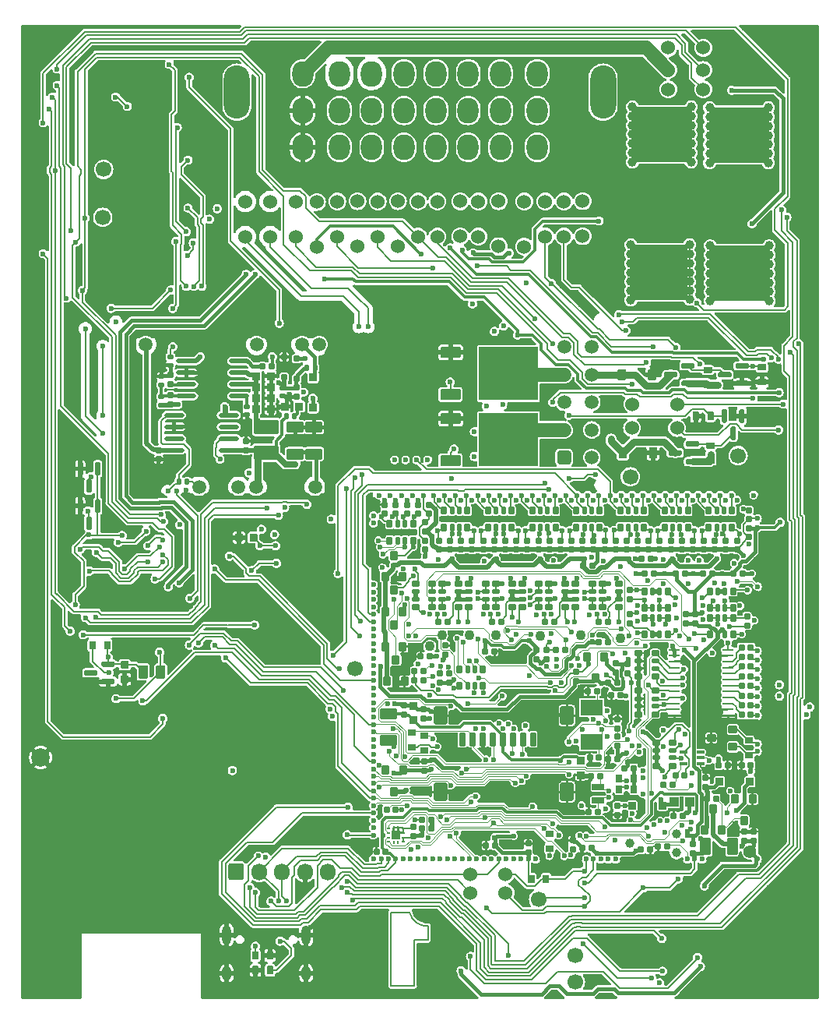
<source format=gbl>
G75*
G70*
%OFA0B0*%
%FSLAX25Y25*%
%IPPOS*%
%LPD*%
%AMOC8*
5,1,8,0,0,1.08239X$1,22.5*
%
%AMM133*
21,1,0.035430,0.030320,-0.000000,-0.000000,270.000000*
21,1,0.028350,0.037400,-0.000000,-0.000000,270.000000*
1,1,0.007090,-0.015160,-0.014170*
1,1,0.007090,-0.015160,0.014170*
1,1,0.007090,0.015160,0.014170*
1,1,0.007090,0.015160,-0.014170*
%
%AMM135*
21,1,0.035830,0.026770,-0.000000,-0.000000,180.000000*
21,1,0.029130,0.033470,-0.000000,-0.000000,180.000000*
1,1,0.006690,-0.014570,0.013390*
1,1,0.006690,0.014570,0.013390*
1,1,0.006690,0.014570,-0.013390*
1,1,0.006690,-0.014570,-0.013390*
%
%AMM137*
21,1,0.070870,0.036220,-0.000000,-0.000000,270.000000*
21,1,0.061810,0.045280,-0.000000,-0.000000,270.000000*
1,1,0.009060,-0.018110,-0.030910*
1,1,0.009060,-0.018110,0.030910*
1,1,0.009060,0.018110,0.030910*
1,1,0.009060,0.018110,-0.030910*
%
%AMM157*
21,1,0.033470,0.026770,-0.000000,-0.000000,90.000000*
21,1,0.026770,0.033470,-0.000000,-0.000000,90.000000*
1,1,0.006690,0.013390,0.013390*
1,1,0.006690,0.013390,-0.013390*
1,1,0.006690,-0.013390,-0.013390*
1,1,0.006690,-0.013390,0.013390*
%
%AMM171*
21,1,0.035830,0.026770,0.000000,-0.000000,270.000000*
21,1,0.029130,0.033470,0.000000,-0.000000,270.000000*
1,1,0.006690,-0.013390,-0.014570*
1,1,0.006690,-0.013390,0.014570*
1,1,0.006690,0.013390,0.014570*
1,1,0.006690,0.013390,-0.014570*
%
%AMM173*
21,1,0.070870,0.036220,0.000000,-0.000000,0.000000*
21,1,0.061810,0.045280,0.000000,-0.000000,0.000000*
1,1,0.009060,0.030910,-0.018110*
1,1,0.009060,-0.030910,-0.018110*
1,1,0.009060,-0.030910,0.018110*
1,1,0.009060,0.030910,0.018110*
%
%AMM176*
21,1,0.023620,0.018900,0.000000,-0.000000,0.000000*
21,1,0.018900,0.023620,0.000000,-0.000000,0.000000*
1,1,0.004720,0.009450,-0.009450*
1,1,0.004720,-0.009450,-0.009450*
1,1,0.004720,-0.009450,0.009450*
1,1,0.004720,0.009450,0.009450*
%
%AMM177*
21,1,0.019680,0.019680,0.000000,-0.000000,270.000000*
21,1,0.015750,0.023620,0.000000,-0.000000,270.000000*
1,1,0.003940,-0.009840,-0.007870*
1,1,0.003940,-0.009840,0.007870*
1,1,0.003940,0.009840,0.007870*
1,1,0.003940,0.009840,-0.007870*
%
%AMM178*
21,1,0.019680,0.019680,0.000000,-0.000000,180.000000*
21,1,0.015750,0.023620,0.000000,-0.000000,180.000000*
1,1,0.003940,-0.007870,0.009840*
1,1,0.003940,0.007870,0.009840*
1,1,0.003940,0.007870,-0.009840*
1,1,0.003940,-0.007870,-0.009840*
%
%AMM192*
21,1,0.106300,0.050390,0.000000,-0.000000,0.000000*
21,1,0.093700,0.062990,0.000000,-0.000000,0.000000*
1,1,0.012600,0.046850,-0.025200*
1,1,0.012600,-0.046850,-0.025200*
1,1,0.012600,-0.046850,0.025200*
1,1,0.012600,0.046850,0.025200*
%
%AMM193*
21,1,0.033470,0.026770,0.000000,-0.000000,180.000000*
21,1,0.026770,0.033470,0.000000,-0.000000,180.000000*
1,1,0.006690,-0.013390,0.013390*
1,1,0.006690,0.013390,0.013390*
1,1,0.006690,0.013390,-0.013390*
1,1,0.006690,-0.013390,-0.013390*
%
%AMM194*
21,1,0.023620,0.018900,0.000000,-0.000000,90.000000*
21,1,0.018900,0.023620,0.000000,-0.000000,90.000000*
1,1,0.004720,0.009450,0.009450*
1,1,0.004720,0.009450,-0.009450*
1,1,0.004720,-0.009450,-0.009450*
1,1,0.004720,-0.009450,0.009450*
%
%AMM195*
21,1,0.122050,0.075590,0.000000,-0.000000,90.000000*
21,1,0.103150,0.094490,0.000000,-0.000000,90.000000*
1,1,0.018900,0.037800,0.051580*
1,1,0.018900,0.037800,-0.051580*
1,1,0.018900,-0.037800,-0.051580*
1,1,0.018900,-0.037800,0.051580*
%
%AMM196*
21,1,0.118110,0.083460,0.000000,-0.000000,270.000000*
21,1,0.097240,0.104330,0.000000,-0.000000,270.000000*
1,1,0.020870,-0.041730,-0.048620*
1,1,0.020870,-0.041730,0.048620*
1,1,0.020870,0.041730,0.048620*
1,1,0.020870,0.041730,-0.048620*
%
%AMM259*
21,1,0.027560,0.018900,-0.000000,-0.000000,0.000000*
21,1,0.022840,0.023620,-0.000000,-0.000000,0.000000*
1,1,0.004720,0.011420,-0.009450*
1,1,0.004720,-0.011420,-0.009450*
1,1,0.004720,-0.011420,0.009450*
1,1,0.004720,0.011420,0.009450*
%
%AMM262*
21,1,0.025590,0.026380,-0.000000,-0.000000,270.000000*
21,1,0.020470,0.031500,-0.000000,-0.000000,270.000000*
1,1,0.005120,-0.013190,-0.010240*
1,1,0.005120,-0.013190,0.010240*
1,1,0.005120,0.013190,0.010240*
1,1,0.005120,0.013190,-0.010240*
%
%AMM263*
21,1,0.017720,0.027950,-0.000000,-0.000000,270.000000*
21,1,0.014170,0.031500,-0.000000,-0.000000,270.000000*
1,1,0.003540,-0.013980,-0.007090*
1,1,0.003540,-0.013980,0.007090*
1,1,0.003540,0.013980,0.007090*
1,1,0.003540,0.013980,-0.007090*
%
%AMM265*
21,1,0.012600,0.028980,-0.000000,-0.000000,270.000000*
21,1,0.010080,0.031500,-0.000000,-0.000000,270.000000*
1,1,0.002520,-0.014490,-0.005040*
1,1,0.002520,-0.014490,0.005040*
1,1,0.002520,0.014490,0.005040*
1,1,0.002520,0.014490,-0.005040*
%
%AMM268*
21,1,0.027560,0.018900,-0.000000,-0.000000,270.000000*
21,1,0.022840,0.023620,-0.000000,-0.000000,270.000000*
1,1,0.004720,-0.009450,-0.011420*
1,1,0.004720,-0.009450,0.011420*
1,1,0.004720,0.009450,0.011420*
1,1,0.004720,0.009450,-0.011420*
%
%AMM285*
21,1,0.035430,0.030320,-0.000000,-0.000000,0.000000*
21,1,0.028350,0.037400,-0.000000,-0.000000,0.000000*
1,1,0.007090,0.014170,-0.015160*
1,1,0.007090,-0.014170,-0.015160*
1,1,0.007090,-0.014170,0.015160*
1,1,0.007090,0.014170,0.015160*
%
%AMM286*
21,1,0.070870,0.036220,-0.000000,-0.000000,180.000000*
21,1,0.061810,0.045280,-0.000000,-0.000000,180.000000*
1,1,0.009060,-0.030910,0.018110*
1,1,0.009060,0.030910,0.018110*
1,1,0.009060,0.030910,-0.018110*
1,1,0.009060,-0.030910,-0.018110*
%
%AMM287*
21,1,0.059060,0.020470,-0.000000,-0.000000,270.000000*
21,1,0.053940,0.025590,-0.000000,-0.000000,270.000000*
1,1,0.005120,-0.010240,-0.026970*
1,1,0.005120,-0.010240,0.026970*
1,1,0.005120,0.010240,0.026970*
1,1,0.005120,0.010240,-0.026970*
%
%AMM288*
21,1,0.078740,0.045670,-0.000000,-0.000000,270.000000*
21,1,0.067320,0.057090,-0.000000,-0.000000,270.000000*
1,1,0.011420,-0.022840,-0.033660*
1,1,0.011420,-0.022840,0.033660*
1,1,0.011420,0.022840,0.033660*
1,1,0.011420,0.022840,-0.033660*
%
%AMM289*
21,1,0.025590,0.026380,-0.000000,-0.000000,180.000000*
21,1,0.020470,0.031500,-0.000000,-0.000000,180.000000*
1,1,0.005120,-0.010240,0.013190*
1,1,0.005120,0.010240,0.013190*
1,1,0.005120,0.010240,-0.013190*
1,1,0.005120,-0.010240,-0.013190*
%
%AMM290*
21,1,0.017720,0.027950,-0.000000,-0.000000,180.000000*
21,1,0.014170,0.031500,-0.000000,-0.000000,180.000000*
1,1,0.003540,-0.007090,0.013980*
1,1,0.003540,0.007090,0.013980*
1,1,0.003540,0.007090,-0.013980*
1,1,0.003540,-0.007090,-0.013980*
%
%AMM291*
21,1,0.027560,0.030710,-0.000000,-0.000000,270.000000*
21,1,0.022050,0.036220,-0.000000,-0.000000,270.000000*
1,1,0.005510,-0.015350,-0.011020*
1,1,0.005510,-0.015350,0.011020*
1,1,0.005510,0.015350,0.011020*
1,1,0.005510,0.015350,-0.011020*
%
%AMM292*
21,1,0.027560,0.049610,-0.000000,-0.000000,90.000000*
21,1,0.022050,0.055120,-0.000000,-0.000000,90.000000*
1,1,0.005510,0.024800,0.011020*
1,1,0.005510,0.024800,-0.011020*
1,1,0.005510,-0.024800,-0.011020*
1,1,0.005510,-0.024800,0.011020*
%
%AMM293*
21,1,0.027560,0.030710,-0.000000,-0.000000,180.000000*
21,1,0.022050,0.036220,-0.000000,-0.000000,180.000000*
1,1,0.005510,-0.011020,0.015350*
1,1,0.005510,0.011020,0.015350*
1,1,0.005510,0.011020,-0.015350*
1,1,0.005510,-0.011020,-0.015350*
%
%ADD10C,0.06000*%
%ADD11O,0.06693X0.07283*%
%ADD110C,0.02756*%
%ADD13O,0.03937X0.08268*%
%ADD14O,0.03937X0.06299*%
%ADD15C,0.06693*%
%ADD16C,0.05906*%
%ADD162C,0.00492*%
%ADD163C,0.03900*%
%ADD164C,0.04331*%
%ADD165C,0.05512*%
%ADD195R,0.03937X0.04331*%
%ADD199R,0.01968X0.01968*%
%ADD200R,0.09449X0.06693*%
%ADD206O,0.04961X0.00984*%
%ADD207R,0.00984X0.01378*%
%ADD208R,0.01378X0.00984*%
%ADD209R,0.01968X0.01176*%
%ADD23C,0.02362*%
%ADD24O,0.12992X0.00787*%
%ADD25O,0.40157X0.00787*%
%ADD26O,0.01181X0.00787*%
%ADD266O,0.40158X0.00787*%
%ADD27O,0.00787X0.66929*%
%ADD28O,0.00787X0.60630*%
%ADD283O,0.08661X0.01968*%
%ADD29O,0.18898X0.00787*%
%ADD295M133*%
%ADD297M135*%
%ADD299M137*%
%ADD30O,0.10236X0.00787*%
%ADD31O,0.03937X0.00787*%
%ADD319M157*%
%ADD32O,0.05906X0.00787*%
%ADD33R,0.24350X0.00984*%
%ADD333M171*%
%ADD335M173*%
%ADD338M176*%
%ADD339M177*%
%ADD34R,0.04390X0.00984*%
%ADD340M178*%
%ADD35R,0.00984X0.56201*%
%ADD354M192*%
%ADD355M193*%
%ADD356M194*%
%ADD357M195*%
%ADD358M196*%
%ADD36R,0.00984X0.59449*%
%ADD37R,0.20374X0.00984*%
%ADD40C,0.07874*%
%ADD441M259*%
%ADD444M262*%
%ADD445M263*%
%ADD447M265*%
%ADD450M268*%
%ADD46R,0.00787X0.09055*%
%ADD467M285*%
%ADD468M286*%
%ADD469M287*%
%ADD47R,0.00787X0.42126*%
%ADD470M288*%
%ADD471M289*%
%ADD472M290*%
%ADD473M291*%
%ADD474M292*%
%ADD475M293*%
%ADD48R,0.00787X0.08268*%
%ADD49R,0.00787X0.23622*%
%ADD50R,0.00787X0.21260*%
%ADD51R,0.05512X0.00787*%
%ADD52R,0.19685X0.00787*%
%ADD53R,0.26772X0.00787*%
%ADD54R,0.17717X0.00787*%
%ADD55R,0.00787X0.06299*%
%ADD56R,0.00787X0.22441*%
%ADD57R,0.00787X0.07874*%
%ADD58O,0.11024X0.22835*%
%ADD59O,0.09055X0.11024*%
%ADD61C,0.03937*%
%ADD62C,0.17717*%
%ADD63C,0.01575*%
%ADD64C,0.00787*%
%ADD65C,0.01181*%
%ADD66C,0.00800*%
%ADD82R,0.25197X0.22835*%
%ADD83C,0.03150*%
%ADD87C,0.01968*%
X0000000Y0000000D02*
%LPD*%
G01*
D64*
X0174646Y0025551D02*
X0174646Y0031457D01*
X0174646Y0025551D02*
X0168740Y0025551D01*
X0168740Y0005866D02*
X0158898Y0005866D01*
X0168740Y0025551D02*
X0168740Y0005866D01*
X0158898Y0005866D02*
X0158898Y0037362D01*
X0158898Y0037362D02*
X0166772Y0037362D01*
X0166772Y0037362D02*
G75*
G03*
X0174646Y0031457I0007565J0001885D01*
G01*
D10*
X0196206Y0326364D03*
X0196206Y0341364D03*
X0188514Y0326449D03*
X0188514Y0341449D03*
X0262008Y0244488D03*
X0281299Y0244488D03*
X0144488Y0341535D03*
X0144488Y0322244D03*
G36*
G01*
X0089173Y0052067D02*
X0089173Y0057382D01*
G75*
G02*
X0090157Y0058366I0000984J0000000D01*
G01*
X0094882Y0058366D01*
G75*
G02*
X0095866Y0057382I0000000J-000984D01*
G01*
X0095866Y0052067D01*
G75*
G02*
X0094882Y0051083I-000984J0000000D01*
G01*
X0090157Y0051083D01*
G75*
G02*
X0089173Y0052067I0000000J0000984D01*
G01*
G37*
D11*
X0102362Y0054724D03*
X0112205Y0054724D03*
X0122047Y0054724D03*
X0131890Y0054724D03*
D13*
X0088504Y0027638D03*
D14*
X0088504Y0011181D03*
D13*
X0122520Y0027638D03*
D14*
X0122520Y0011181D03*
D15*
X0307480Y0232677D03*
D10*
X0096457Y0326358D03*
X0096457Y0341358D03*
X0292539Y0407087D03*
X0277539Y0407087D03*
G36*
G01*
X0234980Y0228937D02*
X0231043Y0228937D01*
G75*
G02*
X0230059Y0229921I0000000J0000984D01*
G01*
X0230059Y0233858D01*
G75*
G02*
X0231043Y0234843I0000984J0000000D01*
G01*
X0234980Y0234843D01*
G75*
G02*
X0235965Y0233858I0000000J-000984D01*
G01*
X0235965Y0229921D01*
G75*
G02*
X0234980Y0228937I-000984J0000000D01*
G01*
G37*
D16*
X0233012Y0243701D03*
X0233012Y0255512D03*
X0233012Y0267323D03*
X0233012Y0279134D03*
X0244823Y0231890D03*
X0244823Y0243701D03*
X0244823Y0255512D03*
X0244823Y0267323D03*
X0244823Y0279134D03*
D10*
X0153150Y0326358D03*
X0153150Y0341358D03*
D23*
X0273927Y0007192D03*
X0270482Y0009259D03*
X0275108Y0012211D03*
X0274813Y0026188D03*
D10*
X0262205Y0254724D03*
X0281496Y0254724D03*
X0178740Y0326358D03*
X0178740Y0341358D03*
D15*
X0237795Y0007480D03*
D16*
X0126280Y0219193D03*
X0101083Y0219193D03*
X0093602Y0219193D03*
X0076673Y0219193D03*
D23*
X0067224Y0217421D03*
X0063287Y0217421D03*
D24*
X0111122Y0282776D03*
D25*
X0077657Y0282776D03*
D26*
X0049705Y0282776D03*
D27*
X0049508Y0249705D03*
D28*
X0130610Y0246555D03*
D16*
X0052067Y0219193D03*
D26*
X0130413Y0216634D03*
D29*
X0113878Y0216634D03*
D30*
X0084941Y0216634D03*
D31*
X0071161Y0216634D03*
D32*
X0058169Y0216634D03*
D16*
X0128051Y0280217D03*
X0120768Y0280217D03*
X0101280Y0280217D03*
X0053839Y0280217D03*
D15*
X0222047Y0042913D03*
X0261319Y0223622D03*
D23*
X0165059Y0231004D03*
X0160335Y0231004D03*
X0169783Y0231004D03*
X0174508Y0231004D03*
D33*
X0164006Y0288681D03*
D34*
X0140187Y0288681D03*
D35*
X0175689Y0261073D03*
D36*
X0138484Y0259449D03*
D37*
X0148179Y0230217D03*
D23*
X0149075Y0287795D03*
X0145138Y0287795D03*
D10*
X0170472Y0326358D03*
X0170472Y0341358D03*
X0118110Y0326358D03*
X0118110Y0341358D03*
X0215929Y0341339D03*
X0215929Y0322047D03*
X0277539Y0389370D03*
X0292539Y0389370D03*
X0161811Y0341535D03*
X0161811Y0322244D03*
D23*
X0266903Y0047766D03*
X0241608Y0054970D03*
X0241608Y0049951D03*
X0241608Y0043455D03*
X0241608Y0039911D03*
D15*
X0143602Y0141437D03*
D10*
X0207894Y0045669D03*
X0192894Y0045669D03*
X0207894Y0053543D03*
X0192894Y0053543D03*
X0224929Y0326358D03*
X0224929Y0341358D03*
X0232929Y0326358D03*
X0232929Y0341358D03*
D23*
X0151476Y0070374D03*
X0151476Y0073524D03*
X0151476Y0076673D03*
X0151476Y0079823D03*
X0151476Y0082972D03*
X0151476Y0086122D03*
X0151476Y0089272D03*
X0151476Y0092421D03*
X0151476Y0095571D03*
X0151476Y0098720D03*
X0151476Y0101870D03*
X0151476Y0105020D03*
X0151476Y0108169D03*
X0151476Y0111319D03*
X0151476Y0114469D03*
X0151476Y0117618D03*
X0151476Y0120768D03*
X0151476Y0123917D03*
X0151476Y0127067D03*
X0151476Y0130217D03*
X0151476Y0133366D03*
X0151476Y0136516D03*
X0151476Y0139665D03*
X0151476Y0142815D03*
X0151476Y0145965D03*
X0151476Y0149114D03*
X0151476Y0152264D03*
X0151476Y0155413D03*
X0151476Y0158563D03*
X0151476Y0161713D03*
X0151476Y0164862D03*
X0151476Y0168012D03*
X0151476Y0171161D03*
X0151476Y0174311D03*
X0151476Y0177461D03*
X0151476Y0203839D03*
X0151476Y0206988D03*
D46*
X0316437Y0212303D03*
D47*
X0316437Y0083169D03*
D48*
X0316437Y0115453D03*
D49*
X0316437Y0162894D03*
D50*
X0316437Y0189272D03*
D51*
X0309350Y0216437D03*
D52*
X0303839Y0059350D03*
D53*
X0270374Y0059350D03*
D54*
X0231594Y0059350D03*
D55*
X0150689Y0065256D03*
D56*
X0150689Y0190650D03*
D57*
X0150689Y0212894D03*
D23*
X0151476Y0060138D03*
X0154626Y0060138D03*
X0157776Y0060138D03*
X0160925Y0060138D03*
X0164075Y0060138D03*
X0167224Y0060138D03*
X0170374Y0060138D03*
X0173524Y0060138D03*
X0176673Y0060138D03*
X0179823Y0060138D03*
X0182972Y0060138D03*
X0186122Y0060138D03*
X0189272Y0060138D03*
X0192421Y0060138D03*
X0195571Y0060138D03*
X0198720Y0060138D03*
X0201870Y0060138D03*
X0205020Y0060138D03*
X0208169Y0060138D03*
X0211319Y0060138D03*
X0214468Y0060138D03*
X0217618Y0060138D03*
X0220768Y0060138D03*
X0242421Y0060138D03*
X0245571Y0060138D03*
X0248720Y0060138D03*
X0251870Y0060138D03*
X0255020Y0060138D03*
X0285728Y0060138D03*
X0288878Y0060138D03*
X0292028Y0060138D03*
X0315650Y0060138D03*
X0153839Y0215650D03*
X0158563Y0215650D03*
X0163287Y0215650D03*
X0168012Y0215650D03*
X0172736Y0215650D03*
X0177067Y0215650D03*
X0181791Y0215650D03*
X0186516Y0215650D03*
X0191240Y0215650D03*
X0195965Y0215650D03*
X0200689Y0215650D03*
X0205413Y0215650D03*
X0210138Y0215650D03*
X0214862Y0215650D03*
X0219587Y0215650D03*
X0224311Y0215650D03*
X0229035Y0215650D03*
X0233760Y0215650D03*
X0238484Y0215650D03*
X0243209Y0215650D03*
X0247933Y0215650D03*
X0252657Y0215650D03*
X0257382Y0215650D03*
X0262106Y0215650D03*
X0266831Y0215650D03*
X0271555Y0215650D03*
X0276280Y0215650D03*
X0281004Y0215650D03*
X0285728Y0215650D03*
X0290453Y0215650D03*
X0295177Y0215650D03*
X0299902Y0215650D03*
X0304626Y0215650D03*
X0314075Y0215650D03*
X0315650Y0205807D03*
X0315650Y0201870D03*
X0315650Y0176673D03*
X0315650Y0149114D03*
X0315650Y0145177D03*
X0315650Y0141240D03*
X0315650Y0137303D03*
X0315650Y0133366D03*
X0315650Y0129429D03*
X0315650Y0125492D03*
X0315650Y0121555D03*
X0315650Y0109350D03*
X0315650Y0106201D03*
D10*
X0292539Y0397638D03*
X0277539Y0397638D03*
X0240929Y0326547D03*
X0240929Y0341547D03*
D58*
X0092913Y0388185D03*
X0249606Y0388185D03*
D59*
X0121063Y0364563D03*
X0136811Y0364563D03*
X0150591Y0364563D03*
X0164370Y0364563D03*
X0178150Y0364563D03*
X0191929Y0364563D03*
X0205709Y0364563D03*
X0221457Y0364563D03*
X0121063Y0380311D03*
X0136811Y0380311D03*
X0150591Y0380311D03*
X0164370Y0380311D03*
X0178150Y0380311D03*
X0191929Y0380311D03*
X0205709Y0380311D03*
X0221457Y0380311D03*
X0121063Y0396059D03*
X0136811Y0396059D03*
X0150591Y0396059D03*
X0164370Y0396059D03*
X0178150Y0396059D03*
X0191929Y0396059D03*
X0205709Y0396059D03*
X0221457Y0396059D03*
D10*
X0107087Y0326358D03*
X0107087Y0341358D03*
X0135827Y0326358D03*
X0135827Y0341358D03*
D15*
X0237795Y0018898D03*
D10*
X0127165Y0341142D03*
X0127165Y0321850D03*
X0204929Y0341535D03*
X0204929Y0322244D03*
G36*
G01*
X0217520Y0050039D02*
X0217520Y0053110D01*
G75*
G02*
X0217795Y0053386I0000276J0000000D01*
G01*
X0220000Y0053386D01*
G75*
G02*
X0220276Y0053110I0000000J-000276D01*
G01*
X0220276Y0050039D01*
G75*
G02*
X0220000Y0049764I-000276J0000000D01*
G01*
X0217795Y0049764D01*
G75*
G02*
X0217520Y0050039I0000000J0000276D01*
G01*
G37*
G36*
G01*
X0223819Y0050039D02*
X0223819Y0053110D01*
G75*
G02*
X0224094Y0053386I0000276J0000000D01*
G01*
X0226299Y0053386D01*
G75*
G02*
X0226575Y0053110I0000000J-000276D01*
G01*
X0226575Y0050039D01*
G75*
G02*
X0226299Y0049764I-000276J0000000D01*
G01*
X0224094Y0049764D01*
G75*
G02*
X0223819Y0050039I0000000J0000276D01*
G01*
G37*
G36*
G01*
X0099409Y0011063D02*
X0099409Y0014134D01*
G75*
G02*
X0099685Y0014409I0000276J0000000D01*
G01*
X0101890Y0014409D01*
G75*
G02*
X0102165Y0014134I0000000J-000276D01*
G01*
X0102165Y0011063D01*
G75*
G02*
X0101890Y0010787I-000276J0000000D01*
G01*
X0099685Y0010787D01*
G75*
G02*
X0099409Y0011063I0000000J0000276D01*
G01*
G37*
G36*
G01*
X0105709Y0011063D02*
X0105709Y0014134D01*
G75*
G02*
X0105984Y0014409I0000276J0000000D01*
G01*
X0108189Y0014409D01*
G75*
G02*
X0108465Y0014134I0000000J-000276D01*
G01*
X0108465Y0011063D01*
G75*
G02*
X0108189Y0010787I-000276J0000000D01*
G01*
X0105984Y0010787D01*
G75*
G02*
X0105709Y0011063I0000000J0000276D01*
G01*
G37*
G36*
G01*
X0050787Y0137697D02*
X0050787Y0142618D01*
G75*
G02*
X0051181Y0143012I0000394J0000000D01*
G01*
X0054331Y0143012D01*
G75*
G02*
X0054724Y0142618I0000000J-000394D01*
G01*
X0054724Y0137697D01*
G75*
G02*
X0054331Y0137303I-000394J0000000D01*
G01*
X0051181Y0137303D01*
G75*
G02*
X0050787Y0137697I0000000J0000394D01*
G01*
G37*
G36*
G01*
X0058268Y0137697D02*
X0058268Y0142618D01*
G75*
G02*
X0058662Y0143012I0000394J0000000D01*
G01*
X0061811Y0143012D01*
G75*
G02*
X0062205Y0142618I0000000J-000394D01*
G01*
X0062205Y0137697D01*
G75*
G02*
X0061811Y0137303I-000394J0000000D01*
G01*
X0058662Y0137303D01*
G75*
G02*
X0058268Y0137697I0000000J0000394D01*
G01*
G37*
D15*
X0035433Y0334646D03*
G36*
G01*
X0256299Y0231850D02*
X0256299Y0235866D01*
G75*
G02*
X0256654Y0236220I0000354J0000000D01*
G01*
X0259488Y0236220D01*
G75*
G02*
X0259843Y0235866I0000000J-000354D01*
G01*
X0259843Y0231850D01*
G75*
G02*
X0259488Y0231496I-000354J0000000D01*
G01*
X0256654Y0231496D01*
G75*
G02*
X0256299Y0231850I0000000J0000354D01*
G01*
G37*
G36*
G01*
X0269291Y0231850D02*
X0269291Y0235866D01*
G75*
G02*
X0269646Y0236220I0000354J0000000D01*
G01*
X0272480Y0236220D01*
G75*
G02*
X0272835Y0235866I0000000J-000354D01*
G01*
X0272835Y0231850D01*
G75*
G02*
X0272480Y0231496I-000354J0000000D01*
G01*
X0269646Y0231496D01*
G75*
G02*
X0269291Y0231850I0000000J0000354D01*
G01*
G37*
G36*
G01*
X0025197Y0214075D02*
X0026378Y0214075D01*
G75*
G02*
X0026969Y0213484I0000000J-000591D01*
G01*
X0026969Y0208858D01*
G75*
G02*
X0026378Y0208268I-000591J0000000D01*
G01*
X0025197Y0208268D01*
G75*
G02*
X0024606Y0208858I0000000J0000591D01*
G01*
X0024606Y0213484D01*
G75*
G02*
X0025197Y0214075I0000591J0000000D01*
G01*
G37*
G36*
G01*
X0032677Y0214075D02*
X0033858Y0214075D01*
G75*
G02*
X0034449Y0213484I0000000J-000591D01*
G01*
X0034449Y0208858D01*
G75*
G02*
X0033858Y0208268I-000591J0000000D01*
G01*
X0032677Y0208268D01*
G75*
G02*
X0032087Y0208858I0000000J0000591D01*
G01*
X0032087Y0213484D01*
G75*
G02*
X0032677Y0214075I0000591J0000000D01*
G01*
G37*
G36*
G01*
X0028937Y0206693D02*
X0030118Y0206693D01*
G75*
G02*
X0030709Y0206102I0000000J-000591D01*
G01*
X0030709Y0201476D01*
G75*
G02*
X0030118Y0200886I-000591J0000000D01*
G01*
X0028937Y0200886D01*
G75*
G02*
X0028346Y0201476I0000000J0000591D01*
G01*
X0028346Y0206102D01*
G75*
G02*
X0028937Y0206693I0000591J0000000D01*
G01*
G37*
G36*
G01*
X0292953Y0270669D02*
X0296024Y0270669D01*
G75*
G02*
X0296299Y0270394I0000000J-000276D01*
G01*
X0296299Y0268189D01*
G75*
G02*
X0296024Y0267913I-000276J0000000D01*
G01*
X0292953Y0267913D01*
G75*
G02*
X0292677Y0268189I0000000J0000276D01*
G01*
X0292677Y0270394D01*
G75*
G02*
X0292953Y0270669I0000276J0000000D01*
G01*
G37*
G36*
G01*
X0292953Y0264370D02*
X0296024Y0264370D01*
G75*
G02*
X0296299Y0264094I0000000J-000276D01*
G01*
X0296299Y0261890D01*
G75*
G02*
X0296024Y0261614I-000276J0000000D01*
G01*
X0292953Y0261614D01*
G75*
G02*
X0292677Y0261890I0000000J0000276D01*
G01*
X0292677Y0264094D01*
G75*
G02*
X0292953Y0264370I0000276J0000000D01*
G01*
G37*
G36*
G01*
X0180020Y0228602D02*
X0180020Y0232382D01*
G75*
G02*
X0180492Y0232854I0000472J0000000D01*
G01*
X0188209Y0232854D01*
G75*
G02*
X0188681Y0232382I0000000J-000472D01*
G01*
X0188681Y0228602D01*
G75*
G02*
X0188209Y0228130I-000472J0000000D01*
G01*
X0180492Y0228130D01*
G75*
G02*
X0180020Y0228602I0000000J0000472D01*
G01*
G37*
D82*
X0209154Y0239469D03*
G36*
G01*
X0180020Y0246555D02*
X0180020Y0250335D01*
G75*
G02*
X0180492Y0250807I0000472J0000000D01*
G01*
X0188209Y0250807D01*
G75*
G02*
X0188681Y0250335I0000000J-000472D01*
G01*
X0188681Y0246555D01*
G75*
G02*
X0188209Y0246083I-000472J0000000D01*
G01*
X0180492Y0246083D01*
G75*
G02*
X0180020Y0246555I0000000J0000472D01*
G01*
G37*
G36*
G01*
X0029724Y0150039D02*
X0029724Y0153110D01*
G75*
G02*
X0030000Y0153386I0000276J0000000D01*
G01*
X0032205Y0153386D01*
G75*
G02*
X0032480Y0153110I0000000J-000276D01*
G01*
X0032480Y0150039D01*
G75*
G02*
X0032205Y0149764I-000276J0000000D01*
G01*
X0030000Y0149764D01*
G75*
G02*
X0029724Y0150039I0000000J0000276D01*
G01*
G37*
G36*
G01*
X0036024Y0150039D02*
X0036024Y0153110D01*
G75*
G02*
X0036299Y0153386I0000276J0000000D01*
G01*
X0038504Y0153386D01*
G75*
G02*
X0038780Y0153110I0000000J-000276D01*
G01*
X0038780Y0150039D01*
G75*
G02*
X0038504Y0149764I-000276J0000000D01*
G01*
X0036299Y0149764D01*
G75*
G02*
X0036024Y0150039I0000000J0000276D01*
G01*
G37*
G36*
G01*
X0290846Y0238189D02*
X0290846Y0237008D01*
G75*
G02*
X0290256Y0236417I-000591J0000000D01*
G01*
X0285630Y0236417D01*
G75*
G02*
X0285039Y0237008I0000000J0000591D01*
G01*
X0285039Y0238189D01*
G75*
G02*
X0285630Y0238780I0000591J0000000D01*
G01*
X0290256Y0238780D01*
G75*
G02*
X0290846Y0238189I0000000J-000591D01*
G01*
G37*
G36*
G01*
X0290846Y0230709D02*
X0290846Y0229528D01*
G75*
G02*
X0290256Y0228937I-000591J0000000D01*
G01*
X0285630Y0228937D01*
G75*
G02*
X0285039Y0229528I0000000J0000591D01*
G01*
X0285039Y0230709D01*
G75*
G02*
X0285630Y0231299I0000591J0000000D01*
G01*
X0290256Y0231299D01*
G75*
G02*
X0290846Y0230709I0000000J-000591D01*
G01*
G37*
G36*
G01*
X0283465Y0234449D02*
X0283465Y0233268D01*
G75*
G02*
X0282874Y0232677I-000591J0000000D01*
G01*
X0278248Y0232677D01*
G75*
G02*
X0277657Y0233268I0000000J0000591D01*
G01*
X0277657Y0234449D01*
G75*
G02*
X0278248Y0235039I0000591J0000000D01*
G01*
X0282874Y0235039D01*
G75*
G02*
X0283465Y0234449I0000000J-000591D01*
G01*
G37*
G36*
G01*
X0288878Y0271654D02*
X0288878Y0270472D01*
G75*
G02*
X0288287Y0269882I-000591J0000000D01*
G01*
X0283661Y0269882D01*
G75*
G02*
X0283071Y0270472I0000000J0000591D01*
G01*
X0283071Y0271654D01*
G75*
G02*
X0283661Y0272244I0000591J0000000D01*
G01*
X0288287Y0272244D01*
G75*
G02*
X0288878Y0271654I0000000J-000591D01*
G01*
G37*
G36*
G01*
X0288878Y0264173D02*
X0288878Y0262992D01*
G75*
G02*
X0288287Y0262402I-000591J0000000D01*
G01*
X0283661Y0262402D01*
G75*
G02*
X0283071Y0262992I0000000J0000591D01*
G01*
X0283071Y0264173D01*
G75*
G02*
X0283661Y0264764I0000591J0000000D01*
G01*
X0288287Y0264764D01*
G75*
G02*
X0288878Y0264173I0000000J-000591D01*
G01*
G37*
G36*
G01*
X0281496Y0267913D02*
X0281496Y0266732D01*
G75*
G02*
X0280906Y0266142I-000591J0000000D01*
G01*
X0276280Y0266142D01*
G75*
G02*
X0275689Y0266732I0000000J0000591D01*
G01*
X0275689Y0267913D01*
G75*
G02*
X0276280Y0268504I0000591J0000000D01*
G01*
X0280906Y0268504D01*
G75*
G02*
X0281496Y0267913I0000000J-000591D01*
G01*
G37*
G36*
G01*
X0025197Y0229970D02*
X0026378Y0229970D01*
G75*
G02*
X0026969Y0229380I0000000J-000591D01*
G01*
X0026969Y0224754D01*
G75*
G02*
X0026378Y0224163I-000591J0000000D01*
G01*
X0025197Y0224163D01*
G75*
G02*
X0024606Y0224754I0000000J0000591D01*
G01*
X0024606Y0229380D01*
G75*
G02*
X0025197Y0229970I0000591J0000000D01*
G01*
G37*
G36*
G01*
X0032677Y0229970D02*
X0033858Y0229970D01*
G75*
G02*
X0034449Y0229380I0000000J-000591D01*
G01*
X0034449Y0224754D01*
G75*
G02*
X0033858Y0224163I-000591J0000000D01*
G01*
X0032677Y0224163D01*
G75*
G02*
X0032087Y0224754I0000000J0000591D01*
G01*
X0032087Y0229380D01*
G75*
G02*
X0032677Y0229970I0000591J0000000D01*
G01*
G37*
G36*
G01*
X0028937Y0222589D02*
X0030118Y0222589D01*
G75*
G02*
X0030709Y0221998I0000000J-000591D01*
G01*
X0030709Y0217372D01*
G75*
G02*
X0030118Y0216781I-000591J0000000D01*
G01*
X0028937Y0216781D01*
G75*
G02*
X0028346Y0217372I0000000J0000591D01*
G01*
X0028346Y0221998D01*
G75*
G02*
X0028937Y0222589I0000591J0000000D01*
G01*
G37*
G36*
G01*
X0046220Y0135374D02*
X0043543Y0135374D01*
G75*
G02*
X0043209Y0135709I0000000J0000335D01*
G01*
X0043209Y0138386D01*
G75*
G02*
X0043543Y0138720I0000335J0000000D01*
G01*
X0046220Y0138720D01*
G75*
G02*
X0046555Y0138386I0000000J-000335D01*
G01*
X0046555Y0135709D01*
G75*
G02*
X0046220Y0135374I-000335J0000000D01*
G01*
G37*
G36*
G01*
X0046220Y0141594D02*
X0043543Y0141594D01*
G75*
G02*
X0043209Y0141929I0000000J0000335D01*
G01*
X0043209Y0144606D01*
G75*
G02*
X0043543Y0144941I0000335J0000000D01*
G01*
X0046220Y0144941D01*
G75*
G02*
X0046555Y0144606I0000000J-000335D01*
G01*
X0046555Y0141929D01*
G75*
G02*
X0046220Y0141594I-000335J0000000D01*
G01*
G37*
D15*
X0035827Y0355118D03*
G36*
G01*
X0300984Y0252510D02*
X0302165Y0252510D01*
G75*
G02*
X0302756Y0251919I0000000J-000591D01*
G01*
X0302756Y0247293D01*
G75*
G02*
X0302165Y0246703I-000591J0000000D01*
G01*
X0300984Y0246703D01*
G75*
G02*
X0300394Y0247293I0000000J0000591D01*
G01*
X0300394Y0251919D01*
G75*
G02*
X0300984Y0252510I0000591J0000000D01*
G01*
G37*
G36*
G01*
X0304724Y0245128D02*
X0305906Y0245128D01*
G75*
G02*
X0306496Y0244537I0000000J-000591D01*
G01*
X0306496Y0239911D01*
G75*
G02*
X0305906Y0239321I-000591J0000000D01*
G01*
X0304724Y0239321D01*
G75*
G02*
X0304134Y0239911I0000000J0000591D01*
G01*
X0304134Y0244537D01*
G75*
G02*
X0304724Y0245128I0000591J0000000D01*
G01*
G37*
G36*
G01*
X0308465Y0252510D02*
X0309646Y0252510D01*
G75*
G02*
X0310236Y0251919I0000000J-000591D01*
G01*
X0310236Y0247293D01*
G75*
G02*
X0309646Y0246703I-000591J0000000D01*
G01*
X0308465Y0246703D01*
G75*
G02*
X0307874Y0247293I0000000J0000591D01*
G01*
X0307874Y0251919D01*
G75*
G02*
X0308465Y0252510I0000591J0000000D01*
G01*
G37*
G36*
G01*
X0040600Y0144094D02*
X0040600Y0142913D01*
G75*
G02*
X0040010Y0142323I-000591J0000000D01*
G01*
X0035384Y0142323D01*
G75*
G02*
X0034793Y0142913I0000000J0000591D01*
G01*
X0034793Y0144094D01*
G75*
G02*
X0035384Y0144685I0000591J0000000D01*
G01*
X0040010Y0144685D01*
G75*
G02*
X0040600Y0144094I0000000J-000591D01*
G01*
G37*
G36*
G01*
X0033219Y0140354D02*
X0033219Y0139173D01*
G75*
G02*
X0032628Y0138583I-000591J0000000D01*
G01*
X0028002Y0138583D01*
G75*
G02*
X0027411Y0139173I0000000J0000591D01*
G01*
X0027411Y0140354D01*
G75*
G02*
X0028002Y0140945I0000591J0000000D01*
G01*
X0032628Y0140945D01*
G75*
G02*
X0033219Y0140354I0000000J-000591D01*
G01*
G37*
G36*
G01*
X0040600Y0136614D02*
X0040600Y0135433D01*
G75*
G02*
X0040010Y0134843I-000591J0000000D01*
G01*
X0035384Y0134843D01*
G75*
G02*
X0034793Y0135433I0000000J0000591D01*
G01*
X0034793Y0136614D01*
G75*
G02*
X0035384Y0137205I0000591J0000000D01*
G01*
X0040010Y0137205D01*
G75*
G02*
X0040600Y0136614I0000000J-000591D01*
G01*
G37*
G36*
G01*
X0316181Y0271850D02*
X0319252Y0271850D01*
G75*
G02*
X0319528Y0271575I0000000J-000276D01*
G01*
X0319528Y0269370D01*
G75*
G02*
X0319252Y0269094I-000276J0000000D01*
G01*
X0316181Y0269094D01*
G75*
G02*
X0315906Y0269370I0000000J0000276D01*
G01*
X0315906Y0271575D01*
G75*
G02*
X0316181Y0271850I0000276J0000000D01*
G01*
G37*
G36*
G01*
X0316181Y0265551D02*
X0319252Y0265551D01*
G75*
G02*
X0319528Y0265276I0000000J-000276D01*
G01*
X0319528Y0263071D01*
G75*
G02*
X0319252Y0262795I-000276J0000000D01*
G01*
X0316181Y0262795D01*
G75*
G02*
X0315906Y0263071I0000000J0000276D01*
G01*
X0315906Y0265276D01*
G75*
G02*
X0316181Y0265551I0000276J0000000D01*
G01*
G37*
G36*
G01*
X0255906Y0265315D02*
X0255906Y0269331D01*
G75*
G02*
X0256260Y0269685I0000354J0000000D01*
G01*
X0259094Y0269685D01*
G75*
G02*
X0259449Y0269331I0000000J-000354D01*
G01*
X0259449Y0265315D01*
G75*
G02*
X0259094Y0264961I-000354J0000000D01*
G01*
X0256260Y0264961D01*
G75*
G02*
X0255906Y0265315I0000000J0000354D01*
G01*
G37*
G36*
G01*
X0268898Y0265315D02*
X0268898Y0269331D01*
G75*
G02*
X0269252Y0269685I0000354J0000000D01*
G01*
X0272087Y0269685D01*
G75*
G02*
X0272441Y0269331I0000000J-000354D01*
G01*
X0272441Y0265315D01*
G75*
G02*
X0272087Y0264961I-000354J0000000D01*
G01*
X0269252Y0264961D01*
G75*
G02*
X0268898Y0265315I0000000J0000354D01*
G01*
G37*
D40*
X0008858Y0103543D03*
G36*
G01*
X0312106Y0271654D02*
X0312106Y0270472D01*
G75*
G02*
X0311516Y0269882I-000591J0000000D01*
G01*
X0306890Y0269882D01*
G75*
G02*
X0306299Y0270472I0000000J0000591D01*
G01*
X0306299Y0271654D01*
G75*
G02*
X0306890Y0272244I0000591J0000000D01*
G01*
X0311516Y0272244D01*
G75*
G02*
X0312106Y0271654I0000000J-000591D01*
G01*
G37*
G36*
G01*
X0304724Y0267913D02*
X0304724Y0266732D01*
G75*
G02*
X0304134Y0266142I-000591J0000000D01*
G01*
X0299508Y0266142D01*
G75*
G02*
X0298917Y0266732I0000000J0000591D01*
G01*
X0298917Y0267913D01*
G75*
G02*
X0299508Y0268504I0000591J0000000D01*
G01*
X0304134Y0268504D01*
G75*
G02*
X0304724Y0267913I0000000J-000591D01*
G01*
G37*
G36*
G01*
X0312106Y0264173D02*
X0312106Y0262992D01*
G75*
G02*
X0311516Y0262402I-000591J0000000D01*
G01*
X0306890Y0262402D01*
G75*
G02*
X0306299Y0262992I0000000J0000591D01*
G01*
X0306299Y0264173D01*
G75*
G02*
X0306890Y0264764I0000591J0000000D01*
G01*
X0311516Y0264764D01*
G75*
G02*
X0312106Y0264173I0000000J-000591D01*
G01*
G37*
G36*
G01*
X0297047Y0251142D02*
X0297047Y0248071D01*
G75*
G02*
X0296772Y0247795I-000276J0000000D01*
G01*
X0294567Y0247795D01*
G75*
G02*
X0294291Y0248071I0000000J0000276D01*
G01*
X0294291Y0251142D01*
G75*
G02*
X0294567Y0251417I0000276J0000000D01*
G01*
X0296772Y0251417D01*
G75*
G02*
X0297047Y0251142I0000000J-000276D01*
G01*
G37*
G36*
G01*
X0290748Y0251142D02*
X0290748Y0248071D01*
G75*
G02*
X0290472Y0247795I-000276J0000000D01*
G01*
X0288268Y0247795D01*
G75*
G02*
X0287992Y0248071I0000000J0000276D01*
G01*
X0287992Y0251142D01*
G75*
G02*
X0288268Y0251417I0000276J0000000D01*
G01*
X0290472Y0251417D01*
G75*
G02*
X0290748Y0251142I0000000J-000276D01*
G01*
G37*
G36*
G01*
X0108465Y0020433D02*
X0108465Y0017362D01*
G75*
G02*
X0108189Y0017087I-000276J0000000D01*
G01*
X0105984Y0017087D01*
G75*
G02*
X0105709Y0017362I0000000J0000276D01*
G01*
X0105709Y0020433D01*
G75*
G02*
X0105984Y0020709I0000276J0000000D01*
G01*
X0108189Y0020709D01*
G75*
G02*
X0108465Y0020433I0000000J-000276D01*
G01*
G37*
G36*
G01*
X0102165Y0020433D02*
X0102165Y0017362D01*
G75*
G02*
X0101890Y0017087I-000276J0000000D01*
G01*
X0099685Y0017087D01*
G75*
G02*
X0099409Y0017362I0000000J0000276D01*
G01*
X0099409Y0020433D01*
G75*
G02*
X0099685Y0020709I0000276J0000000D01*
G01*
X0101890Y0020709D01*
G75*
G02*
X0102165Y0020433I0000000J-000276D01*
G01*
G37*
G36*
G01*
X0092106Y0196299D02*
X0092106Y0198976D01*
G75*
G02*
X0092441Y0199311I0000335J0000000D01*
G01*
X0095118Y0199311D01*
G75*
G02*
X0095453Y0198976I0000000J-000335D01*
G01*
X0095453Y0196299D01*
G75*
G02*
X0095118Y0195965I-000335J0000000D01*
G01*
X0092441Y0195965D01*
G75*
G02*
X0092106Y0196299I0000000J0000335D01*
G01*
G37*
G36*
G01*
X0098327Y0196299D02*
X0098327Y0198976D01*
G75*
G02*
X0098661Y0199311I0000335J0000000D01*
G01*
X0101339Y0199311D01*
G75*
G02*
X0101673Y0198976I0000000J-000335D01*
G01*
X0101673Y0196299D01*
G75*
G02*
X0101339Y0195965I-000335J0000000D01*
G01*
X0098661Y0195965D01*
G75*
G02*
X0098327Y0196299I0000000J0000335D01*
G01*
G37*
G36*
G01*
X0294134Y0238386D02*
X0297205Y0238386D01*
G75*
G02*
X0297480Y0238110I0000000J-000276D01*
G01*
X0297480Y0235906D01*
G75*
G02*
X0297205Y0235630I-000276J0000000D01*
G01*
X0294134Y0235630D01*
G75*
G02*
X0293858Y0235906I0000000J0000276D01*
G01*
X0293858Y0238110D01*
G75*
G02*
X0294134Y0238386I0000276J0000000D01*
G01*
G37*
G36*
G01*
X0294134Y0232087D02*
X0297205Y0232087D01*
G75*
G02*
X0297480Y0231811I0000000J-000276D01*
G01*
X0297480Y0229606D01*
G75*
G02*
X0297205Y0229331I-000276J0000000D01*
G01*
X0294134Y0229331D01*
G75*
G02*
X0293858Y0229606I0000000J0000276D01*
G01*
X0293858Y0231811D01*
G75*
G02*
X0294134Y0232087I0000276J0000000D01*
G01*
G37*
G36*
G01*
X0180020Y0256949D02*
X0180020Y0260728D01*
G75*
G02*
X0180492Y0261201I0000472J0000000D01*
G01*
X0188209Y0261201D01*
G75*
G02*
X0188681Y0260728I0000000J-000472D01*
G01*
X0188681Y0256949D01*
G75*
G02*
X0188209Y0256476I-000472J0000000D01*
G01*
X0180492Y0256476D01*
G75*
G02*
X0180020Y0256949I0000000J0000472D01*
G01*
G37*
D82*
X0209154Y0267815D03*
G36*
G01*
X0180020Y0274902D02*
X0180020Y0278681D01*
G75*
G02*
X0180492Y0279154I0000472J0000000D01*
G01*
X0188209Y0279154D01*
G75*
G02*
X0188681Y0278681I0000000J-000472D01*
G01*
X0188681Y0274902D01*
G75*
G02*
X0188209Y0274429I-000472J0000000D01*
G01*
X0180492Y0274429D01*
G75*
G02*
X0180020Y0274902I0000000J0000472D01*
G01*
G37*
D23*
X0320696Y0047806D03*
X0042929Y0347047D03*
X0146359Y0037383D03*
X0016520Y0108614D03*
X0038583Y0116142D03*
X0081520Y0162614D03*
X0307929Y0290047D03*
D61*
X0311417Y0286614D03*
D23*
X0255929Y0316047D03*
X0136929Y0003047D03*
X0036667Y0203790D03*
X0111519Y0390515D03*
X0080596Y0122045D03*
X0046457Y0158661D03*
X0145669Y0074409D03*
X0006929Y0380047D03*
X0183858Y0281496D03*
X0129134Y0030709D03*
X0016929Y0004047D03*
X0066144Y0127509D03*
X0298929Y0392047D03*
X0335929Y0298047D03*
X0082976Y0050899D03*
X0217929Y0372047D03*
X0023700Y0232305D03*
X0090157Y0172835D03*
D61*
X0320866Y0344488D03*
D23*
X0077165Y0105118D03*
X0318495Y0196850D03*
X0090929Y0122045D03*
X0024929Y0316047D03*
D61*
X0280315Y0344488D03*
D23*
X0319685Y0092520D03*
X0035231Y0232691D03*
X0181467Y0301855D03*
X0035929Y0388687D03*
X0054055Y0124291D03*
X0074837Y0143214D03*
X0188976Y0243307D03*
X0072789Y0168270D03*
X0305673Y0248817D03*
X0138159Y0229056D03*
X0060520Y0167614D03*
X0111417Y0285827D03*
X0113039Y0215220D03*
X0178346Y0272835D03*
X0112954Y0012294D03*
X0249929Y0327047D03*
X0198929Y0389047D03*
X0255929Y0357047D03*
D61*
X0288705Y0288578D03*
D23*
X0184646Y0253150D03*
X0289370Y0245669D03*
X0083173Y0064461D03*
X0096850Y0012205D03*
X0081102Y0101575D03*
X0098819Y0084646D03*
X0052457Y0180833D03*
X0058268Y0118898D03*
X0123929Y0126047D03*
X0339929Y0054047D03*
X0095276Y0286614D03*
X0325929Y0299047D03*
X0023396Y0188068D03*
X0049670Y0201577D03*
D61*
X0312992Y0344488D03*
D23*
X0294166Y0054711D03*
X0124478Y0030892D03*
X0037206Y0181047D03*
X0096929Y0357047D03*
X0232244Y0305363D03*
X0325929Y0004047D03*
X0318495Y0115748D03*
X0277559Y0272047D03*
X0178346Y0244882D03*
X0084055Y0190157D03*
X0016535Y0118898D03*
X0215929Y0332047D03*
X0290157Y0002362D03*
X0276772Y0230709D03*
X0092913Y0157087D03*
X0023355Y0217244D03*
X0048031Y0240157D03*
X0044929Y0373047D03*
X0038581Y0185739D03*
X0191929Y0372047D03*
X0150929Y0372047D03*
X0286614Y0222441D03*
X0276374Y0222962D03*
X0012929Y0395047D03*
X0021929Y0268047D03*
X0092126Y0193701D03*
X0059929Y0305047D03*
X0103539Y0043123D03*
X0281929Y0326047D03*
X0319929Y0386047D03*
X0270152Y0397484D03*
X0143929Y0388047D03*
X0216929Y0402047D03*
X0144882Y0083465D03*
X0051834Y0175790D03*
X0184252Y0272047D03*
X0301181Y0050394D03*
X0155118Y0303150D03*
X0155906Y0037402D03*
X0168110Y0301575D03*
X0123929Y0146047D03*
X0111688Y0356237D03*
X0240102Y0318220D03*
X0177929Y0372047D03*
X0190945Y0276772D03*
X0113872Y0020816D03*
X0048425Y0276772D03*
X0060520Y0113614D03*
X0177929Y0388047D03*
X0128744Y0066946D03*
X0015929Y0045047D03*
X0124929Y0170047D03*
X0087402Y0285827D03*
X0035827Y0158661D03*
X0163929Y0372047D03*
X0050998Y0145567D03*
X0340348Y0383272D03*
X0149213Y0211811D03*
X0340549Y0274869D03*
X0085433Y0101575D03*
X0244094Y0221260D03*
X0240236Y0297354D03*
X0225732Y0249617D03*
X0062929Y0388047D03*
X0225929Y0352047D03*
X0243189Y0009606D03*
X0081334Y0353513D03*
X0111350Y0373059D03*
X0073218Y0341452D03*
X0086929Y0334047D03*
X0097244Y0193467D03*
X0073520Y0127614D03*
X0084254Y0087598D03*
X0091205Y0035740D03*
X0008929Y0314047D03*
X0309055Y0220472D03*
X0309843Y0267323D03*
X0095929Y0371047D03*
X0320472Y0066929D03*
D61*
X0313386Y0280315D03*
D23*
X0103543Y0406693D03*
X0339929Y0327047D03*
X0083173Y0079345D03*
X0096929Y0348047D03*
X0327929Y0286047D03*
X0068504Y0192913D03*
X0105162Y0304023D03*
X0060524Y0158894D03*
X0157929Y0388047D03*
X0055118Y0118110D03*
X0256667Y0396554D03*
X0116535Y0098031D03*
X0252002Y0256301D03*
X0116142Y0067323D03*
X0280929Y0384047D03*
X0255684Y0222246D03*
X0081929Y0003047D03*
X0268929Y0353047D03*
X0318929Y0392047D03*
X0042913Y0120866D03*
X0094564Y0204724D03*
X0116142Y0125197D03*
X0126929Y0373047D03*
X0340156Y0148998D03*
D61*
X0287402Y0344488D03*
D23*
X0074016Y0135039D03*
X0325929Y0321047D03*
X0318495Y0153937D03*
D61*
X0316929Y0348819D03*
D23*
X0014961Y0167323D03*
X0008929Y0153047D03*
X0217929Y0388047D03*
X0046832Y0190915D03*
X0149211Y0189153D03*
X0048819Y0139276D03*
X0318495Y0185433D03*
X0083969Y0130726D03*
X0020079Y0173819D03*
X0177953Y0254331D03*
X0096952Y0106414D03*
X0257704Y0251987D03*
X0038189Y0131890D03*
X0316535Y0220866D03*
X0134549Y0033998D03*
X0257102Y0301220D03*
X0087935Y0400109D03*
X0327165Y0264961D03*
X0061929Y0365047D03*
X0008929Y0239047D03*
D61*
X0278008Y0288578D03*
D23*
X0310157Y0415630D03*
X0146457Y0064567D03*
X0136929Y0372047D03*
X0071260Y0215352D03*
X0118110Y0154331D03*
X0283368Y0056299D03*
X0128929Y0391047D03*
X0083858Y0168898D03*
X0225732Y0230445D03*
X0329929Y0340047D03*
X0045929Y0340047D03*
X0098012Y0125807D03*
X0156929Y0351047D03*
X0340943Y0288779D03*
X0214074Y0046459D03*
X0082323Y0091142D03*
X0079910Y0151617D03*
D61*
X0321260Y0285827D03*
D23*
X0093014Y0183371D03*
D61*
X0288189Y0281496D03*
D23*
X0083661Y0203543D03*
X0022929Y0415047D03*
D61*
X0283858Y0350047D03*
D23*
X0062205Y0131496D03*
X0183929Y0351047D03*
X0227124Y0001970D03*
X0149929Y0351047D03*
X0132717Y0221930D03*
X0046929Y0398047D03*
X0236929Y0357047D03*
X0340156Y0216006D03*
D62*
X0120079Y0192126D03*
D23*
X0089764Y0140551D03*
X0225197Y0056693D03*
X0291929Y0413047D03*
X0131929Y0170047D03*
X0157929Y0402047D03*
X0066142Y0109449D03*
X0304929Y0413047D03*
X0058268Y0215354D03*
X0166929Y0351047D03*
X0251024Y0001732D03*
X0205929Y0372047D03*
X0046510Y0322683D03*
X0123425Y0154724D03*
X0085039Y0215354D03*
X0036417Y0194331D03*
X0046929Y0357047D03*
X0056451Y0332623D03*
X0117549Y0204917D03*
X0039321Y0178691D03*
X0184252Y0242126D03*
X0046054Y0166974D03*
X0098620Y0164567D03*
X0063929Y0381047D03*
X0048185Y0216689D03*
X0052756Y0169291D03*
X0239929Y0390047D03*
X0131496Y0290157D03*
X0015075Y0354724D03*
X0013929Y0386047D03*
X0045929Y0382047D03*
X0040929Y0386047D03*
X0122835Y0211811D03*
X0281890Y0051575D03*
X0084526Y0338309D03*
X0108950Y0198924D03*
X0199902Y0039173D03*
X0037795Y0146457D03*
X0107480Y0042126D03*
X0023622Y0168898D03*
X0043701Y0198526D03*
X0029528Y0198819D03*
X0065355Y0295649D03*
X0066763Y0324265D03*
X0067289Y0373047D03*
X0071260Y0328468D03*
X0130313Y0308268D03*
X0100394Y0160236D03*
X0026969Y0156063D03*
X0212992Y0284252D03*
X0325000Y0259646D03*
X0133268Y0205512D03*
X0325495Y0204123D03*
X0102756Y0194094D03*
X0109371Y0194106D03*
X0291033Y0271886D03*
X0142502Y0042552D03*
X0333468Y0280435D03*
X0137795Y0048031D03*
X0329921Y0276772D03*
X0132734Y0124319D03*
X0328346Y0334646D03*
X0140034Y0045819D03*
X0133815Y0121176D03*
X0114173Y0042126D03*
X0110768Y0042184D03*
X0105216Y0060925D03*
X0336604Y0121741D03*
X0338189Y0125197D03*
X0292994Y0048643D03*
X0188906Y0012395D03*
X0291339Y0014173D03*
D61*
X0287402Y0374016D03*
X0287402Y0377953D03*
X0262205Y0381890D03*
X0287402Y0362205D03*
X0262205Y0362205D03*
X0287402Y0381890D03*
X0262205Y0374016D03*
X0262205Y0377953D03*
X0262205Y0358268D03*
D23*
X0021929Y0329047D03*
D61*
X0287402Y0358268D03*
X0262205Y0370079D03*
X0262205Y0366142D03*
X0287402Y0366142D03*
X0287402Y0370079D03*
X0261516Y0318907D03*
X0261516Y0303159D03*
D23*
X0289764Y0298047D03*
D61*
X0286713Y0307096D03*
X0286908Y0299541D03*
X0286713Y0322844D03*
X0261516Y0299222D03*
X0261516Y0314970D03*
X0286713Y0318907D03*
X0261516Y0311033D03*
X0286713Y0303159D03*
X0261516Y0322844D03*
X0286713Y0311033D03*
D23*
X0009929Y0375047D03*
D61*
X0286713Y0314970D03*
X0261516Y0307096D03*
X0320768Y0322451D03*
D23*
X0015929Y0398047D03*
D61*
X0320768Y0306703D03*
X0295571Y0302766D03*
X0295571Y0314577D03*
X0320768Y0310640D03*
X0295571Y0306703D03*
X0320768Y0318514D03*
X0295571Y0310640D03*
X0320768Y0298829D03*
X0295571Y0322451D03*
X0320768Y0314577D03*
X0295571Y0298829D03*
X0320768Y0302766D03*
X0295571Y0318514D03*
D23*
X0027929Y0334252D03*
X0060422Y0207486D03*
X0262205Y0263386D03*
X0259449Y0286220D03*
X0026748Y0303314D03*
X0280877Y0279004D03*
X0227405Y0306389D03*
X0195767Y0313878D03*
X0176929Y0313047D03*
X0271092Y0279329D03*
X0268264Y0272642D03*
X0061545Y0204546D03*
X0023929Y0324047D03*
D61*
X0295276Y0369695D03*
X0295276Y0381506D03*
X0320472Y0365758D03*
X0295276Y0361821D03*
X0295276Y0377569D03*
X0320472Y0357884D03*
X0320472Y0373632D03*
X0320472Y0361821D03*
D23*
X0019929Y0300047D03*
D61*
X0295276Y0373632D03*
X0295276Y0365758D03*
X0320472Y0369695D03*
X0295276Y0357884D03*
X0320472Y0381506D03*
X0320472Y0377569D03*
D23*
X0009929Y0319047D03*
X0068159Y0178346D03*
X0061099Y0120273D03*
X0100787Y0310236D03*
X0059708Y0193565D03*
X0087978Y0146141D03*
X0044884Y0184252D03*
X0071730Y0318384D03*
X0074213Y0323622D03*
X0304724Y0388976D03*
X0111024Y0289370D03*
X0171929Y0319047D03*
X0072441Y0394488D03*
X0059843Y0148614D03*
X0015929Y0391047D03*
X0041142Y0128740D03*
X0057874Y0180017D03*
X0295669Y0233268D03*
X0298819Y0262992D03*
X0313386Y0331890D03*
X0189331Y0320449D03*
X0247929Y0333047D03*
X0324745Y0273959D03*
X0256491Y0292930D03*
X0257771Y0290055D03*
X0321649Y0274530D03*
X0096850Y0310236D03*
X0012289Y0381047D03*
X0021520Y0157614D03*
X0063520Y0176614D03*
X0064569Y0303548D03*
X0038976Y0295669D03*
X0063929Y0400047D03*
X0071260Y0305114D03*
X0035435Y0279462D03*
X0041058Y0289888D03*
X0035435Y0249879D03*
X0035433Y0242126D03*
X0027953Y0287008D03*
X0184125Y0321553D03*
X0318463Y0273859D03*
X0193763Y0297590D03*
X0136220Y0182283D03*
X0109843Y0186614D03*
X0099213Y0183465D03*
X0220469Y0291336D03*
X0228052Y0280415D03*
X0052598Y0127795D03*
X0083465Y0151575D03*
X0061022Y0190240D03*
X0029724Y0183268D03*
X0326125Y0337748D03*
X0140002Y0050569D03*
X0076520Y0152614D03*
X0138583Y0132283D03*
X0072520Y0151614D03*
X0089663Y0189663D03*
X0136614Y0141634D03*
X0105906Y0210236D03*
X0032520Y0163614D03*
X0110630Y0207087D03*
X0027953Y0163386D03*
X0113283Y0210499D03*
X0071929Y0338581D03*
X0074409Y0305047D03*
X0077854Y0305114D03*
X0071929Y0359047D03*
X0029134Y0209055D03*
X0030315Y0223622D03*
X0139657Y0218561D03*
X0134154Y0147343D03*
X0203152Y0285825D03*
X0184646Y0222835D03*
X0253148Y0239762D03*
X0241142Y0023819D03*
X0090945Y0098031D03*
X0325199Y0129862D03*
X0326772Y0254724D03*
X0072835Y0171654D03*
X0325199Y0134684D03*
X0324803Y0243701D03*
X0098572Y0047962D03*
X0100861Y0045801D03*
X0209447Y0319305D03*
X0216907Y0306642D03*
X0068305Y0203146D03*
X0193956Y0319402D03*
X0207089Y0288189D03*
X0083342Y0184178D03*
X0206693Y0254431D03*
X0103390Y0201146D03*
X0101969Y0061417D03*
X0081102Y0333860D03*
X0290157Y0018012D03*
X0209055Y0018898D03*
X0192913Y0018504D03*
X0140157Y0070472D03*
X0140551Y0082283D03*
X0199700Y0253843D03*
X0194589Y0242913D03*
X0194562Y0232286D03*
X0100787Y0022835D03*
X0111308Y0024923D03*
X0185827Y0235433D03*
X0143416Y0223345D03*
X0145571Y0155413D03*
X0184252Y0264173D03*
X0145866Y0162008D03*
X0146379Y0224610D03*
X0228093Y0255512D03*
X0313780Y0271063D03*
X0224803Y0220866D03*
X0313780Y0257087D03*
X0226549Y0218247D03*
X0235039Y0250000D03*
X0038189Y0139764D03*
X0032675Y0191230D03*
X0061022Y0187092D03*
X0025787Y0192717D03*
X0054921Y0187396D03*
X0061024Y0196524D03*
X0054724Y0194094D03*
X0053939Y0200362D03*
X0042126Y0195610D03*
X0246358Y0224606D03*
X0234941Y0223031D03*
D83*
X0274803Y0271654D02*
X0277165Y0271654D01*
X0277165Y0271654D02*
X0277559Y0272047D01*
X0270669Y0267520D02*
X0274803Y0271654D01*
X0270669Y0267323D02*
X0270669Y0267520D01*
D64*
X0077557Y0207643D02*
X0082513Y0212598D01*
X0114261Y0212859D02*
X0114522Y0212598D01*
X0015075Y0354724D02*
X0015075Y0384901D01*
X0015666Y0173468D02*
X0023159Y0165974D01*
X0075149Y0167292D02*
X0075149Y0167688D01*
X0073371Y0165910D02*
X0073767Y0165910D01*
X0023159Y0165974D02*
X0033497Y0165974D01*
X0073767Y0165910D02*
X0075149Y0167292D01*
X0082513Y0212598D02*
X0112045Y0212598D01*
X0112045Y0212598D02*
X0112306Y0212859D01*
X0122047Y0212598D02*
X0122835Y0211811D01*
X0015748Y0173228D02*
X0015075Y0173901D01*
X0015075Y0173901D02*
X0015075Y0354724D01*
X0245381Y0226967D02*
X0245182Y0226768D01*
X0045929Y0382047D02*
X0041929Y0386047D01*
X0034858Y0164614D02*
X0072075Y0164614D01*
X0041929Y0386047D02*
X0040929Y0386047D01*
X0075149Y0167688D02*
X0077557Y0170096D01*
X0077557Y0170096D02*
X0077557Y0207643D01*
X0252657Y0215650D02*
X0252657Y0221645D01*
X0033497Y0165974D02*
X0034858Y0164614D01*
X0252657Y0221645D02*
X0247336Y0226967D01*
X0247336Y0226967D02*
X0245381Y0226967D01*
X0245182Y0226768D02*
X0174020Y0226768D01*
X0015075Y0384901D02*
X0013929Y0386047D01*
X0072075Y0164614D02*
X0073371Y0165910D01*
X0114522Y0212598D02*
X0122047Y0212598D01*
X0112306Y0212859D02*
X0114261Y0212859D01*
X0174020Y0226768D02*
X0169783Y0231004D01*
X0225360Y0037598D02*
X0224572Y0036811D01*
X0278081Y0047766D02*
X0281890Y0051575D01*
X0266903Y0047766D02*
X0278081Y0047766D01*
X0256686Y0037549D02*
X0239321Y0037549D01*
X0266903Y0047766D02*
X0256686Y0037549D01*
X0224572Y0036811D02*
X0202264Y0036811D01*
X0202264Y0036811D02*
X0199902Y0039173D01*
X0239321Y0037549D02*
X0239272Y0037598D01*
X0239272Y0037598D02*
X0225360Y0037598D01*
X0037697Y0143504D02*
X0037697Y0146358D01*
X0049646Y0143268D02*
X0044882Y0143268D01*
X0037402Y0146850D02*
X0037795Y0146457D01*
X0037697Y0146358D02*
X0037795Y0146457D01*
X0037402Y0151575D02*
X0037402Y0146850D01*
X0044646Y0143504D02*
X0044882Y0143268D01*
X0052756Y0140157D02*
X0049646Y0143268D01*
X0037697Y0143504D02*
X0044646Y0143504D01*
X0154280Y0055116D02*
X0157574Y0055116D01*
X0145977Y0054605D02*
X0153768Y0054605D01*
X0139166Y0061415D02*
X0145977Y0054605D01*
X0117520Y0053341D02*
X0117520Y0056895D01*
X0153768Y0054605D02*
X0154280Y0055116D01*
X0129270Y0061415D02*
X0139166Y0061415D01*
X0109843Y0039764D02*
X0115149Y0039764D01*
X0127402Y0059547D02*
X0129270Y0061415D01*
X0160925Y0058467D02*
X0160925Y0060138D01*
X0117520Y0056895D02*
X0120172Y0059547D01*
X0116534Y0041148D02*
X0116534Y0052355D01*
X0107480Y0042126D02*
X0109843Y0039764D01*
X0115149Y0039764D02*
X0116534Y0041148D01*
X0120172Y0059547D02*
X0127402Y0059547D01*
X0157574Y0055116D02*
X0160925Y0058467D01*
X0116534Y0052355D02*
X0117520Y0053341D01*
X0029528Y0198819D02*
X0028552Y0198819D01*
X0043701Y0198526D02*
X0032970Y0198526D01*
X0033268Y0227067D02*
X0033268Y0198823D01*
X0027362Y0187441D02*
X0027362Y0176890D01*
X0033268Y0198823D02*
X0032970Y0198526D01*
X0027362Y0176890D02*
X0023622Y0173150D01*
X0032970Y0198526D02*
X0029821Y0198526D01*
X0023427Y0191376D02*
X0027362Y0187441D01*
X0023427Y0193694D02*
X0023427Y0191376D01*
X0028552Y0198819D02*
X0023427Y0193694D01*
X0023622Y0173150D02*
X0023622Y0168898D01*
X0029821Y0198526D02*
X0029528Y0198819D01*
X0066929Y0297223D02*
X0065355Y0295649D01*
X0066763Y0324265D02*
X0066929Y0324098D01*
X0066929Y0324098D02*
X0066929Y0297223D01*
X0066929Y0332798D02*
X0071260Y0328468D01*
X0067289Y0373047D02*
X0066929Y0372687D01*
X0066929Y0372687D02*
X0066929Y0332798D01*
D65*
X0212992Y0284252D02*
X0219488Y0284252D01*
D64*
X0102756Y0194094D02*
X0109359Y0194094D01*
D65*
X0212992Y0286220D02*
X0212992Y0284252D01*
X0278004Y0259648D02*
X0279181Y0260825D01*
X0238919Y0267540D02*
X0238919Y0264878D01*
X0190343Y0300405D02*
X0183662Y0307087D01*
D64*
X0288878Y0055807D02*
X0288878Y0060138D01*
D65*
X0142520Y0308268D02*
X0130313Y0308268D01*
X0323242Y0201870D02*
X0325495Y0204123D01*
X0183662Y0307087D02*
X0143701Y0307087D01*
X0279181Y0260825D02*
X0284589Y0260825D01*
X0259938Y0260675D02*
X0265843Y0260675D01*
X0223130Y0278051D02*
X0229528Y0271654D01*
X0223130Y0280610D02*
X0223130Y0278051D01*
X0219488Y0284252D02*
X0223130Y0280610D01*
X0242381Y0261415D02*
X0259198Y0261415D01*
X0198807Y0300405D02*
X0212992Y0286220D01*
X0229528Y0271654D02*
X0234806Y0271654D01*
D64*
X0109359Y0194094D02*
X0109371Y0194106D01*
X0287008Y0053937D02*
X0288878Y0055807D01*
D65*
X0315650Y0201870D02*
X0323242Y0201870D01*
D64*
X0241608Y0049951D02*
X0243278Y0049951D01*
D65*
X0259198Y0261415D02*
X0259938Y0260675D01*
X0234806Y0271654D02*
X0238919Y0267540D01*
D64*
X0093307Y0160236D02*
X0100394Y0160236D01*
X0243278Y0049951D02*
X0247264Y0053937D01*
X0247264Y0053937D02*
X0287008Y0053937D01*
D65*
X0143701Y0307087D02*
X0142520Y0308268D01*
D64*
X0102756Y0194094D02*
X0102756Y0194882D01*
D65*
X0198807Y0300405D02*
X0190343Y0300405D01*
X0284589Y0260825D02*
X0285768Y0259646D01*
X0285768Y0259646D02*
X0325000Y0259646D01*
D64*
X0088976Y0160236D02*
X0093307Y0160236D01*
D65*
X0238919Y0264878D02*
X0242381Y0261415D01*
D64*
X0074406Y0156063D02*
X0078597Y0160254D01*
X0026969Y0156063D02*
X0074406Y0156063D01*
X0102756Y0194882D02*
X0100000Y0197638D01*
D65*
X0265843Y0260675D02*
X0266871Y0259648D01*
D64*
X0078597Y0160254D02*
X0088821Y0160254D01*
D65*
X0266871Y0259648D02*
X0278004Y0259648D01*
D64*
X0279085Y0274677D02*
X0288242Y0274677D01*
X0240327Y0275002D02*
X0278760Y0275002D01*
X0232741Y0284841D02*
X0235376Y0284841D01*
X0193682Y0308467D02*
X0209115Y0308467D01*
X0288242Y0274677D02*
X0291033Y0271886D01*
X0209115Y0308467D02*
X0232741Y0284841D01*
X0238719Y0276611D02*
X0240327Y0275002D01*
X0278760Y0275002D02*
X0279085Y0274677D01*
X0235376Y0284841D02*
X0238719Y0281498D01*
X0178740Y0326358D02*
X0178740Y0323409D01*
X0178740Y0323409D02*
X0193682Y0308467D01*
X0238719Y0281498D02*
X0238719Y0276611D01*
X0188977Y0035197D02*
X0198709Y0025464D01*
X0335032Y0129318D02*
X0335032Y0206543D01*
X0240111Y0031012D02*
X0300564Y0031012D01*
X0236996Y0031012D02*
X0237941Y0031012D01*
X0238137Y0031209D02*
X0239914Y0031209D01*
X0237941Y0031012D02*
X0238137Y0031209D01*
X0198709Y0025464D02*
X0198709Y0013869D01*
X0217691Y0011707D02*
X0236996Y0031012D01*
X0198709Y0013869D02*
X0200872Y0011707D01*
X0334252Y0279651D02*
X0333468Y0280435D01*
X0143226Y0043277D02*
X0180897Y0043277D01*
X0300564Y0031012D02*
X0334244Y0064692D01*
X0334244Y0128531D02*
X0335032Y0129318D01*
X0334244Y0064692D02*
X0334244Y0128531D01*
X0142502Y0042552D02*
X0143226Y0043277D01*
X0239914Y0031209D02*
X0240111Y0031012D01*
X0335032Y0206543D02*
X0334252Y0207323D01*
X0180897Y0043277D02*
X0182421Y0041752D01*
X0200872Y0011707D02*
X0217691Y0011707D01*
X0182421Y0041752D02*
X0182421Y0041331D01*
X0188556Y0035197D02*
X0188977Y0035197D01*
X0334252Y0207323D02*
X0334252Y0279651D01*
X0182421Y0041331D02*
X0188556Y0035197D01*
X0137795Y0048031D02*
X0137957Y0048193D01*
X0331104Y0206022D02*
X0331104Y0230153D01*
X0331100Y0230157D02*
X0331100Y0275592D01*
X0317076Y0051972D02*
X0331098Y0065995D01*
X0142974Y0046485D02*
X0144131Y0046485D01*
X0201855Y0026767D02*
X0201855Y0015172D01*
X0331886Y0130621D02*
X0331886Y0205240D01*
X0182173Y0046449D02*
X0185567Y0043055D01*
X0331100Y0275592D02*
X0329921Y0276772D01*
X0202175Y0014852D02*
X0216388Y0014852D01*
X0293134Y0034354D02*
X0310752Y0051972D01*
X0331098Y0129834D02*
X0331886Y0130621D01*
X0331886Y0205240D02*
X0331104Y0206022D01*
X0144131Y0046485D02*
X0144168Y0046449D01*
X0331104Y0230153D02*
X0331100Y0230157D01*
X0141267Y0048193D02*
X0142974Y0046485D01*
X0236638Y0034157D02*
X0236834Y0034354D01*
X0190280Y0038343D02*
X0201855Y0026767D01*
X0201855Y0015172D02*
X0202175Y0014852D01*
X0137957Y0048193D02*
X0141267Y0048193D01*
X0236834Y0034354D02*
X0293134Y0034354D01*
X0144168Y0046449D02*
X0182173Y0046449D01*
X0235693Y0034157D02*
X0236638Y0034157D01*
X0216388Y0014852D02*
X0235693Y0034157D01*
X0189859Y0038343D02*
X0190280Y0038343D01*
X0185567Y0043055D02*
X0185567Y0042634D01*
X0185567Y0042634D02*
X0189859Y0038343D01*
X0331098Y0065995D02*
X0331098Y0129834D01*
X0310752Y0051972D02*
X0317076Y0051972D01*
X0181522Y0044876D02*
X0143516Y0044876D01*
X0328346Y0328854D02*
X0332677Y0324524D01*
X0332677Y0206673D02*
X0333459Y0205891D01*
X0331108Y0279292D02*
X0332677Y0277724D01*
X0332677Y0277724D02*
X0332677Y0276382D01*
X0189207Y0036770D02*
X0183994Y0041983D01*
X0332673Y0276374D02*
X0332673Y0276378D01*
X0333459Y0129970D02*
X0332671Y0129182D01*
X0236344Y0032585D02*
X0217039Y0013280D01*
X0332677Y0276382D02*
X0332673Y0276378D01*
X0332677Y0282981D02*
X0331108Y0281412D01*
X0183994Y0041983D02*
X0183994Y0042404D01*
X0140645Y0045208D02*
X0140034Y0045819D01*
X0143516Y0044876D02*
X0143480Y0044913D01*
X0332673Y0276378D02*
X0332677Y0276374D01*
X0200282Y0026116D02*
X0189628Y0036770D01*
X0332677Y0276374D02*
X0332677Y0206673D01*
X0142027Y0045208D02*
X0140645Y0045208D01*
X0333459Y0205891D02*
X0333459Y0129970D01*
X0143480Y0044913D02*
X0142323Y0044913D01*
X0332671Y0065343D02*
X0299913Y0032585D01*
X0240762Y0032585D02*
X0240565Y0032781D01*
X0299913Y0032585D02*
X0240762Y0032585D01*
X0201523Y0013280D02*
X0200282Y0014520D01*
X0240565Y0032781D02*
X0237486Y0032781D01*
X0237486Y0032781D02*
X0237289Y0032585D01*
X0142323Y0044913D02*
X0142027Y0045208D01*
X0332677Y0324524D02*
X0332677Y0282981D01*
X0332677Y0276374D02*
X0332673Y0276374D01*
X0237289Y0032585D02*
X0236344Y0032585D01*
X0331108Y0281412D02*
X0331108Y0279292D01*
X0189628Y0036770D02*
X0189207Y0036770D01*
X0328346Y0334646D02*
X0328346Y0328854D01*
X0332671Y0129182D02*
X0332671Y0065343D01*
X0217039Y0013280D02*
X0201523Y0013280D01*
X0183994Y0042404D02*
X0181522Y0044876D01*
X0200282Y0014520D02*
X0200282Y0026116D01*
D66*
X0156003Y0056695D02*
X0153626Y0056695D01*
X0112205Y0044094D02*
X0114173Y0042126D01*
X0126748Y0061126D02*
X0118311Y0061126D01*
X0112205Y0055020D02*
X0112205Y0054724D01*
X0139823Y0062994D02*
X0128616Y0062994D01*
X0157776Y0060138D02*
X0157776Y0058467D01*
X0118311Y0061126D02*
X0112205Y0055020D01*
X0128616Y0062994D02*
X0126748Y0061126D01*
X0112205Y0054724D02*
X0112205Y0044094D01*
X0153626Y0056695D02*
X0153114Y0056184D01*
X0146633Y0056184D02*
X0139823Y0062994D01*
X0157776Y0058467D02*
X0156003Y0056695D01*
X0153114Y0056184D02*
X0146633Y0056184D01*
X0152969Y0058281D02*
X0152457Y0057769D01*
X0154626Y0058281D02*
X0152969Y0058281D01*
X0110619Y0046467D02*
X0110619Y0042333D01*
X0112218Y0064580D02*
X0102362Y0054724D01*
X0152457Y0057769D02*
X0147290Y0057769D01*
X0147290Y0057769D02*
X0140480Y0064580D01*
X0140480Y0064580D02*
X0112218Y0064580D01*
X0154626Y0060138D02*
X0154626Y0058281D01*
X0110619Y0042333D02*
X0110768Y0042184D01*
X0102362Y0054724D02*
X0110619Y0046467D01*
D63*
X0223342Y0002377D02*
X0226772Y0005807D01*
X0315256Y0058194D02*
X0314443Y0057382D01*
X0315650Y0060138D02*
X0315256Y0059744D01*
X0292994Y0049645D02*
X0292994Y0048643D01*
X0314443Y0057382D02*
X0300731Y0057382D01*
X0233957Y0002559D02*
X0245374Y0002559D01*
X0300731Y0057382D02*
X0292994Y0049645D01*
D64*
X0217618Y0060138D02*
X0217618Y0052854D01*
D63*
X0188906Y0012395D02*
X0188906Y0010743D01*
X0256010Y0002863D02*
X0280028Y0002863D01*
X0245374Y0002559D02*
X0247344Y0004530D01*
X0197284Y0002364D02*
X0223230Y0002364D01*
X0280028Y0002863D02*
X0291339Y0014173D01*
X0188906Y0010743D02*
X0197284Y0002364D01*
X0223230Y0002364D02*
X0223244Y0002377D01*
X0226772Y0005807D02*
X0230709Y0005807D01*
X0230709Y0005807D02*
X0233957Y0002559D01*
X0247344Y0004530D02*
X0254343Y0004530D01*
X0315256Y0059744D02*
X0315256Y0058194D01*
X0223244Y0002377D02*
X0223342Y0002377D01*
D64*
X0217618Y0052854D02*
X0218898Y0051575D01*
D63*
X0254343Y0004530D02*
X0256010Y0002863D01*
D64*
X0280486Y0411266D02*
X0283356Y0408396D01*
X0283356Y0404597D02*
X0287546Y0400407D01*
X0096221Y0409339D02*
X0098148Y0411266D01*
X0019929Y0357657D02*
X0019929Y0398945D01*
X0030323Y0409339D02*
X0096221Y0409339D01*
X0287546Y0400407D02*
X0287546Y0394363D01*
X0287546Y0394363D02*
X0292128Y0389782D01*
X0098148Y0411266D02*
X0280486Y0411266D01*
X0283356Y0408396D02*
X0283356Y0404597D01*
X0021929Y0329047D02*
X0021929Y0355657D01*
X0021929Y0355657D02*
X0019929Y0357657D01*
X0019929Y0398945D02*
X0030323Y0409339D01*
X0328740Y0323622D02*
X0328740Y0296457D01*
X0328738Y0393703D02*
X0328738Y0343699D01*
X0096193Y0415985D02*
X0306456Y0415985D01*
X0327331Y0295047D02*
X0292764Y0295047D01*
X0009929Y0396272D02*
X0027715Y0414058D01*
X0323228Y0329134D02*
X0328740Y0323622D01*
X0328740Y0296457D02*
X0327331Y0295047D01*
X0292764Y0295047D02*
X0289764Y0298047D01*
X0009929Y0375047D02*
X0009929Y0396272D01*
X0306456Y0415985D02*
X0328738Y0393703D01*
X0094266Y0414058D02*
X0096193Y0415985D01*
X0328738Y0343699D02*
X0323228Y0338189D01*
X0323228Y0338189D02*
X0323228Y0329134D01*
X0027715Y0414058D02*
X0094266Y0414058D01*
X0292539Y0407087D02*
X0285214Y0414412D01*
X0028367Y0412485D02*
X0015929Y0400047D01*
X0285214Y0414412D02*
X0096845Y0414412D01*
X0015929Y0400047D02*
X0015929Y0399047D01*
X0015929Y0399047D02*
X0015929Y0398047D01*
X0096845Y0414412D02*
X0094918Y0412485D01*
X0094918Y0412485D02*
X0028367Y0412485D01*
X0040945Y0284114D02*
X0040945Y0213608D01*
X0027929Y0398047D02*
X0032929Y0403047D01*
X0047067Y0207486D02*
X0060422Y0207486D01*
X0235539Y0273423D02*
X0240689Y0268273D01*
X0027929Y0334252D02*
X0027929Y0398047D01*
X0026748Y0303314D02*
X0026748Y0298311D01*
X0141681Y0311813D02*
X0144637Y0308856D01*
X0262008Y0263189D02*
X0262205Y0263386D01*
X0102356Y0354226D02*
X0112929Y0343653D01*
X0040945Y0213608D02*
X0047067Y0207486D01*
X0027929Y0304495D02*
X0027929Y0334252D01*
X0184395Y0308856D02*
X0191076Y0302175D01*
X0112929Y0343653D02*
X0112929Y0323047D01*
X0032929Y0403047D02*
X0094256Y0403047D01*
X0094256Y0403047D02*
X0102356Y0394947D01*
X0239370Y0304724D02*
X0249803Y0294291D01*
X0204068Y0302175D02*
X0225692Y0280551D01*
X0251870Y0292331D02*
X0251870Y0292224D01*
X0236220Y0304724D02*
X0239370Y0304724D01*
X0124163Y0311813D02*
X0141681Y0311813D01*
X0232929Y0308016D02*
X0236220Y0304724D01*
X0144637Y0308856D02*
X0184395Y0308856D01*
X0232929Y0326358D02*
X0232929Y0308016D01*
X0240689Y0268273D02*
X0240689Y0265611D01*
X0102356Y0394947D02*
X0102356Y0354226D01*
X0240689Y0265611D02*
X0243111Y0263189D01*
X0251870Y0292224D02*
X0257874Y0286220D01*
X0026748Y0298311D02*
X0040945Y0284114D01*
X0230485Y0273423D02*
X0235539Y0273423D01*
X0026748Y0303314D02*
X0027929Y0304495D01*
X0257874Y0286220D02*
X0259449Y0286220D01*
X0225692Y0278216D02*
X0230485Y0273423D01*
X0243111Y0263189D02*
X0262008Y0263189D01*
X0225692Y0280551D02*
X0225692Y0278216D01*
X0112929Y0323047D02*
X0124163Y0311813D01*
X0191076Y0302175D02*
X0204068Y0302175D01*
X0249910Y0294291D02*
X0251870Y0292331D01*
X0249803Y0294291D02*
X0249910Y0294291D01*
X0224929Y0308864D02*
X0227405Y0306389D01*
X0248001Y0286807D02*
X0252496Y0282312D01*
X0224929Y0326358D02*
X0224929Y0308864D01*
X0227405Y0306389D02*
X0227863Y0306389D01*
X0277569Y0282312D02*
X0280877Y0279004D01*
X0227863Y0306389D02*
X0247445Y0286807D01*
X0247445Y0286807D02*
X0248001Y0286807D01*
X0252496Y0282312D02*
X0277569Y0282312D01*
X0135827Y0322116D02*
X0135827Y0326358D01*
X0208454Y0313736D02*
X0195909Y0313736D01*
X0218450Y0312006D02*
X0210184Y0312006D01*
X0271092Y0279329D02*
X0253255Y0279329D01*
X0210184Y0312006D02*
X0208454Y0313736D01*
X0195909Y0313736D02*
X0195767Y0313878D01*
X0253255Y0279329D02*
X0247350Y0285234D01*
X0144895Y0313047D02*
X0135827Y0322116D01*
X0245221Y0285234D02*
X0218450Y0312006D01*
X0247350Y0285234D02*
X0245221Y0285234D01*
X0176929Y0313047D02*
X0144895Y0313047D01*
X0039370Y0212959D02*
X0046423Y0205906D01*
X0025289Y0352136D02*
X0026223Y0353070D01*
X0026223Y0353070D02*
X0026223Y0355025D01*
X0023929Y0324047D02*
X0025289Y0325408D01*
X0170472Y0326358D02*
X0179211Y0317620D01*
X0241644Y0271461D02*
X0267083Y0271461D01*
X0128025Y0332901D02*
X0163929Y0332901D01*
X0022441Y0300394D02*
X0039370Y0283465D01*
X0179211Y0317620D02*
X0182304Y0317620D01*
X0023929Y0324047D02*
X0022441Y0322559D01*
X0193031Y0306894D02*
X0208461Y0306894D01*
X0234724Y0283268D02*
X0237146Y0280846D01*
X0046423Y0205906D02*
X0058665Y0205906D01*
X0022441Y0322559D02*
X0022441Y0300394D01*
X0267083Y0271461D02*
X0268264Y0272642D01*
X0208461Y0306894D02*
X0232087Y0283268D01*
X0122479Y0343497D02*
X0122479Y0338447D01*
X0119929Y0346047D02*
X0122479Y0343497D01*
X0060025Y0204546D02*
X0061545Y0204546D01*
X0039370Y0283465D02*
X0039370Y0212959D01*
X0232087Y0283268D02*
X0234724Y0283268D01*
X0237146Y0280846D02*
X0237146Y0275959D01*
X0024648Y0356600D02*
X0024648Y0396990D01*
X0237146Y0275959D02*
X0241644Y0271461D01*
X0032278Y0404620D02*
X0094907Y0404620D01*
X0058665Y0205906D02*
X0060025Y0204546D01*
X0094907Y0404620D02*
X0103929Y0395598D01*
X0112759Y0346047D02*
X0119929Y0346047D01*
X0025289Y0325408D02*
X0025289Y0352136D01*
X0163929Y0332901D02*
X0170472Y0326358D01*
X0026223Y0355025D02*
X0024648Y0356600D01*
X0122479Y0338447D02*
X0128025Y0332901D01*
X0024648Y0396990D02*
X0032278Y0404620D01*
X0103929Y0354878D02*
X0112759Y0346047D01*
X0103929Y0395598D02*
X0103929Y0354878D01*
X0182304Y0317620D02*
X0193031Y0306894D01*
X0284929Y0409047D02*
X0281138Y0412839D01*
X0097496Y0412839D02*
X0095569Y0410912D01*
X0292539Y0397638D02*
X0284929Y0405248D01*
X0029672Y0410912D02*
X0018289Y0399530D01*
X0281138Y0412839D02*
X0097496Y0412839D01*
X0018289Y0399530D02*
X0018289Y0357072D01*
X0019008Y0356354D02*
X0019008Y0300968D01*
X0018289Y0357072D02*
X0019008Y0356354D01*
X0019008Y0300968D02*
X0019929Y0300047D01*
X0095569Y0410912D02*
X0029672Y0410912D01*
X0284929Y0405248D02*
X0284929Y0409047D01*
D63*
X0059408Y0212600D02*
X0048072Y0212600D01*
D64*
X0011929Y0317047D02*
X0011929Y0118976D01*
D63*
X0048072Y0212600D02*
X0045272Y0215401D01*
D64*
X0009929Y0319047D02*
X0011929Y0317047D01*
X0011929Y0118976D02*
X0018583Y0112323D01*
D63*
X0073624Y0205059D02*
X0065691Y0212992D01*
X0045272Y0284642D02*
X0048819Y0288189D01*
X0059800Y0212992D02*
X0059408Y0212600D01*
X0045272Y0215401D02*
X0045272Y0284642D01*
X0068159Y0178346D02*
X0073624Y0183811D01*
D64*
X0061099Y0117792D02*
X0061099Y0120273D01*
X0055630Y0112323D02*
X0061099Y0117792D01*
X0018583Y0112323D02*
X0055630Y0112323D01*
D63*
X0073624Y0183811D02*
X0073624Y0205059D01*
X0048819Y0288189D02*
X0078740Y0288189D01*
X0078740Y0288189D02*
X0100787Y0310236D01*
X0065691Y0212992D02*
X0059800Y0212992D01*
D64*
X0055899Y0189756D02*
X0050388Y0189756D01*
X0136175Y0122154D02*
X0135080Y0123249D01*
X0149806Y0086122D02*
X0136175Y0099753D01*
X0135080Y0123249D02*
X0135080Y0123327D01*
X0050388Y0189756D02*
X0044884Y0184252D01*
X0135080Y0123327D02*
X0135094Y0123341D01*
X0133712Y0126679D02*
X0131864Y0126679D01*
X0059708Y0193565D02*
X0055899Y0189756D01*
X0131864Y0126679D02*
X0123105Y0135439D01*
X0123105Y0135439D02*
X0098680Y0135439D01*
X0098680Y0135439D02*
X0087978Y0146141D01*
X0135094Y0123341D02*
X0135094Y0125297D01*
X0151476Y0086122D02*
X0149806Y0086122D01*
X0135094Y0125297D02*
X0133712Y0126679D01*
X0136175Y0099753D02*
X0136175Y0122154D01*
X0074213Y0320866D02*
X0071730Y0318384D01*
X0074213Y0323622D02*
X0074213Y0320866D01*
X0065008Y0185224D02*
X0059801Y0180017D01*
D63*
X0326772Y0345276D02*
X0326772Y0385433D01*
D83*
X0287943Y0230118D02*
X0295079Y0230118D01*
D64*
X0048819Y0128740D02*
X0060236Y0140157D01*
D63*
X0313386Y0331890D02*
X0326772Y0345276D01*
D65*
X0220553Y0329671D02*
X0220553Y0320483D01*
D64*
X0041142Y0128740D02*
X0048819Y0128740D01*
D65*
X0200799Y0316845D02*
X0192101Y0316845D01*
D64*
X0059801Y0180017D02*
X0057874Y0180017D01*
D65*
X0189331Y0319614D02*
X0189331Y0320449D01*
X0127165Y0325283D02*
X0132616Y0330734D01*
X0223929Y0333047D02*
X0220553Y0329671D01*
D63*
X0326772Y0385433D02*
X0323228Y0388976D01*
D64*
X0060236Y0148220D02*
X0059843Y0148614D01*
X0061608Y0201179D02*
X0065008Y0197779D01*
X0046168Y0203937D02*
X0056811Y0203937D01*
D65*
X0215576Y0315506D02*
X0202138Y0315506D01*
X0220553Y0320483D02*
X0215576Y0315506D01*
D64*
X0072441Y0394488D02*
X0072441Y0390157D01*
X0015929Y0391047D02*
X0016716Y0390260D01*
X0090157Y0372441D02*
X0090157Y0324517D01*
D65*
X0132616Y0330734D02*
X0159908Y0330734D01*
X0127165Y0321850D02*
X0127165Y0325283D01*
D83*
X0295079Y0230118D02*
X0295669Y0230709D01*
D64*
X0059569Y0201179D02*
X0061608Y0201179D01*
D83*
X0285974Y0263583D02*
X0293898Y0263583D01*
D65*
X0247929Y0333047D02*
X0223929Y0333047D01*
D64*
X0016716Y0356421D02*
X0017435Y0355702D01*
X0056811Y0203937D02*
X0059569Y0201179D01*
X0111024Y0303651D02*
X0111024Y0289370D01*
X0037795Y0212309D02*
X0046168Y0203937D01*
X0060236Y0140157D02*
X0060236Y0148220D01*
D65*
X0192101Y0316845D02*
X0189331Y0319614D01*
X0202138Y0315506D02*
X0200799Y0316845D01*
D83*
X0294488Y0262992D02*
X0298819Y0262992D01*
D64*
X0016716Y0390260D02*
X0016716Y0356421D01*
X0065008Y0197779D02*
X0065008Y0185224D01*
D65*
X0159908Y0330734D02*
X0171595Y0319047D01*
D64*
X0072441Y0390157D02*
X0090157Y0372441D01*
X0017435Y0355702D02*
X0017435Y0253825D01*
X0017435Y0253825D02*
X0037795Y0233465D01*
D83*
X0293898Y0263583D02*
X0294488Y0262992D01*
X0295669Y0230709D02*
X0295669Y0233268D01*
D64*
X0037795Y0233465D02*
X0037795Y0212309D01*
D65*
X0171595Y0319047D02*
X0171929Y0319047D01*
D64*
X0090157Y0324517D02*
X0111024Y0303651D01*
D63*
X0323228Y0388976D02*
X0304724Y0388976D01*
D66*
X0321578Y0277948D02*
X0324745Y0274781D01*
X0324745Y0274781D02*
X0324745Y0273959D01*
X0256491Y0292930D02*
X0256878Y0293318D01*
X0311691Y0277161D02*
X0314692Y0277161D01*
X0295534Y0293318D02*
X0311691Y0277161D01*
X0314692Y0277161D02*
X0315480Y0277948D01*
X0315480Y0277948D02*
X0321578Y0277948D01*
X0256878Y0293318D02*
X0295534Y0293318D01*
X0311034Y0275576D02*
X0315349Y0275576D01*
X0319816Y0276363D02*
X0321649Y0274530D01*
X0262496Y0290055D02*
X0264173Y0291732D01*
X0257771Y0290055D02*
X0262496Y0290055D01*
X0264173Y0291732D02*
X0294877Y0291732D01*
X0294877Y0291732D02*
X0311034Y0275576D01*
X0315349Y0275576D02*
X0316136Y0276363D01*
X0316136Y0276363D02*
X0319816Y0276363D01*
D63*
X0060386Y0210240D02*
X0047094Y0210240D01*
D64*
X0015254Y0171655D02*
X0015097Y0171655D01*
D63*
X0060778Y0210632D02*
X0060386Y0210240D01*
D64*
X0019159Y0167750D02*
X0015254Y0171655D01*
X0013502Y0173250D02*
X0013502Y0352959D01*
D63*
X0071264Y0204082D02*
X0064714Y0210632D01*
X0077163Y0290549D02*
X0096850Y0310236D01*
D64*
X0021520Y0157614D02*
X0019159Y0159974D01*
D63*
X0064714Y0210632D02*
X0060778Y0210632D01*
X0047094Y0210240D02*
X0042911Y0214423D01*
D64*
X0015097Y0171655D02*
X0013502Y0173250D01*
D63*
X0042911Y0214423D02*
X0042911Y0285619D01*
X0071264Y0185346D02*
X0071264Y0204082D01*
D64*
X0013502Y0352959D02*
X0012715Y0353747D01*
X0013502Y0356489D02*
X0013502Y0379835D01*
X0019159Y0159974D02*
X0019159Y0167750D01*
D63*
X0063520Y0177601D02*
X0071264Y0185346D01*
D64*
X0012715Y0355702D02*
X0013502Y0356489D01*
D63*
X0063520Y0176614D02*
X0063520Y0177601D01*
D64*
X0012715Y0353747D02*
X0012715Y0355702D01*
D63*
X0042911Y0285619D02*
X0047841Y0290549D01*
X0047841Y0290549D02*
X0077163Y0290549D01*
D64*
X0013502Y0379835D02*
X0012289Y0381047D01*
X0056691Y0295669D02*
X0064569Y0303548D01*
X0038976Y0295669D02*
X0056691Y0295669D01*
X0065289Y0331100D02*
X0069123Y0327266D01*
X0066289Y0380070D02*
X0064929Y0378709D01*
X0065289Y0354025D02*
X0065289Y0331100D01*
X0068929Y0323093D02*
X0068929Y0307444D01*
X0064929Y0354385D02*
X0065289Y0354025D01*
X0063929Y0400047D02*
X0066289Y0397687D01*
X0064929Y0378709D02*
X0064929Y0354385D01*
X0069123Y0323287D02*
X0068929Y0323093D01*
X0068929Y0307444D02*
X0071260Y0305114D01*
X0069123Y0327266D02*
X0069123Y0323287D01*
X0066289Y0397687D02*
X0066289Y0380070D01*
X0107087Y0326358D02*
X0107087Y0322047D01*
X0140551Y0304331D02*
X0144587Y0300295D01*
D66*
X0035429Y0249886D02*
X0035429Y0279456D01*
D64*
X0124803Y0304331D02*
X0140551Y0304331D01*
X0149075Y0295807D02*
X0149075Y0287795D01*
X0107087Y0322047D02*
X0124803Y0304331D01*
D66*
X0035435Y0249879D02*
X0035429Y0249886D01*
X0035429Y0279456D02*
X0035435Y0279462D01*
D64*
X0144587Y0300295D02*
X0149075Y0295807D01*
X0145138Y0294232D02*
X0145138Y0287795D01*
X0120472Y0300787D02*
X0138583Y0300787D01*
D66*
X0027953Y0287008D02*
X0027953Y0249606D01*
D64*
X0138583Y0300787D02*
X0145138Y0294232D01*
X0096457Y0326358D02*
X0096457Y0324803D01*
X0096457Y0324803D02*
X0120472Y0300787D01*
D66*
X0027953Y0249606D02*
X0035433Y0242126D01*
D65*
X0244488Y0283465D02*
X0246617Y0283465D01*
X0307262Y0276447D02*
X0309909Y0273800D01*
X0318403Y0273800D02*
X0318463Y0273859D01*
X0279818Y0276447D02*
X0307262Y0276447D01*
X0184125Y0321553D02*
X0195442Y0310236D01*
X0195442Y0310236D02*
X0217717Y0310236D01*
X0279493Y0276772D02*
X0279818Y0276447D01*
X0217717Y0310236D02*
X0244488Y0283465D01*
X0253310Y0276772D02*
X0279493Y0276772D01*
X0246617Y0283465D02*
X0253310Y0276772D01*
X0309909Y0273800D02*
X0318403Y0273800D01*
D64*
X0136220Y0219871D02*
X0136220Y0182283D01*
X0151181Y0225195D02*
X0149406Y0226970D01*
X0228939Y0225195D02*
X0151181Y0225195D01*
X0238484Y0215650D02*
X0228939Y0225195D01*
X0109843Y0186614D02*
X0102362Y0186614D01*
X0149406Y0226970D02*
X0143319Y0226970D01*
X0102362Y0186614D02*
X0099213Y0183465D01*
X0143319Y0226970D02*
X0136220Y0219871D01*
X0153150Y0321827D02*
X0158929Y0316047D01*
X0206484Y0305321D02*
X0220469Y0291336D01*
X0153150Y0326358D02*
X0153150Y0321827D01*
X0181653Y0316047D02*
X0192379Y0305321D01*
X0192379Y0305321D02*
X0206484Y0305321D01*
X0158929Y0316047D02*
X0181653Y0316047D01*
X0126840Y0313386D02*
X0142332Y0313386D01*
X0204719Y0303748D02*
X0228052Y0280415D01*
X0191728Y0303748D02*
X0204719Y0303748D01*
X0142332Y0313386D02*
X0145289Y0310429D01*
X0145289Y0310429D02*
X0185047Y0310429D01*
X0118110Y0326358D02*
X0118110Y0322116D01*
X0118110Y0322116D02*
X0126840Y0313386D01*
X0185047Y0310429D02*
X0191728Y0303748D01*
X0074880Y0148502D02*
X0090869Y0148502D01*
X0137748Y0124867D02*
X0137748Y0101330D01*
X0134363Y0128252D02*
X0137748Y0124867D01*
X0102358Y0137012D02*
X0123756Y0137012D01*
X0137748Y0101330D02*
X0149806Y0089272D01*
X0132516Y0128252D02*
X0134363Y0128252D01*
X0123756Y0137012D02*
X0132516Y0128252D01*
X0090869Y0148502D02*
X0102358Y0137012D01*
X0054173Y0127795D02*
X0074880Y0148502D01*
X0149806Y0089272D02*
X0151476Y0089272D01*
X0052598Y0127795D02*
X0054173Y0127795D01*
X0133167Y0129825D02*
X0124408Y0138585D01*
X0151476Y0101870D02*
X0149806Y0101870D01*
X0149806Y0101870D02*
X0143012Y0108664D01*
X0050390Y0182862D02*
X0050390Y0181971D01*
X0061022Y0183463D02*
X0050991Y0183463D01*
X0061022Y0190240D02*
X0061212Y0190240D01*
X0050991Y0183463D02*
X0050390Y0182862D01*
X0084646Y0150394D02*
X0083465Y0151575D01*
X0091732Y0150394D02*
X0084646Y0150394D01*
X0039378Y0182214D02*
X0038184Y0183408D01*
X0063382Y0188070D02*
X0063382Y0185823D01*
X0103541Y0138585D02*
X0091732Y0150394D01*
X0124408Y0138585D02*
X0103541Y0138585D01*
X0038184Y0183408D02*
X0029864Y0183408D01*
X0042603Y0178746D02*
X0039378Y0181971D01*
X0029864Y0183408D02*
X0029724Y0183268D01*
X0050390Y0181971D02*
X0047164Y0178746D01*
X0143012Y0121828D02*
X0135015Y0129825D01*
X0039378Y0181971D02*
X0039378Y0182214D01*
X0047164Y0178746D02*
X0042603Y0178746D01*
X0135015Y0129825D02*
X0133167Y0129825D01*
X0061212Y0190240D02*
X0063382Y0188070D01*
X0063382Y0185823D02*
X0061022Y0183463D01*
X0143012Y0108664D02*
X0143012Y0121828D01*
X0141115Y0050569D02*
X0140002Y0050569D01*
X0325986Y0337609D02*
X0325986Y0328990D01*
X0190510Y0039915D02*
X0187140Y0043286D01*
X0325986Y0328990D02*
X0330929Y0324047D01*
X0236183Y0035927D02*
X0235986Y0035730D01*
X0327165Y0279694D02*
X0327165Y0268898D01*
X0215736Y0016425D02*
X0203428Y0016425D01*
X0187140Y0043707D02*
X0182825Y0048022D01*
X0235041Y0035730D02*
X0215736Y0016425D01*
X0307738Y0053545D02*
X0290120Y0035927D01*
X0330313Y0131273D02*
X0329526Y0130485D01*
X0187140Y0043286D02*
X0187140Y0043707D01*
X0330929Y0283457D02*
X0327165Y0279694D01*
X0330929Y0324047D02*
X0330929Y0283457D01*
X0329531Y0229502D02*
X0329531Y0205370D01*
X0326125Y0337748D02*
X0325986Y0337609D01*
X0190931Y0039915D02*
X0190510Y0039915D01*
X0203428Y0027418D02*
X0190931Y0039915D01*
X0329526Y0130485D02*
X0329526Y0066646D01*
X0144783Y0048058D02*
X0143626Y0048058D01*
X0182825Y0048022D02*
X0144819Y0048022D01*
X0144819Y0048022D02*
X0144783Y0048058D01*
X0329528Y0266535D02*
X0329528Y0229506D01*
X0329526Y0066646D02*
X0316425Y0053545D01*
X0330313Y0204588D02*
X0330313Y0131273D01*
X0203428Y0016425D02*
X0203428Y0027418D01*
X0327165Y0268898D02*
X0329528Y0266535D01*
X0316425Y0053545D02*
X0307738Y0053545D01*
X0143626Y0048058D02*
X0141115Y0050569D01*
X0290120Y0035927D02*
X0236183Y0035927D01*
X0329531Y0205370D02*
X0330313Y0204588D01*
X0329528Y0229506D02*
X0329531Y0229502D01*
X0235986Y0035730D02*
X0235041Y0035730D01*
X0126906Y0140157D02*
X0149446Y0117618D01*
X0104193Y0140157D02*
X0126906Y0140157D01*
X0076520Y0152614D02*
X0079026Y0155120D01*
X0149446Y0117618D02*
X0151476Y0117618D01*
X0079026Y0155120D02*
X0086612Y0155120D01*
X0092384Y0151967D02*
X0104193Y0140157D01*
X0086612Y0155120D02*
X0089766Y0151967D01*
X0089766Y0151967D02*
X0092384Y0151967D01*
X0087264Y0156693D02*
X0077260Y0156693D01*
X0138352Y0132514D02*
X0138583Y0132283D01*
X0093035Y0153540D02*
X0090417Y0153540D01*
X0090417Y0153540D02*
X0087264Y0156693D01*
X0077260Y0156693D02*
X0072520Y0151952D01*
X0138352Y0132514D02*
X0128740Y0142126D01*
X0104449Y0142126D02*
X0093035Y0153540D01*
X0072520Y0151952D02*
X0072520Y0151614D01*
X0128740Y0142126D02*
X0104449Y0142126D01*
X0102892Y0181104D02*
X0131596Y0152400D01*
X0096852Y0182487D02*
X0098235Y0181104D01*
X0096852Y0184388D02*
X0096852Y0182487D01*
X0135737Y0141634D02*
X0136614Y0141634D01*
X0089663Y0189663D02*
X0091577Y0189663D01*
X0098235Y0181104D02*
X0102892Y0181104D01*
X0131596Y0152400D02*
X0131596Y0145774D01*
X0131596Y0145774D02*
X0135737Y0141634D01*
X0091577Y0189663D02*
X0096852Y0184388D01*
X0032520Y0163614D02*
X0033307Y0162827D01*
X0079130Y0169049D02*
X0079130Y0205902D01*
X0083465Y0210236D02*
X0105906Y0210236D01*
X0033307Y0162827D02*
X0072908Y0162827D01*
X0072908Y0162827D02*
X0079130Y0169049D01*
X0079130Y0205902D02*
X0083465Y0210236D01*
X0073559Y0161254D02*
X0030085Y0161254D01*
X0110630Y0207087D02*
X0082665Y0207087D01*
X0030085Y0161254D02*
X0027953Y0163386D01*
X0080703Y0205124D02*
X0080703Y0168397D01*
X0080703Y0168397D02*
X0073559Y0161254D01*
X0082665Y0207087D02*
X0080703Y0205124D01*
D16*
X0121063Y0396059D02*
X0132091Y0407087D01*
X0277459Y0397638D02*
X0277539Y0397638D01*
X0132091Y0407087D02*
X0268010Y0407087D01*
X0268010Y0407087D02*
X0277459Y0397638D01*
D64*
X0075996Y0334514D02*
X0071929Y0338581D01*
X0074409Y0305047D02*
X0075494Y0306132D01*
X0075494Y0306311D02*
X0076774Y0307590D01*
X0075996Y0331418D02*
X0075996Y0334514D01*
X0076774Y0307590D02*
X0076774Y0330640D01*
X0075494Y0306132D02*
X0075494Y0306311D01*
X0076774Y0330640D02*
X0075996Y0331418D01*
X0077569Y0334025D02*
X0077569Y0332070D01*
X0068994Y0356379D02*
X0068994Y0352982D01*
X0077569Y0332070D02*
X0078346Y0331292D01*
X0078346Y0331292D02*
X0078346Y0305606D01*
X0071929Y0359047D02*
X0071662Y0359047D01*
X0078346Y0334803D02*
X0077569Y0334025D01*
X0068994Y0352982D02*
X0078346Y0343630D01*
X0078346Y0343630D02*
X0078346Y0334803D01*
X0071662Y0359047D02*
X0068994Y0356379D01*
X0078346Y0305606D02*
X0077854Y0305114D01*
X0029528Y0208661D02*
X0029134Y0209055D01*
X0029528Y0203937D02*
X0029528Y0208661D01*
X0029528Y0219685D02*
X0029528Y0222835D01*
X0029528Y0222835D02*
X0030315Y0223622D01*
D83*
X0257677Y0267323D02*
X0263402Y0267323D01*
X0273868Y0262598D02*
X0278593Y0267323D01*
X0263402Y0267323D02*
X0268127Y0262598D01*
X0244823Y0267323D02*
X0257677Y0267323D01*
X0268127Y0262598D02*
X0273868Y0262598D01*
D64*
X0139657Y0218561D02*
X0139657Y0152846D01*
X0139657Y0152846D02*
X0134154Y0147343D01*
D83*
X0275837Y0238583D02*
X0280561Y0233858D01*
X0258071Y0233858D02*
X0253148Y0238781D01*
X0253148Y0238781D02*
X0253148Y0239762D01*
X0258071Y0233858D02*
X0262795Y0238583D01*
X0262795Y0238583D02*
X0275837Y0238583D01*
D64*
X0270482Y0009259D02*
X0255702Y0009259D01*
X0255702Y0009259D02*
X0241142Y0023819D01*
X0326772Y0254724D02*
X0281496Y0254724D01*
X0067224Y0215751D02*
X0075984Y0206991D01*
X0067224Y0217421D02*
X0067224Y0215751D01*
X0075984Y0174803D02*
X0072835Y0171654D01*
X0075984Y0206991D02*
X0075984Y0192126D01*
X0075984Y0192126D02*
X0075984Y0174803D01*
X0306639Y0246309D02*
X0303991Y0246309D01*
X0299170Y0241488D02*
X0284299Y0241488D01*
X0309248Y0243701D02*
X0306639Y0246309D01*
X0284299Y0241488D02*
X0281299Y0244488D01*
X0303991Y0246309D02*
X0299170Y0241488D01*
X0324803Y0243701D02*
X0309248Y0243701D01*
X0141419Y0054713D02*
X0137768Y0054713D01*
X0137768Y0054713D02*
X0136417Y0053363D01*
X0098500Y0046779D02*
X0098572Y0046851D01*
X0119261Y0037671D02*
X0118198Y0036608D01*
X0098500Y0044824D02*
X0098500Y0046779D01*
X0098572Y0039629D02*
X0098572Y0044752D01*
X0121373Y0037671D02*
X0119261Y0037671D01*
X0098572Y0044752D02*
X0098500Y0044824D01*
X0118198Y0036608D02*
X0101593Y0036608D01*
X0098572Y0046851D02*
X0098572Y0047962D01*
X0144929Y0051204D02*
X0141419Y0054713D01*
X0187359Y0051204D02*
X0144929Y0051204D01*
X0136417Y0053363D02*
X0136417Y0052554D01*
X0133765Y0049902D02*
X0133604Y0049902D01*
X0133604Y0049902D02*
X0121373Y0037671D01*
X0136417Y0052554D02*
X0133765Y0049902D01*
X0101593Y0036608D02*
X0098572Y0039629D01*
X0192894Y0045669D02*
X0187359Y0051204D01*
X0137116Y0056286D02*
X0133560Y0059843D01*
X0129921Y0059843D02*
X0127362Y0057283D01*
X0205020Y0058467D02*
X0200096Y0053543D01*
X0145580Y0052777D02*
X0142071Y0056286D01*
X0102244Y0038181D02*
X0100861Y0039565D01*
X0127362Y0047997D02*
X0117546Y0038181D01*
X0117546Y0038181D02*
X0102244Y0038181D01*
X0154165Y0052777D02*
X0145580Y0052777D01*
X0200096Y0053543D02*
X0154931Y0053543D01*
X0154931Y0053543D02*
X0154165Y0052777D01*
X0133560Y0059843D02*
X0129921Y0059843D01*
X0142071Y0056286D02*
X0137116Y0056286D01*
X0100861Y0039565D02*
X0100861Y0045801D01*
X0127362Y0057283D02*
X0127362Y0047997D01*
X0205020Y0060138D02*
X0205020Y0058467D01*
D63*
X0206824Y0317669D02*
X0203034Y0317669D01*
X0209447Y0319305D02*
X0208460Y0319305D01*
X0194349Y0319008D02*
X0193956Y0319402D01*
X0201696Y0319008D02*
X0194349Y0319008D01*
X0208460Y0319305D02*
X0206824Y0317669D01*
X0203034Y0317669D02*
X0201696Y0319008D01*
D64*
X0137106Y0136516D02*
X0151476Y0136516D01*
X0101991Y0179531D02*
X0130024Y0151498D01*
X0087988Y0179531D02*
X0101991Y0179531D01*
X0130024Y0143598D02*
X0137106Y0136516D01*
X0083342Y0184178D02*
X0087988Y0179531D01*
X0130024Y0151498D02*
X0130024Y0143598D01*
X0198827Y0006988D02*
X0225098Y0006988D01*
X0191583Y0041488D02*
X0191162Y0041488D01*
X0209055Y0018898D02*
X0209055Y0024016D01*
X0097835Y0057283D02*
X0101969Y0061417D01*
X0145434Y0049631D02*
X0144277Y0049631D01*
X0144277Y0049631D02*
X0140768Y0053141D01*
X0188713Y0043937D02*
X0188713Y0044358D01*
X0118849Y0035035D02*
X0100941Y0035035D01*
X0290157Y0017520D02*
X0290157Y0018012D01*
X0192913Y0012902D02*
X0198827Y0006988D01*
X0100941Y0035035D02*
X0096212Y0039765D01*
X0277467Y0004829D02*
X0290157Y0017520D01*
X0097835Y0050844D02*
X0097835Y0057283D01*
X0209055Y0024016D02*
X0191583Y0041488D01*
X0256824Y0004829D02*
X0277467Y0004829D01*
X0134417Y0048329D02*
X0134255Y0048329D01*
X0134255Y0048329D02*
X0122025Y0036098D01*
X0096212Y0049221D02*
X0097835Y0050844D01*
X0191162Y0041488D02*
X0188713Y0043937D01*
X0119912Y0036098D02*
X0118849Y0035035D01*
X0230118Y0012008D02*
X0249646Y0012008D01*
X0192913Y0018504D02*
X0192913Y0012902D01*
X0139228Y0053141D02*
X0134417Y0048329D01*
X0140768Y0053141D02*
X0139228Y0053141D01*
X0183461Y0049610D02*
X0145455Y0049610D01*
X0249646Y0012008D02*
X0256824Y0004829D01*
X0225098Y0006988D02*
X0230118Y0012008D01*
X0145455Y0049610D02*
X0145434Y0049631D01*
X0096212Y0039765D02*
X0096212Y0049221D01*
X0188713Y0044358D02*
X0183461Y0049610D01*
X0122025Y0036098D02*
X0119912Y0036098D01*
D16*
X0213386Y0243701D02*
X0209154Y0239469D01*
X0233012Y0243701D02*
X0213386Y0243701D01*
D64*
X0097083Y0067370D02*
X0087992Y0058279D01*
X0179941Y0041588D02*
X0197137Y0024392D01*
X0087992Y0045760D02*
X0100289Y0033463D01*
X0087992Y0058279D02*
X0087992Y0045760D01*
X0120564Y0034526D02*
X0122676Y0034526D01*
X0128280Y0040129D02*
X0143467Y0040129D01*
X0271522Y0029439D02*
X0274813Y0026148D01*
X0120610Y0079823D02*
X0108158Y0067370D01*
X0238592Y0029439D02*
X0238789Y0029636D01*
X0239459Y0029439D02*
X0271522Y0029439D01*
X0119501Y0033463D02*
X0120564Y0034526D01*
X0237647Y0029439D02*
X0238592Y0029439D01*
X0122676Y0034526D02*
X0128280Y0040129D01*
X0100289Y0033463D02*
X0119501Y0033463D01*
X0238789Y0029636D02*
X0239262Y0029636D01*
X0200220Y0010134D02*
X0218342Y0010134D01*
X0218342Y0010134D02*
X0237647Y0029439D01*
X0197137Y0013218D02*
X0200220Y0010134D01*
X0239262Y0029636D02*
X0239459Y0029439D01*
X0144925Y0041588D02*
X0179941Y0041588D01*
X0108158Y0067370D02*
X0097083Y0067370D01*
X0151476Y0079823D02*
X0120610Y0079823D01*
X0143467Y0040129D02*
X0144925Y0041588D01*
X0197137Y0024392D02*
X0197137Y0013218D01*
X0242907Y0026179D02*
X0256914Y0012172D01*
X0087992Y0043535D02*
X0087992Y0043535D01*
X0199569Y0008561D02*
X0218994Y0008561D01*
X0236612Y0026179D02*
X0242907Y0026179D01*
X0120152Y0031890D02*
X0121215Y0032953D01*
X0140256Y0070374D02*
X0151476Y0070374D01*
X0099638Y0031890D02*
X0120152Y0031890D01*
X0195564Y0023740D02*
X0195564Y0012566D01*
X0140157Y0070472D02*
X0140256Y0070374D01*
X0086419Y0058930D02*
X0086419Y0045108D01*
X0087992Y0043535D02*
X0099638Y0031890D01*
X0086419Y0045108D02*
X0087992Y0043535D01*
X0144131Y0038556D02*
X0145590Y0040015D01*
X0179289Y0040015D02*
X0195564Y0023740D01*
X0109772Y0082283D02*
X0086419Y0058930D01*
X0121215Y0032953D02*
X0123328Y0032953D01*
X0140551Y0082283D02*
X0109772Y0082283D01*
X0256914Y0012172D02*
X0275108Y0012172D01*
X0218994Y0008561D02*
X0236612Y0026179D01*
X0123328Y0032953D02*
X0128931Y0038556D01*
X0128931Y0038556D02*
X0144131Y0038556D01*
X0195564Y0012566D02*
X0199569Y0008561D01*
X0145590Y0040015D02*
X0179289Y0040015D01*
D16*
X0209646Y0267323D02*
X0209154Y0267815D01*
X0233012Y0267323D02*
X0209646Y0267323D01*
D64*
X0100787Y0018898D02*
X0100787Y0022835D01*
X0116232Y0018988D02*
X0116232Y0021793D01*
X0116232Y0021793D02*
X0113102Y0024923D01*
X0107087Y0012598D02*
X0109843Y0012598D01*
X0113102Y0024923D02*
X0111308Y0024923D01*
X0109843Y0012598D02*
X0116232Y0018988D01*
X0142917Y0222847D02*
X0143416Y0223345D01*
X0184350Y0233957D02*
X0185827Y0235433D01*
X0142917Y0218626D02*
X0142917Y0222847D01*
X0145571Y0155413D02*
X0141736Y0159248D01*
X0141736Y0159248D02*
X0141736Y0217445D01*
X0141736Y0217445D02*
X0142917Y0218626D01*
X0184350Y0230492D02*
X0184350Y0233957D01*
X0143309Y0216793D02*
X0146379Y0219864D01*
X0143309Y0164565D02*
X0143309Y0216793D01*
X0145866Y0162008D02*
X0143309Y0164565D01*
X0184350Y0258839D02*
X0184350Y0264075D01*
X0146379Y0219864D02*
X0146379Y0224610D01*
X0184350Y0264075D02*
X0184252Y0264173D01*
X0149806Y0161713D02*
X0144882Y0166637D01*
X0259205Y0258906D02*
X0264261Y0258906D01*
X0144882Y0216142D02*
X0148819Y0220079D01*
X0148819Y0220079D02*
X0224016Y0220079D01*
X0285824Y0257087D02*
X0313780Y0257087D01*
X0264261Y0258906D02*
X0265289Y0257878D01*
X0258465Y0259646D02*
X0259205Y0258906D01*
X0279914Y0259055D02*
X0283855Y0259055D01*
X0224016Y0220079D02*
X0224803Y0220866D01*
X0317126Y0271063D02*
X0317717Y0270472D01*
X0231300Y0259646D02*
X0258465Y0259646D01*
X0278737Y0257878D02*
X0279914Y0259055D01*
X0144882Y0170079D02*
X0144882Y0216142D01*
X0228093Y0256439D02*
X0231300Y0259646D01*
X0283855Y0259055D02*
X0285824Y0257087D01*
X0265289Y0257878D02*
X0278737Y0257878D01*
X0309203Y0271063D02*
X0317126Y0271063D01*
X0151476Y0161713D02*
X0149806Y0161713D01*
X0228093Y0255512D02*
X0228093Y0256439D01*
X0144882Y0166637D02*
X0144882Y0170079D01*
X0256726Y0249627D02*
X0258682Y0249627D01*
X0284777Y0249711D02*
X0287664Y0252598D01*
X0235039Y0250000D02*
X0235328Y0249711D01*
X0151476Y0164862D02*
X0149806Y0164862D01*
X0258766Y0249711D02*
X0284777Y0249711D01*
X0235328Y0249711D02*
X0256642Y0249711D01*
X0189966Y0217717D02*
X0190497Y0218247D01*
X0149114Y0183957D02*
X0146850Y0186220D01*
X0149114Y0165554D02*
X0149114Y0183957D01*
X0287664Y0252598D02*
X0292677Y0252598D01*
X0146850Y0215748D02*
X0149114Y0218012D01*
X0149806Y0164862D02*
X0149114Y0165554D01*
X0149114Y0218012D02*
X0187500Y0218012D01*
X0146850Y0186220D02*
X0146850Y0215748D01*
X0187795Y0217717D02*
X0189966Y0217717D01*
X0190497Y0218247D02*
X0226549Y0218247D01*
X0301575Y0249606D02*
X0295669Y0249606D01*
X0258682Y0249627D02*
X0258766Y0249711D01*
X0256642Y0249711D02*
X0256726Y0249627D01*
X0187500Y0218012D02*
X0187795Y0217717D01*
X0292677Y0252598D02*
X0295669Y0249606D01*
X0236860Y0054970D02*
X0233465Y0051575D01*
X0212231Y0053543D02*
X0207894Y0053543D01*
X0242421Y0055784D02*
X0241608Y0054970D01*
X0242421Y0060138D02*
X0242421Y0055784D01*
X0233465Y0051575D02*
X0223596Y0051575D01*
X0241608Y0054970D02*
X0236860Y0054970D01*
X0223596Y0051575D02*
X0220603Y0048583D01*
X0220603Y0048583D02*
X0217192Y0048583D01*
X0217192Y0048583D02*
X0212231Y0053543D01*
X0242291Y0052313D02*
X0240629Y0052313D01*
X0239246Y0050929D02*
X0239246Y0048972D01*
X0245571Y0055593D02*
X0242291Y0052313D01*
X0225448Y0039911D02*
X0241608Y0039911D01*
X0245571Y0060138D02*
X0245571Y0055593D01*
X0243970Y0042274D02*
X0241608Y0039911D01*
X0223923Y0038386D02*
X0225448Y0039911D01*
X0243970Y0044433D02*
X0243970Y0042274D01*
X0207894Y0045669D02*
X0215177Y0038386D01*
X0215177Y0038386D02*
X0223923Y0038386D01*
X0239246Y0048972D02*
X0240629Y0047589D01*
X0240629Y0047589D02*
X0240815Y0047589D01*
X0240629Y0052313D02*
X0239246Y0050929D01*
X0240815Y0047589D02*
X0243970Y0044433D01*
X0222589Y0043455D02*
X0222047Y0042913D01*
X0241608Y0043455D02*
X0222589Y0043455D01*
X0031102Y0144689D02*
X0036028Y0139764D01*
X0031102Y0151575D02*
X0031102Y0144689D01*
X0036028Y0139764D02*
X0038189Y0139764D01*
X0038760Y0188898D02*
X0040951Y0186707D01*
X0040951Y0186707D02*
X0040951Y0182623D01*
X0050339Y0185036D02*
X0058965Y0185036D01*
X0043255Y0180319D02*
X0046513Y0180319D01*
X0040951Y0182623D02*
X0043255Y0180319D01*
X0058965Y0185036D02*
X0061022Y0187092D01*
X0048817Y0182623D02*
X0048817Y0183513D01*
X0048817Y0183513D02*
X0050339Y0185036D01*
X0046513Y0180319D02*
X0048817Y0182623D01*
X0032675Y0191230D02*
X0035008Y0188898D01*
X0035008Y0188898D02*
X0038760Y0188898D01*
X0042524Y0183274D02*
X0042524Y0187358D01*
X0043906Y0181892D02*
X0042524Y0183274D01*
X0026662Y0193591D02*
X0025787Y0192717D01*
X0037911Y0191970D02*
X0035440Y0191970D01*
X0033819Y0193591D02*
X0026662Y0193591D01*
X0042524Y0187358D02*
X0037911Y0191970D01*
X0054921Y0187396D02*
X0050464Y0187396D01*
X0035440Y0191970D02*
X0033819Y0193591D01*
X0047244Y0183274D02*
X0045862Y0181892D01*
X0045862Y0181892D02*
X0043906Y0181892D01*
X0050464Y0187396D02*
X0047244Y0184176D01*
X0047244Y0184176D02*
X0047244Y0183274D01*
X0058228Y0197598D02*
X0059949Y0197598D01*
X0054724Y0194094D02*
X0058228Y0197598D01*
X0059949Y0197598D02*
X0061024Y0196524D01*
X0053939Y0200362D02*
X0049187Y0195610D01*
X0049187Y0195610D02*
X0042126Y0195610D01*
X0287746Y0269291D02*
X0285974Y0271063D01*
X0299852Y0269291D02*
X0301821Y0267323D01*
X0294488Y0269291D02*
X0299852Y0269291D01*
X0294488Y0269291D02*
X0287746Y0269291D01*
X0295079Y0237598D02*
X0295669Y0237008D01*
X0295669Y0237008D02*
X0300098Y0237008D01*
X0300098Y0237008D02*
X0305315Y0242224D01*
X0287943Y0237598D02*
X0295079Y0237598D01*
X0242618Y0224311D02*
X0242913Y0224606D01*
X0234941Y0223031D02*
X0241339Y0223031D01*
X0241339Y0223031D02*
X0242618Y0224311D01*
X0242913Y0224606D02*
X0246358Y0224606D01*
G36*
X0094533Y0416848D02*
G01*
X0094716Y0416637D01*
X0094756Y0416361D01*
X0094640Y0416106D01*
X0094616Y0416080D01*
X0093921Y0415386D01*
X0093676Y0415252D01*
X0093571Y0415241D01*
X0027963Y0415241D01*
X0027928Y0415243D01*
X0027881Y0415250D01*
X0027881Y0415250D01*
X0027881Y0415250D01*
X0027693Y0415241D01*
X0027682Y0415241D01*
X0027605Y0415241D01*
X0027605Y0415241D01*
X0027595Y0415239D01*
X0027561Y0415235D01*
X0027440Y0415229D01*
X0027440Y0415229D01*
X0027415Y0415219D01*
X0027306Y0415185D01*
X0027280Y0415180D01*
X0027280Y0415180D01*
X0027177Y0415116D01*
X0027146Y0415100D01*
X0027035Y0415051D01*
X0027035Y0415051D01*
X0027016Y0415032D01*
X0026927Y0414961D01*
X0026904Y0414947D01*
X0026904Y0414947D01*
X0026831Y0414850D01*
X0026808Y0414824D01*
X0009268Y0397283D01*
X0009242Y0397261D01*
X0009204Y0397232D01*
X0009077Y0397093D01*
X0009069Y0397085D01*
X0009015Y0397031D01*
X0009015Y0397031D01*
X0009009Y0397022D01*
X0008988Y0396995D01*
X0008906Y0396905D01*
X0008896Y0396881D01*
X0008843Y0396780D01*
X0008828Y0396758D01*
X0008828Y0396758D01*
X0008800Y0396639D01*
X0008790Y0396606D01*
X0008746Y0396493D01*
X0008746Y0396466D01*
X0008733Y0396353D01*
X0008727Y0396327D01*
X0008727Y0396327D01*
X0008744Y0396207D01*
X0008746Y0396172D01*
X0008746Y0376876D01*
X0008667Y0376608D01*
X0008625Y0376551D01*
X0008254Y0376124D01*
X0008179Y0375959D01*
X0008019Y0375608D01*
X0007938Y0375047D01*
X0008019Y0374486D01*
X0008234Y0374016D01*
X0008254Y0373971D01*
X0008625Y0373543D01*
X0008864Y0373390D01*
X0009102Y0373236D01*
X0009646Y0373077D01*
X0010212Y0373077D01*
X0010756Y0373236D01*
X0011233Y0373543D01*
X0011448Y0373791D01*
X0011683Y0373942D01*
X0011963Y0373942D01*
X0012198Y0373791D01*
X0012314Y0373537D01*
X0012319Y0373466D01*
X0012319Y0357185D01*
X0012240Y0356917D01*
X0012174Y0356834D01*
X0012053Y0356714D01*
X0012027Y0356691D01*
X0011989Y0356663D01*
X0011863Y0356523D01*
X0011855Y0356515D01*
X0011801Y0356461D01*
X0011801Y0356461D01*
X0011795Y0356453D01*
X0011773Y0356426D01*
X0011691Y0356336D01*
X0011682Y0356311D01*
X0011629Y0356210D01*
X0011614Y0356188D01*
X0011614Y0356188D01*
X0011586Y0356070D01*
X0011576Y0356037D01*
X0011532Y0355923D01*
X0011532Y0355897D01*
X0011518Y0355783D01*
X0011512Y0355758D01*
X0011512Y0355758D01*
X0011529Y0355637D01*
X0011532Y0355603D01*
X0011532Y0353994D01*
X0011529Y0353960D01*
X0011523Y0353913D01*
X0011531Y0353725D01*
X0011532Y0353714D01*
X0011532Y0353637D01*
X0011534Y0353627D01*
X0011538Y0353593D01*
X0011543Y0353471D01*
X0011543Y0353471D01*
X0011554Y0353447D01*
X0011588Y0353338D01*
X0011592Y0353312D01*
X0011592Y0353312D01*
X0011657Y0353208D01*
X0011673Y0353178D01*
X0011708Y0353097D01*
X0011722Y0353067D01*
X0011740Y0353048D01*
X0011811Y0352958D01*
X0011825Y0352936D01*
X0011922Y0352863D01*
X0011948Y0352840D01*
X0012097Y0352692D01*
X0012174Y0352615D01*
X0012308Y0352369D01*
X0012319Y0352264D01*
X0012319Y0320628D01*
X0012240Y0320360D01*
X0012029Y0320177D01*
X0011752Y0320137D01*
X0011498Y0320253D01*
X0011448Y0320303D01*
X0011264Y0320515D01*
X0011233Y0320552D01*
X0011233Y0320552D01*
X0011233Y0320552D01*
X0010756Y0320858D01*
X0010212Y0321018D01*
X0009646Y0321018D01*
X0009102Y0320858D01*
X0008625Y0320552D01*
X0008254Y0320124D01*
X0008124Y0319838D01*
X0008019Y0319608D01*
X0007938Y0319047D01*
X0008019Y0318486D01*
X0008137Y0318228D01*
X0008254Y0317971D01*
X0008625Y0317543D01*
X0008793Y0317435D01*
X0009102Y0317236D01*
X0009646Y0317077D01*
X0010021Y0317077D01*
X0010289Y0316998D01*
X0010372Y0316931D01*
X0010601Y0316702D01*
X0010735Y0316457D01*
X0010746Y0316352D01*
X0010746Y0119224D01*
X0010744Y0119190D01*
X0010737Y0119143D01*
X0010746Y0118955D01*
X0010746Y0118943D01*
X0010746Y0118867D01*
X0010748Y0118857D01*
X0010752Y0118822D01*
X0010758Y0118701D01*
X0010758Y0118701D01*
X0010768Y0118677D01*
X0010802Y0118568D01*
X0010807Y0118542D01*
X0010807Y0118542D01*
X0010871Y0118438D01*
X0010887Y0118408D01*
X0010936Y0118296D01*
X0010955Y0118278D01*
X0011026Y0118188D01*
X0011040Y0118166D01*
X0011137Y0118092D01*
X0011163Y0118070D01*
X0017571Y0111661D01*
X0017594Y0111635D01*
X0017622Y0111598D01*
X0017761Y0111471D01*
X0017769Y0111463D01*
X0017824Y0111409D01*
X0017832Y0111403D01*
X0017859Y0111382D01*
X0017949Y0111300D01*
X0017974Y0111290D01*
X0018075Y0111237D01*
X0018097Y0111222D01*
X0018215Y0111194D01*
X0018248Y0111184D01*
X0018362Y0111140D01*
X0018388Y0111140D01*
X0018501Y0111127D01*
X0018527Y0111121D01*
X0018616Y0111133D01*
X0018648Y0111137D01*
X0018682Y0111140D01*
X0055382Y0111140D01*
X0055417Y0111137D01*
X0055464Y0111131D01*
X0055464Y0111131D01*
X0055627Y0111138D01*
X0055652Y0111140D01*
X0055663Y0111140D01*
X0055740Y0111140D01*
X0055740Y0111140D01*
X0055750Y0111142D01*
X0055784Y0111146D01*
X0055784Y0111146D01*
X0055905Y0111151D01*
X0055930Y0111162D01*
X0056039Y0111196D01*
X0056065Y0111201D01*
X0056168Y0111265D01*
X0056199Y0111281D01*
X0056241Y0111300D01*
X0056310Y0111330D01*
X0056329Y0111349D01*
X0056418Y0111420D01*
X0056425Y0111424D01*
X0056441Y0111433D01*
X0056514Y0111531D01*
X0056537Y0111557D01*
X0061761Y0116780D01*
X0061786Y0116803D01*
X0061824Y0116831D01*
X0061824Y0116832D01*
X0061951Y0116971D01*
X0061959Y0116979D01*
X0062013Y0117033D01*
X0062019Y0117041D01*
X0062040Y0117068D01*
X0062122Y0117158D01*
X0062132Y0117183D01*
X0062185Y0117284D01*
X0062200Y0117306D01*
X0062228Y0117424D01*
X0062238Y0117457D01*
X0062282Y0117571D01*
X0062282Y0117597D01*
X0062295Y0117711D01*
X0062301Y0117736D01*
X0062291Y0117810D01*
X0062285Y0117857D01*
X0062282Y0117891D01*
X0062282Y0118444D01*
X0062361Y0118712D01*
X0062403Y0118769D01*
X0062479Y0118857D01*
X0062774Y0119197D01*
X0063009Y0119712D01*
X0063090Y0120273D01*
X0063009Y0120834D01*
X0062774Y0121349D01*
X0062403Y0121777D01*
X0062403Y0121777D01*
X0062403Y0121777D01*
X0061926Y0122084D01*
X0061382Y0122243D01*
X0060816Y0122243D01*
X0060272Y0122084D01*
X0059795Y0121777D01*
X0059424Y0121349D01*
X0059189Y0120834D01*
X0059108Y0120273D01*
X0059189Y0119712D01*
X0059424Y0119197D01*
X0059710Y0118867D01*
X0059775Y0118792D01*
X0059891Y0118538D01*
X0059851Y0118261D01*
X0059751Y0118117D01*
X0055285Y0113651D01*
X0055040Y0113517D01*
X0054934Y0113506D01*
X0019278Y0113506D01*
X0019010Y0113585D01*
X0018927Y0113651D01*
X0013258Y0119321D01*
X0013124Y0119566D01*
X0013112Y0119672D01*
X0013112Y0135039D01*
X0033852Y0135039D01*
X0033867Y0134940D01*
X0034094Y0134496D01*
X0034094Y0134496D01*
X0034447Y0134143D01*
X0034447Y0134143D01*
X0034891Y0133917D01*
X0035260Y0133858D01*
X0036713Y0133858D01*
X0036713Y0135039D01*
X0033852Y0135039D01*
X0013112Y0135039D01*
X0013112Y0170769D01*
X0013191Y0171037D01*
X0013402Y0171220D01*
X0013679Y0171260D01*
X0013933Y0171144D01*
X0013959Y0171120D01*
X0014085Y0170994D01*
X0014107Y0170968D01*
X0014136Y0170930D01*
X0014275Y0170803D01*
X0014283Y0170796D01*
X0014337Y0170741D01*
X0014337Y0170741D01*
X0014346Y0170736D01*
X0014373Y0170714D01*
X0014463Y0170632D01*
X0014487Y0170623D01*
X0014589Y0170569D01*
X0014610Y0170554D01*
X0014610Y0170554D01*
X0014652Y0170536D01*
X0014646Y0170520D01*
X0014804Y0170433D01*
X0017831Y0167405D01*
X0017965Y0167160D01*
X0017976Y0167055D01*
X0017976Y0160222D01*
X0017974Y0160188D01*
X0017967Y0160141D01*
X0017976Y0159953D01*
X0017976Y0159941D01*
X0017976Y0159865D01*
X0017978Y0159855D01*
X0017982Y0159821D01*
X0017988Y0159699D01*
X0017988Y0159699D01*
X0017998Y0159675D01*
X0018032Y0159566D01*
X0018037Y0159540D01*
X0018037Y0159540D01*
X0018101Y0159436D01*
X0018117Y0159406D01*
X0018166Y0159294D01*
X0018185Y0159276D01*
X0018256Y0159186D01*
X0018270Y0159164D01*
X0018367Y0159090D01*
X0018393Y0159068D01*
X0018898Y0158563D01*
X0019393Y0158067D01*
X0019527Y0157822D01*
X0019534Y0157646D01*
X0019529Y0157614D01*
X0019529Y0157614D01*
X0019563Y0157380D01*
X0019610Y0157053D01*
X0019845Y0156538D01*
X0020216Y0156110D01*
X0020289Y0156063D01*
X0020693Y0155803D01*
X0021236Y0155644D01*
X0021803Y0155644D01*
X0022347Y0155803D01*
X0022823Y0156110D01*
X0023194Y0156538D01*
X0023430Y0157053D01*
X0023510Y0157614D01*
X0023430Y0158175D01*
X0023194Y0158690D01*
X0022823Y0159119D01*
X0022823Y0159119D01*
X0022823Y0159119D01*
X0022347Y0159425D01*
X0021803Y0159585D01*
X0021428Y0159585D01*
X0021160Y0159663D01*
X0021077Y0159730D01*
X0020488Y0160319D01*
X0020354Y0160565D01*
X0020342Y0160670D01*
X0020342Y0165921D01*
X0020421Y0166189D01*
X0020632Y0166372D01*
X0020909Y0166412D01*
X0021163Y0166296D01*
X0021189Y0166271D01*
X0022148Y0165313D01*
X0022170Y0165287D01*
X0022199Y0165249D01*
X0022338Y0165122D01*
X0022346Y0165115D01*
X0022400Y0165060D01*
X0022409Y0165055D01*
X0022436Y0165033D01*
X0022526Y0164951D01*
X0022550Y0164942D01*
X0022652Y0164888D01*
X0022673Y0164873D01*
X0022792Y0164846D01*
X0022825Y0164835D01*
X0022863Y0164821D01*
X0022938Y0164791D01*
X0022938Y0164791D01*
X0022938Y0164791D01*
X0022965Y0164791D01*
X0023078Y0164778D01*
X0023104Y0164772D01*
X0023189Y0164784D01*
X0023224Y0164789D01*
X0023259Y0164791D01*
X0025657Y0164791D01*
X0025925Y0164713D01*
X0026108Y0164501D01*
X0026148Y0164225D01*
X0026108Y0164089D01*
X0026043Y0163947D01*
X0025962Y0163386D01*
X0026043Y0162825D01*
X0026278Y0162310D01*
X0026649Y0161881D01*
X0026868Y0161741D01*
X0027126Y0161575D01*
X0027669Y0161415D01*
X0028045Y0161415D01*
X0028313Y0161337D01*
X0028395Y0161270D01*
X0029073Y0160592D01*
X0029096Y0160567D01*
X0029124Y0160529D01*
X0029263Y0160402D01*
X0029271Y0160394D01*
X0029301Y0160364D01*
X0029326Y0160340D01*
X0029334Y0160334D01*
X0029361Y0160313D01*
X0029451Y0160231D01*
X0029476Y0160221D01*
X0029577Y0160168D01*
X0029599Y0160153D01*
X0029650Y0160141D01*
X0029717Y0160125D01*
X0029750Y0160115D01*
X0029797Y0160097D01*
X0029864Y0160071D01*
X0029890Y0160071D01*
X0030003Y0160058D01*
X0030029Y0160052D01*
X0030118Y0160064D01*
X0030150Y0160068D01*
X0030184Y0160071D01*
X0073312Y0160071D01*
X0073346Y0160068D01*
X0073393Y0160062D01*
X0073393Y0160062D01*
X0073557Y0160069D01*
X0073581Y0160071D01*
X0073592Y0160071D01*
X0073669Y0160071D01*
X0073669Y0160071D01*
X0073679Y0160073D01*
X0073713Y0160077D01*
X0073713Y0160077D01*
X0073835Y0160082D01*
X0073859Y0160093D01*
X0073968Y0160127D01*
X0073994Y0160132D01*
X0074098Y0160196D01*
X0074128Y0160212D01*
X0074171Y0160231D01*
X0074240Y0160261D01*
X0074258Y0160280D01*
X0074348Y0160351D01*
X0074355Y0160355D01*
X0074370Y0160364D01*
X0074444Y0160462D01*
X0074466Y0160488D01*
X0081364Y0167386D01*
X0081390Y0167408D01*
X0081428Y0167437D01*
X0081428Y0167437D01*
X0081555Y0167576D01*
X0081563Y0167584D01*
X0081617Y0167638D01*
X0081623Y0167647D01*
X0081644Y0167674D01*
X0081726Y0167764D01*
X0081736Y0167788D01*
X0081789Y0167889D01*
X0081804Y0167911D01*
X0081832Y0168030D01*
X0081842Y0168062D01*
X0081886Y0168176D01*
X0081886Y0168202D01*
X0081899Y0168316D01*
X0081905Y0168342D01*
X0081888Y0168462D01*
X0081886Y0168497D01*
X0081886Y0181889D01*
X0081965Y0182157D01*
X0082176Y0182340D01*
X0082452Y0182380D01*
X0082522Y0182365D01*
X0083058Y0182208D01*
X0083433Y0182208D01*
X0083702Y0182129D01*
X0083784Y0182062D01*
X0086977Y0178870D01*
X0086999Y0178844D01*
X0087028Y0178806D01*
X0087167Y0178679D01*
X0087175Y0178672D01*
X0087229Y0178617D01*
X0087238Y0178612D01*
X0087265Y0178590D01*
X0087355Y0178508D01*
X0087379Y0178499D01*
X0087480Y0178445D01*
X0087502Y0178430D01*
X0087621Y0178403D01*
X0087653Y0178392D01*
X0087767Y0178348D01*
X0087793Y0178348D01*
X0087907Y0178335D01*
X0087933Y0178329D01*
X0088021Y0178342D01*
X0088053Y0178346D01*
X0088088Y0178348D01*
X0101295Y0178348D01*
X0101563Y0178270D01*
X0101646Y0178203D01*
X0128695Y0151154D01*
X0128829Y0150908D01*
X0128841Y0150803D01*
X0128841Y0143846D01*
X0128838Y0143812D01*
X0128828Y0143737D01*
X0128713Y0143482D01*
X0128478Y0143330D01*
X0128336Y0143309D01*
X0105144Y0143309D01*
X0104876Y0143388D01*
X0104794Y0143454D01*
X0099482Y0148766D01*
X0094047Y0154201D01*
X0094024Y0154227D01*
X0093996Y0154265D01*
X0093857Y0154392D01*
X0093849Y0154399D01*
X0093794Y0154454D01*
X0093794Y0154454D01*
X0093794Y0154454D01*
X0093786Y0154459D01*
X0093759Y0154481D01*
X0093669Y0154563D01*
X0093669Y0154563D01*
X0093644Y0154572D01*
X0093543Y0154626D01*
X0093521Y0154641D01*
X0093521Y0154641D01*
X0093403Y0154668D01*
X0093370Y0154679D01*
X0093256Y0154723D01*
X0093256Y0154723D01*
X0093230Y0154723D01*
X0093117Y0154736D01*
X0093091Y0154742D01*
X0093091Y0154742D01*
X0092970Y0154725D01*
X0092936Y0154723D01*
X0091113Y0154723D01*
X0090845Y0154801D01*
X0090762Y0154868D01*
X0089520Y0156110D01*
X0088275Y0157354D01*
X0088253Y0157380D01*
X0088224Y0157418D01*
X0088085Y0157545D01*
X0088077Y0157553D01*
X0088023Y0157607D01*
X0088023Y0157607D01*
X0088023Y0157607D01*
X0088014Y0157613D01*
X0087987Y0157634D01*
X0087897Y0157716D01*
X0087897Y0157716D01*
X0087873Y0157726D01*
X0087772Y0157779D01*
X0087750Y0157794D01*
X0087631Y0157822D01*
X0087599Y0157832D01*
X0087485Y0157876D01*
X0087485Y0157876D01*
X0087459Y0157876D01*
X0087345Y0157889D01*
X0087319Y0157895D01*
X0087199Y0157878D01*
X0087164Y0157876D01*
X0079090Y0157876D01*
X0078822Y0157955D01*
X0078639Y0158166D01*
X0078599Y0158443D01*
X0078715Y0158697D01*
X0078739Y0158723D01*
X0078942Y0158926D01*
X0079187Y0159059D01*
X0079293Y0159071D01*
X0088617Y0159071D01*
X0088709Y0159054D01*
X0088710Y0159062D01*
X0088755Y0159053D01*
X0088755Y0159053D01*
X0093086Y0159053D01*
X0098585Y0159053D01*
X0098853Y0158974D01*
X0098960Y0158882D01*
X0099090Y0158732D01*
X0099154Y0158690D01*
X0099567Y0158425D01*
X0100110Y0158266D01*
X0100677Y0158266D01*
X0101221Y0158425D01*
X0101697Y0158732D01*
X0102068Y0159160D01*
X0102304Y0159675D01*
X0102384Y0160236D01*
X0102304Y0160797D01*
X0102068Y0161312D01*
X0101697Y0161741D01*
X0101697Y0161741D01*
X0101697Y0161741D01*
X0101221Y0162047D01*
X0100677Y0162207D01*
X0100110Y0162207D01*
X0099567Y0162047D01*
X0099090Y0161741D01*
X0098960Y0161591D01*
X0098725Y0161439D01*
X0098585Y0161419D01*
X0089181Y0161419D01*
X0089089Y0161436D01*
X0089088Y0161429D01*
X0089043Y0161437D01*
X0089043Y0161437D01*
X0078845Y0161437D01*
X0078810Y0161439D01*
X0078763Y0161446D01*
X0078575Y0161437D01*
X0078564Y0161437D01*
X0078487Y0161437D01*
X0078477Y0161435D01*
X0078443Y0161431D01*
X0078321Y0161425D01*
X0078321Y0161425D01*
X0078297Y0161415D01*
X0078188Y0161381D01*
X0078162Y0161376D01*
X0078162Y0161376D01*
X0078059Y0161312D01*
X0078028Y0161296D01*
X0077917Y0161247D01*
X0077917Y0161247D01*
X0077898Y0161228D01*
X0077809Y0161157D01*
X0077786Y0161143D01*
X0077786Y0161143D01*
X0077713Y0161046D01*
X0077690Y0161020D01*
X0074061Y0157391D01*
X0073816Y0157257D01*
X0073711Y0157246D01*
X0028777Y0157246D01*
X0028509Y0157325D01*
X0028402Y0157417D01*
X0028402Y0157418D01*
X0028272Y0157567D01*
X0028272Y0157567D01*
X0028272Y0157568D01*
X0027795Y0157874D01*
X0027252Y0158033D01*
X0026685Y0158033D01*
X0026142Y0157874D01*
X0025665Y0157568D01*
X0025294Y0157139D01*
X0025193Y0156918D01*
X0025058Y0156624D01*
X0024978Y0156063D01*
X0025058Y0155502D01*
X0025294Y0154987D01*
X0025566Y0154672D01*
X0025665Y0154558D01*
X0025819Y0154459D01*
X0026142Y0154252D01*
X0026685Y0154093D01*
X0027252Y0154093D01*
X0027795Y0154252D01*
X0028272Y0154558D01*
X0028402Y0154709D01*
X0028637Y0154860D01*
X0028777Y0154880D01*
X0029096Y0154880D01*
X0029365Y0154801D01*
X0029548Y0154590D01*
X0029587Y0154313D01*
X0029471Y0154059D01*
X0029372Y0153971D01*
X0029232Y0153878D01*
X0028997Y0153526D01*
X0028935Y0153215D01*
X0028935Y0149934D01*
X0028997Y0149624D01*
X0029075Y0149507D01*
X0029232Y0149272D01*
X0029554Y0149057D01*
X0029584Y0149036D01*
X0029613Y0149024D01*
X0029831Y0148849D01*
X0029919Y0148584D01*
X0029919Y0148566D01*
X0029919Y0144937D01*
X0029917Y0144903D01*
X0029910Y0144856D01*
X0029919Y0144668D01*
X0029919Y0144656D01*
X0029919Y0144580D01*
X0029921Y0144570D01*
X0029925Y0144535D01*
X0029931Y0144414D01*
X0029931Y0144414D01*
X0029941Y0144390D01*
X0029975Y0144281D01*
X0029980Y0144255D01*
X0029980Y0144255D01*
X0030044Y0144151D01*
X0030060Y0144121D01*
X0030102Y0144026D01*
X0030109Y0144009D01*
X0030128Y0143991D01*
X0030199Y0143901D01*
X0030213Y0143879D01*
X0030213Y0143879D01*
X0030310Y0143805D01*
X0030336Y0143783D01*
X0030980Y0143138D01*
X0031538Y0142581D01*
X0031672Y0142336D01*
X0031652Y0142057D01*
X0031484Y0141833D01*
X0031222Y0141736D01*
X0031187Y0141734D01*
X0027871Y0141734D01*
X0027603Y0141695D01*
X0027189Y0141493D01*
X0027189Y0141493D01*
X0026863Y0141167D01*
X0026863Y0141167D01*
X0026661Y0140754D01*
X0026622Y0140485D01*
X0026622Y0139042D01*
X0026661Y0138774D01*
X0026863Y0138360D01*
X0026863Y0138360D01*
X0027189Y0138035D01*
X0027189Y0138035D01*
X0027603Y0137832D01*
X0027871Y0137793D01*
X0027871Y0137793D01*
X0032759Y0137793D01*
X0032759Y0137793D01*
X0033027Y0137832D01*
X0033305Y0137968D01*
X0033580Y0138015D01*
X0033837Y0137906D01*
X0033995Y0137675D01*
X0034002Y0137395D01*
X0033964Y0137297D01*
X0033867Y0137107D01*
X0033852Y0137008D01*
X0038185Y0137008D01*
X0038453Y0136929D01*
X0038636Y0136718D01*
X0038681Y0136512D01*
X0038681Y0133858D01*
X0040134Y0133858D01*
X0040503Y0133917D01*
X0040947Y0134143D01*
X0040947Y0134143D01*
X0041300Y0134496D01*
X0041300Y0134496D01*
X0041544Y0134975D01*
X0041558Y0134968D01*
X0041672Y0135136D01*
X0041929Y0135245D01*
X0042205Y0135198D01*
X0042411Y0135009D01*
X0042436Y0134962D01*
X0042446Y0134940D01*
X0042446Y0134940D01*
X0042775Y0134612D01*
X0042775Y0134612D01*
X0043197Y0134415D01*
X0043197Y0134415D01*
X0043389Y0134390D01*
X0043898Y0134390D01*
X0043898Y0136063D01*
X0045866Y0136063D01*
X0045866Y0134390D01*
X0046375Y0134390D01*
X0046375Y0134390D01*
X0046567Y0134415D01*
X0046989Y0134612D01*
X0047318Y0134940D01*
X0047318Y0134940D01*
X0047514Y0135362D01*
X0047514Y0135362D01*
X0047539Y0135554D01*
X0047539Y0135554D01*
X0047539Y0136063D01*
X0045866Y0136063D01*
X0043898Y0136063D01*
X0043898Y0139705D01*
X0045866Y0139705D01*
X0045866Y0138031D01*
X0047539Y0138031D01*
X0047539Y0138540D01*
X0047539Y0138540D01*
X0047514Y0138732D01*
X0047318Y0139154D01*
X0046989Y0139483D01*
X0046989Y0139483D01*
X0046567Y0139679D01*
X0046567Y0139679D01*
X0046375Y0139705D01*
X0045866Y0139705D01*
X0043898Y0139705D01*
X0043389Y0139705D01*
X0043389Y0139705D01*
X0043197Y0139679D01*
X0042775Y0139483D01*
X0042446Y0139154D01*
X0042446Y0139154D01*
X0042250Y0138732D01*
X0042250Y0138732D01*
X0042224Y0138540D01*
X0042224Y0137803D01*
X0042146Y0137535D01*
X0041934Y0137352D01*
X0041658Y0137312D01*
X0041403Y0137428D01*
X0041328Y0137524D01*
X0041323Y0137520D01*
X0041300Y0137551D01*
X0040947Y0137904D01*
X0040947Y0137904D01*
X0040503Y0138131D01*
X0040314Y0138160D01*
X0040062Y0138280D01*
X0039914Y0138517D01*
X0039918Y0138797D01*
X0039941Y0138856D01*
X0040099Y0139203D01*
X0040180Y0139764D01*
X0040099Y0140325D01*
X0039993Y0140558D01*
X0039859Y0140851D01*
X0039819Y0141127D01*
X0039935Y0141382D01*
X0040170Y0141533D01*
X0040238Y0141548D01*
X0040409Y0141573D01*
X0040823Y0141775D01*
X0041148Y0142100D01*
X0041148Y0142100D01*
X0041157Y0142113D01*
X0041174Y0142126D01*
X0041177Y0142130D01*
X0041178Y0142129D01*
X0041377Y0142286D01*
X0041561Y0142321D01*
X0041923Y0142321D01*
X0042191Y0142242D01*
X0042374Y0142031D01*
X0042419Y0141825D01*
X0042419Y0141761D01*
X0042430Y0141667D01*
X0042430Y0141667D01*
X0042600Y0141283D01*
X0042600Y0141283D01*
X0042600Y0141283D01*
X0042600Y0141283D01*
X0042897Y0140986D01*
X0042897Y0140986D01*
X0043281Y0140816D01*
X0043281Y0140816D01*
X0043282Y0140816D01*
X0043375Y0140805D01*
X0046388Y0140805D01*
X0046482Y0140816D01*
X0046867Y0140986D01*
X0047164Y0141283D01*
X0047334Y0141667D01*
X0047334Y0141667D01*
X0047343Y0141703D01*
X0047354Y0141700D01*
X0047440Y0141903D01*
X0047671Y0142061D01*
X0047824Y0142085D01*
X0048950Y0142085D01*
X0049218Y0142006D01*
X0049301Y0141939D01*
X0049853Y0141388D01*
X0049987Y0141142D01*
X0049998Y0141037D01*
X0049998Y0137520D01*
X0049998Y0137520D01*
X0050010Y0137421D01*
X0050010Y0137421D01*
X0050188Y0137017D01*
X0050501Y0136704D01*
X0050501Y0136704D01*
X0050501Y0136704D01*
X0050906Y0136525D01*
X0051004Y0136514D01*
X0053722Y0136514D01*
X0053990Y0136435D01*
X0054173Y0136224D01*
X0054213Y0135947D01*
X0054097Y0135693D01*
X0054073Y0135667D01*
X0048474Y0130069D01*
X0048229Y0129935D01*
X0048123Y0129923D01*
X0042950Y0129923D01*
X0042682Y0130002D01*
X0042576Y0130094D01*
X0042531Y0130146D01*
X0042445Y0130245D01*
X0042445Y0130245D01*
X0042445Y0130245D01*
X0041969Y0130551D01*
X0041425Y0130711D01*
X0040858Y0130711D01*
X0040315Y0130551D01*
X0039838Y0130245D01*
X0039467Y0129816D01*
X0039285Y0129418D01*
X0039232Y0129301D01*
X0039151Y0128740D01*
X0039232Y0128179D01*
X0039467Y0127664D01*
X0039560Y0127557D01*
X0039838Y0127236D01*
X0039944Y0127167D01*
X0040315Y0126929D01*
X0040858Y0126770D01*
X0041425Y0126770D01*
X0041969Y0126929D01*
X0042445Y0127236D01*
X0042576Y0127386D01*
X0042811Y0127537D01*
X0042950Y0127557D01*
X0048571Y0127557D01*
X0048606Y0127555D01*
X0048653Y0127548D01*
X0048653Y0127548D01*
X0048816Y0127556D01*
X0048841Y0127557D01*
X0048852Y0127557D01*
X0048929Y0127557D01*
X0048929Y0127557D01*
X0048939Y0127559D01*
X0048973Y0127563D01*
X0048973Y0127563D01*
X0049095Y0127569D01*
X0049119Y0127579D01*
X0049228Y0127613D01*
X0049254Y0127618D01*
X0049357Y0127682D01*
X0049388Y0127698D01*
X0049411Y0127708D01*
X0049499Y0127747D01*
X0049518Y0127766D01*
X0049607Y0127837D01*
X0049614Y0127841D01*
X0049630Y0127851D01*
X0049703Y0127948D01*
X0049726Y0127974D01*
X0049774Y0128022D01*
X0050019Y0128156D01*
X0050298Y0128136D01*
X0050522Y0127968D01*
X0050615Y0127742D01*
X0050688Y0127234D01*
X0050924Y0126719D01*
X0051108Y0126506D01*
X0051295Y0126291D01*
X0051322Y0126273D01*
X0051771Y0125984D01*
X0052315Y0125825D01*
X0052882Y0125825D01*
X0053425Y0125984D01*
X0053902Y0126291D01*
X0054040Y0126450D01*
X0054276Y0126602D01*
X0054392Y0126621D01*
X0054449Y0126624D01*
X0054473Y0126634D01*
X0054582Y0126668D01*
X0054608Y0126673D01*
X0054712Y0126737D01*
X0054742Y0126753D01*
X0054765Y0126763D01*
X0054853Y0126802D01*
X0054872Y0126821D01*
X0054962Y0126892D01*
X0054969Y0126896D01*
X0054984Y0126906D01*
X0055057Y0127003D01*
X0055080Y0127029D01*
X0075224Y0147173D01*
X0075470Y0147307D01*
X0075575Y0147319D01*
X0085586Y0147319D01*
X0085854Y0147240D01*
X0086037Y0147029D01*
X0086077Y0146752D01*
X0086071Y0146722D01*
X0086068Y0146702D01*
X0086068Y0146702D01*
X0085987Y0146141D01*
X0086068Y0145580D01*
X0086303Y0145065D01*
X0086555Y0144774D01*
X0086674Y0144637D01*
X0086901Y0144491D01*
X0087151Y0144330D01*
X0087694Y0144171D01*
X0088070Y0144171D01*
X0088338Y0144092D01*
X0088420Y0144026D01*
X0097669Y0134777D01*
X0097691Y0134751D01*
X0097720Y0134713D01*
X0097859Y0134587D01*
X0097867Y0134579D01*
X0097921Y0134525D01*
X0097930Y0134519D01*
X0097957Y0134498D01*
X0098047Y0134415D01*
X0098071Y0134406D01*
X0098172Y0134353D01*
X0098194Y0134338D01*
X0098313Y0134310D01*
X0098346Y0134300D01*
X0098384Y0134285D01*
X0098459Y0134256D01*
X0098459Y0134256D01*
X0098459Y0134256D01*
X0098485Y0134256D01*
X0098599Y0134242D01*
X0098625Y0134236D01*
X0098710Y0134248D01*
X0098745Y0134253D01*
X0098780Y0134256D01*
X0122409Y0134256D01*
X0122677Y0134177D01*
X0122760Y0134110D01*
X0130852Y0126018D01*
X0130875Y0125992D01*
X0130904Y0125954D01*
X0130904Y0125954D01*
X0130904Y0125954D01*
X0130926Y0125933D01*
X0131071Y0125694D01*
X0131064Y0125415D01*
X0131043Y0125360D01*
X0130847Y0124931D01*
X0130824Y0124880D01*
X0130743Y0124319D01*
X0130824Y0123758D01*
X0131059Y0123243D01*
X0131237Y0123038D01*
X0131430Y0122814D01*
X0131816Y0122567D01*
X0131999Y0122355D01*
X0132039Y0122079D01*
X0131999Y0121943D01*
X0131905Y0121737D01*
X0131905Y0121737D01*
X0131824Y0121176D01*
X0131905Y0120615D01*
X0132140Y0120100D01*
X0132360Y0119846D01*
X0132511Y0119672D01*
X0132638Y0119591D01*
X0132988Y0119365D01*
X0133531Y0119206D01*
X0134098Y0119206D01*
X0134098Y0119206D01*
X0134356Y0119282D01*
X0134636Y0119282D01*
X0134871Y0119130D01*
X0134987Y0118876D01*
X0134992Y0118806D01*
X0134992Y0100001D01*
X0134990Y0099967D01*
X0134983Y0099919D01*
X0134992Y0099732D01*
X0134992Y0099720D01*
X0134992Y0099643D01*
X0134994Y0099633D01*
X0134998Y0099599D01*
X0135003Y0099478D01*
X0135003Y0099478D01*
X0135014Y0099453D01*
X0135048Y0099344D01*
X0135053Y0099318D01*
X0135053Y0099318D01*
X0135117Y0099215D01*
X0135133Y0099184D01*
X0135182Y0099073D01*
X0135201Y0099054D01*
X0135272Y0098965D01*
X0135286Y0098942D01*
X0135383Y0098869D01*
X0135409Y0098846D01*
X0148794Y0085461D01*
X0148817Y0085435D01*
X0148846Y0085397D01*
X0148985Y0085270D01*
X0148993Y0085262D01*
X0149047Y0085208D01*
X0149056Y0085202D01*
X0149082Y0085181D01*
X0149172Y0085099D01*
X0149197Y0085089D01*
X0149298Y0085036D01*
X0149320Y0085021D01*
X0149439Y0084993D01*
X0149471Y0084983D01*
X0149585Y0084939D01*
X0149585Y0084939D01*
X0149585Y0084939D01*
X0149586Y0084939D01*
X0149628Y0084922D01*
X0149626Y0084918D01*
X0149834Y0084812D01*
X0149976Y0084571D01*
X0149964Y0084292D01*
X0149869Y0084126D01*
X0149802Y0084049D01*
X0149566Y0083533D01*
X0149514Y0083173D01*
X0149486Y0082972D01*
X0149566Y0082412D01*
X0149802Y0081896D01*
X0149802Y0081896D01*
X0149862Y0081827D01*
X0149978Y0081573D01*
X0149938Y0081296D01*
X0149755Y0081085D01*
X0149487Y0081006D01*
X0142906Y0081006D01*
X0142638Y0081085D01*
X0142455Y0081296D01*
X0142415Y0081573D01*
X0142455Y0081708D01*
X0142461Y0081723D01*
X0142542Y0082283D01*
X0142461Y0082844D01*
X0142226Y0083360D01*
X0141855Y0083788D01*
X0141855Y0083788D01*
X0141855Y0083788D01*
X0141378Y0084094D01*
X0140834Y0084254D01*
X0140268Y0084254D01*
X0139724Y0084094D01*
X0139248Y0083788D01*
X0139117Y0083638D01*
X0138882Y0083487D01*
X0138742Y0083467D01*
X0110020Y0083467D01*
X0109986Y0083469D01*
X0109939Y0083475D01*
X0109751Y0083467D01*
X0109739Y0083467D01*
X0109663Y0083467D01*
X0109653Y0083465D01*
X0109619Y0083461D01*
X0109497Y0083455D01*
X0109497Y0083455D01*
X0109473Y0083444D01*
X0109364Y0083411D01*
X0109338Y0083406D01*
X0109338Y0083406D01*
X0109234Y0083342D01*
X0109204Y0083326D01*
X0109092Y0083276D01*
X0109074Y0083258D01*
X0108984Y0083187D01*
X0108962Y0083173D01*
X0108962Y0083173D01*
X0108888Y0083076D01*
X0108866Y0083050D01*
X0085758Y0059942D01*
X0085732Y0059919D01*
X0085694Y0059891D01*
X0085567Y0059752D01*
X0085559Y0059743D01*
X0085505Y0059689D01*
X0085505Y0059689D01*
X0085499Y0059681D01*
X0085478Y0059654D01*
X0085396Y0059564D01*
X0085386Y0059539D01*
X0085333Y0059438D01*
X0085318Y0059416D01*
X0085318Y0059416D01*
X0085290Y0059298D01*
X0085280Y0059265D01*
X0085236Y0059151D01*
X0085236Y0059125D01*
X0085223Y0059012D01*
X0085217Y0058986D01*
X0085217Y0058986D01*
X0085234Y0058865D01*
X0085236Y0058831D01*
X0085236Y0045356D01*
X0085234Y0045322D01*
X0085227Y0045275D01*
X0085236Y0045087D01*
X0085236Y0045075D01*
X0085236Y0044999D01*
X0085238Y0044989D01*
X0085242Y0044954D01*
X0085248Y0044833D01*
X0085248Y0044833D01*
X0085258Y0044809D01*
X0085292Y0044699D01*
X0085297Y0044674D01*
X0085297Y0044674D01*
X0085361Y0044570D01*
X0085377Y0044540D01*
X0085415Y0044455D01*
X0085426Y0044428D01*
X0085445Y0044410D01*
X0085516Y0044320D01*
X0085530Y0044298D01*
X0085530Y0044297D01*
X0085627Y0044224D01*
X0085653Y0044202D01*
X0086573Y0043282D01*
X0086967Y0042888D01*
X0086967Y0042887D01*
X0086999Y0042855D01*
X0086999Y0042855D01*
X0087018Y0042837D01*
X0087089Y0042747D01*
X0087103Y0042725D01*
X0087200Y0042651D01*
X0087226Y0042629D01*
X0098626Y0031228D01*
X0098649Y0031202D01*
X0098677Y0031164D01*
X0098816Y0031038D01*
X0098825Y0031030D01*
X0098854Y0031000D01*
X0098879Y0030976D01*
X0098887Y0030970D01*
X0098914Y0030949D01*
X0099004Y0030866D01*
X0099029Y0030857D01*
X0099130Y0030804D01*
X0099152Y0030789D01*
X0099213Y0030774D01*
X0099270Y0030761D01*
X0099303Y0030751D01*
X0099350Y0030732D01*
X0099417Y0030707D01*
X0099443Y0030707D01*
X0099557Y0030694D01*
X0099582Y0030687D01*
X0099671Y0030700D01*
X0099703Y0030704D01*
X0099737Y0030707D01*
X0119075Y0030707D01*
X0119343Y0030628D01*
X0119526Y0030417D01*
X0119564Y0030177D01*
X0119567Y0030177D01*
X0119567Y0030157D01*
X0119567Y0030153D01*
X0119567Y0030148D01*
X0119567Y0028622D01*
X0121339Y0028622D01*
X0121339Y0026654D01*
X0119567Y0026654D01*
X0119536Y0026622D01*
X0119488Y0026460D01*
X0119277Y0026277D01*
X0119000Y0026237D01*
X0118746Y0026354D01*
X0118654Y0026460D01*
X0118349Y0026934D01*
X0118237Y0027031D01*
X0117934Y0027294D01*
X0117434Y0027522D01*
X0117026Y0027581D01*
X0116753Y0027581D01*
X0116448Y0027537D01*
X0116346Y0027522D01*
X0115846Y0027294D01*
X0115430Y0026934D01*
X0115133Y0026471D01*
X0114978Y0025944D01*
X0114978Y0025918D01*
X0114900Y0025650D01*
X0114688Y0025467D01*
X0114412Y0025427D01*
X0114157Y0025543D01*
X0114132Y0025567D01*
X0114132Y0025567D01*
X0114114Y0025585D01*
X0114091Y0025611D01*
X0114063Y0025649D01*
X0113924Y0025776D01*
X0113915Y0025783D01*
X0113861Y0025838D01*
X0113861Y0025838D01*
X0113861Y0025838D01*
X0113853Y0025843D01*
X0113826Y0025865D01*
X0113736Y0025947D01*
X0113736Y0025947D01*
X0113711Y0025956D01*
X0113610Y0026010D01*
X0113588Y0026024D01*
X0113588Y0026024D01*
X0113470Y0026052D01*
X0113437Y0026063D01*
X0113323Y0026107D01*
X0113323Y0026107D01*
X0113297Y0026107D01*
X0113183Y0026120D01*
X0113158Y0026126D01*
X0113158Y0026126D01*
X0113112Y0026128D01*
X0113112Y0026136D01*
X0112895Y0026169D01*
X0112728Y0026294D01*
X0112612Y0026428D01*
X0112612Y0026428D01*
X0112135Y0026734D01*
X0111591Y0026894D01*
X0111025Y0026894D01*
X0110481Y0026734D01*
X0110004Y0026428D01*
X0109633Y0026000D01*
X0109568Y0025857D01*
X0109398Y0025484D01*
X0109339Y0025073D01*
X0109325Y0024980D01*
X0109317Y0024923D01*
X0109398Y0024363D01*
X0109633Y0023847D01*
X0109899Y0023541D01*
X0110004Y0023419D01*
X0110122Y0023343D01*
X0110481Y0023113D01*
X0111025Y0022953D01*
X0111591Y0022953D01*
X0112135Y0023113D01*
X0112471Y0023329D01*
X0112740Y0023408D01*
X0113008Y0023329D01*
X0113090Y0023262D01*
X0114904Y0021449D01*
X0115038Y0021203D01*
X0115049Y0021098D01*
X0115049Y0019684D01*
X0114971Y0019416D01*
X0114904Y0019333D01*
X0109989Y0014418D01*
X0109744Y0014284D01*
X0109465Y0014304D01*
X0109241Y0014471D01*
X0109220Y0014509D01*
X0109219Y0014509D01*
X0109069Y0014734D01*
X0108957Y0014902D01*
X0108605Y0015137D01*
X0108574Y0015143D01*
X0108524Y0015153D01*
X0108277Y0015283D01*
X0108138Y0015525D01*
X0108153Y0015805D01*
X0108317Y0016031D01*
X0108488Y0016102D01*
X0108484Y0016116D01*
X0108520Y0016127D01*
X0108923Y0016314D01*
X0109237Y0016628D01*
X0109425Y0017031D01*
X0109449Y0017215D01*
X0109449Y0017215D01*
X0109449Y0017913D01*
X0104724Y0017913D01*
X0104724Y0017215D01*
X0104749Y0017031D01*
X0104936Y0016628D01*
X0105250Y0016314D01*
X0105653Y0016127D01*
X0105690Y0016116D01*
X0105685Y0016101D01*
X0105872Y0016019D01*
X0106026Y0015786D01*
X0106030Y0015506D01*
X0105882Y0015269D01*
X0105649Y0015153D01*
X0105569Y0015137D01*
X0105216Y0014902D01*
X0104981Y0014549D01*
X0104919Y0014239D01*
X0104919Y0010958D01*
X0104981Y0010647D01*
X0104981Y0010647D01*
X0105216Y0010295D01*
X0105569Y0010060D01*
X0105879Y0009998D01*
X0105879Y0009998D01*
X0108294Y0009998D01*
X0108294Y0009998D01*
X0108605Y0010060D01*
X0108957Y0010295D01*
X0109192Y0010647D01*
X0109254Y0010958D01*
X0109254Y0010958D01*
X0109254Y0010962D01*
X0109255Y0010963D01*
X0109259Y0010982D01*
X0109262Y0010981D01*
X0109359Y0011221D01*
X0109587Y0011382D01*
X0109725Y0011409D01*
X0109825Y0011413D01*
X0109864Y0011415D01*
X0109876Y0011415D01*
X0109952Y0011415D01*
X0109952Y0011415D01*
X0109962Y0011417D01*
X0109996Y0011421D01*
X0109996Y0011421D01*
X0110118Y0011427D01*
X0110142Y0011437D01*
X0110251Y0011471D01*
X0110277Y0011476D01*
X0110381Y0011540D01*
X0110411Y0011556D01*
X0110477Y0011585D01*
X0110523Y0011605D01*
X0110541Y0011624D01*
X0110631Y0011695D01*
X0110638Y0011699D01*
X0110653Y0011709D01*
X0110727Y0011806D01*
X0110749Y0011832D01*
X0116894Y0017977D01*
X0116920Y0017999D01*
X0116958Y0018028D01*
X0116958Y0018028D01*
X0117085Y0018167D01*
X0117092Y0018175D01*
X0117146Y0018229D01*
X0117152Y0018238D01*
X0117174Y0018265D01*
X0117256Y0018355D01*
X0117265Y0018379D01*
X0117318Y0018480D01*
X0117333Y0018502D01*
X0117361Y0018621D01*
X0117371Y0018654D01*
X0117415Y0018767D01*
X0117415Y0018793D01*
X0117429Y0018907D01*
X0117435Y0018933D01*
X0117425Y0019000D01*
X0117418Y0019053D01*
X0117415Y0019088D01*
X0117415Y0021546D01*
X0117418Y0021580D01*
X0117424Y0021627D01*
X0117424Y0021627D01*
X0117416Y0021815D01*
X0117415Y0021826D01*
X0117415Y0021903D01*
X0117415Y0021903D01*
X0117414Y0021913D01*
X0117410Y0021947D01*
X0117404Y0022069D01*
X0117393Y0022093D01*
X0117359Y0022202D01*
X0117355Y0022228D01*
X0117291Y0022332D01*
X0117275Y0022362D01*
X0117225Y0022473D01*
X0117207Y0022492D01*
X0117136Y0022582D01*
X0117122Y0022604D01*
X0117087Y0022630D01*
X0117025Y0022678D01*
X0116999Y0022700D01*
X0116778Y0022921D01*
X0116644Y0023166D01*
X0116664Y0023445D01*
X0116832Y0023669D01*
X0117058Y0023762D01*
X0117434Y0023816D01*
X0117934Y0024045D01*
X0118349Y0024405D01*
X0118646Y0024867D01*
X0118655Y0024897D01*
X0118806Y0025132D01*
X0119060Y0025248D01*
X0119337Y0025208D01*
X0119548Y0025025D01*
X0119624Y0024815D01*
X0119627Y0024787D01*
X0119863Y0024138D01*
X0120242Y0023562D01*
X0120242Y0023562D01*
X0120744Y0023088D01*
X0120744Y0023088D01*
X0121342Y0022743D01*
X0121342Y0022743D01*
X0121535Y0022685D01*
X0121535Y0024818D01*
X0121632Y0024663D01*
X0121984Y0024397D01*
X0122409Y0024276D01*
X0122849Y0024317D01*
X0123244Y0024514D01*
X0123504Y0024799D01*
X0123504Y0022681D01*
X0124006Y0022898D01*
X0124006Y0022898D01*
X0124560Y0023310D01*
X0125003Y0023839D01*
X0125313Y0024456D01*
X0125472Y0025127D01*
X0125472Y0026654D01*
X0123701Y0026654D01*
X0123701Y0028622D01*
X0125472Y0028622D01*
X0125472Y0029975D01*
X0125412Y0030489D01*
X0125176Y0031137D01*
X0124797Y0031714D01*
X0124797Y0031714D01*
X0124636Y0031866D01*
X0124495Y0032107D01*
X0124507Y0032387D01*
X0124626Y0032578D01*
X0129276Y0037228D01*
X0129521Y0037362D01*
X0129627Y0037373D01*
X0143883Y0037373D01*
X0143918Y0037371D01*
X0143965Y0037364D01*
X0143965Y0037364D01*
X0144128Y0037372D01*
X0144153Y0037373D01*
X0144164Y0037373D01*
X0144241Y0037373D01*
X0144241Y0037373D01*
X0144251Y0037375D01*
X0144285Y0037379D01*
X0144285Y0037379D01*
X0144407Y0037384D01*
X0144431Y0037395D01*
X0144540Y0037429D01*
X0144566Y0037434D01*
X0144669Y0037498D01*
X0144700Y0037514D01*
X0144730Y0037527D01*
X0144811Y0037563D01*
X0144830Y0037582D01*
X0144920Y0037653D01*
X0144927Y0037657D01*
X0144942Y0037667D01*
X0145015Y0037764D01*
X0145038Y0037790D01*
X0145935Y0038686D01*
X0146180Y0038820D01*
X0146285Y0038832D01*
X0157513Y0038832D01*
X0157781Y0038753D01*
X0157964Y0038542D01*
X0158004Y0038265D01*
X0157888Y0038011D01*
X0157879Y0038001D01*
X0157874Y0037996D01*
X0157854Y0037963D01*
X0157838Y0037934D01*
X0157820Y0037899D01*
X0157778Y0037750D01*
X0157771Y0037728D01*
X0157715Y0037583D01*
X0157707Y0037545D01*
X0157703Y0037512D01*
X0157699Y0037473D01*
X0157714Y0037319D01*
X0157715Y0037296D01*
X0157715Y0006100D01*
X0157703Y0006016D01*
X0157699Y0005977D01*
X0157699Y0005977D01*
X0157710Y0005860D01*
X0157714Y0005823D01*
X0157715Y0005800D01*
X0157715Y0005757D01*
X0157723Y0005714D01*
X0157726Y0005691D01*
X0157740Y0005537D01*
X0157751Y0005499D01*
X0157761Y0005468D01*
X0157775Y0005431D01*
X0157857Y0005300D01*
X0157868Y0005280D01*
X0157922Y0005171D01*
X0157937Y0005141D01*
X0157937Y0005141D01*
X0157961Y0005110D01*
X0157982Y0005084D01*
X0158008Y0005055D01*
X0158132Y0004962D01*
X0158149Y0004947D01*
X0158264Y0004843D01*
X0158264Y0004843D01*
X0158297Y0004822D01*
X0158326Y0004806D01*
X0158361Y0004789D01*
X0158361Y0004789D01*
X0158429Y0004769D01*
X0158510Y0004746D01*
X0158532Y0004739D01*
X0158676Y0004683D01*
X0158676Y0004683D01*
X0158715Y0004676D01*
X0158748Y0004671D01*
X0158787Y0004668D01*
X0158787Y0004668D01*
X0158787Y0004668D01*
X0158826Y0004671D01*
X0158941Y0004682D01*
X0158964Y0004683D01*
X0168506Y0004683D01*
X0168590Y0004671D01*
X0168629Y0004668D01*
X0168629Y0004668D01*
X0168629Y0004668D01*
X0168668Y0004671D01*
X0168783Y0004682D01*
X0168806Y0004683D01*
X0168850Y0004683D01*
X0168850Y0004683D01*
X0168892Y0004691D01*
X0168915Y0004694D01*
X0169070Y0004709D01*
X0169070Y0004709D01*
X0169107Y0004719D01*
X0169138Y0004730D01*
X0169175Y0004744D01*
X0169175Y0004744D01*
X0169307Y0004825D01*
X0169327Y0004837D01*
X0169465Y0004906D01*
X0169465Y0004906D01*
X0169497Y0004929D01*
X0169522Y0004950D01*
X0169551Y0004977D01*
X0169551Y0004977D01*
X0169551Y0004977D01*
X0169644Y0005100D01*
X0169659Y0005118D01*
X0169763Y0005233D01*
X0169763Y0005233D01*
X0169784Y0005266D01*
X0169800Y0005294D01*
X0169818Y0005330D01*
X0169818Y0005330D01*
X0169860Y0005479D01*
X0169867Y0005500D01*
X0169923Y0005645D01*
X0169930Y0005683D01*
X0169935Y0005716D01*
X0169939Y0005755D01*
X0169924Y0005909D01*
X0169923Y0005932D01*
X0169923Y0023872D01*
X0170002Y0024140D01*
X0170213Y0024323D01*
X0170419Y0024368D01*
X0174411Y0024368D01*
X0174496Y0024356D01*
X0174535Y0024353D01*
X0174535Y0024353D01*
X0174535Y0024353D01*
X0174574Y0024356D01*
X0174689Y0024367D01*
X0174712Y0024368D01*
X0174755Y0024368D01*
X0174755Y0024368D01*
X0174798Y0024376D01*
X0174821Y0024379D01*
X0174975Y0024394D01*
X0174975Y0024394D01*
X0175013Y0024404D01*
X0175044Y0024415D01*
X0175080Y0024429D01*
X0175080Y0024429D01*
X0175212Y0024511D01*
X0175232Y0024522D01*
X0175371Y0024591D01*
X0175371Y0024591D01*
X0175402Y0024614D01*
X0175428Y0024635D01*
X0175456Y0024662D01*
X0175456Y0024662D01*
X0175457Y0024662D01*
X0175550Y0024785D01*
X0175564Y0024803D01*
X0175669Y0024918D01*
X0175669Y0024918D01*
X0175690Y0024951D01*
X0175706Y0024980D01*
X0175723Y0025015D01*
X0175723Y0025015D01*
X0175765Y0025164D01*
X0175773Y0025185D01*
X0175782Y0025208D01*
X0175829Y0025330D01*
X0175829Y0025330D01*
X0175836Y0025368D01*
X0175840Y0025401D01*
X0175844Y0025440D01*
X0175830Y0025594D01*
X0175829Y0025617D01*
X0175829Y0031247D01*
X0175830Y0031276D01*
X0175835Y0031316D01*
X0175829Y0031480D01*
X0175829Y0031566D01*
X0175827Y0031589D01*
X0175827Y0031589D01*
X0175823Y0031626D01*
X0175820Y0031691D01*
X0175820Y0031691D01*
X0175805Y0031733D01*
X0175782Y0031814D01*
X0175768Y0031891D01*
X0175768Y0031891D01*
X0175741Y0031936D01*
X0175697Y0032025D01*
X0175691Y0032042D01*
X0175625Y0032126D01*
X0175609Y0032149D01*
X0175535Y0032268D01*
X0175535Y0032268D01*
X0175535Y0032268D01*
X0175531Y0032271D01*
X0175489Y0032312D01*
X0175487Y0032310D01*
X0175458Y0032337D01*
X0175458Y0032337D01*
X0175397Y0032378D01*
X0175337Y0032418D01*
X0175325Y0032426D01*
X0175182Y0032534D01*
X0175179Y0032535D01*
X0174967Y0032595D01*
X0174757Y0032655D01*
X0174600Y0032641D01*
X0174570Y0032640D01*
X0174025Y0032655D01*
X0173713Y0032664D01*
X0173680Y0032668D01*
X0172823Y0032811D01*
X0172790Y0032818D01*
X0171960Y0033077D01*
X0171928Y0033089D01*
X0171755Y0033170D01*
X0171142Y0033458D01*
X0171112Y0033474D01*
X0170436Y0033913D01*
X0170383Y0033947D01*
X0170356Y0033967D01*
X0169883Y0034375D01*
X0169698Y0034535D01*
X0169674Y0034559D01*
X0169100Y0035211D01*
X0169079Y0035238D01*
X0168599Y0035962D01*
X0168582Y0035991D01*
X0168536Y0036086D01*
X0168205Y0036774D01*
X0168192Y0036805D01*
X0167956Y0037537D01*
X0167934Y0037644D01*
X0167929Y0037692D01*
X0167913Y0037725D01*
X0167875Y0037826D01*
X0167874Y0037830D01*
X0167812Y0037931D01*
X0167800Y0037951D01*
X0167732Y0038088D01*
X0167732Y0038088D01*
X0167719Y0038114D01*
X0167670Y0038390D01*
X0167777Y0038648D01*
X0168007Y0038807D01*
X0168163Y0038832D01*
X0178594Y0038832D01*
X0178862Y0038753D01*
X0178945Y0038686D01*
X0194235Y0023396D01*
X0194369Y0023150D01*
X0194381Y0023045D01*
X0194381Y0020789D01*
X0194302Y0020521D01*
X0194091Y0020338D01*
X0193814Y0020298D01*
X0193745Y0020313D01*
X0193197Y0020474D01*
X0193197Y0020474D01*
X0192630Y0020474D01*
X0192086Y0020315D01*
X0191610Y0020008D01*
X0191239Y0019580D01*
X0191209Y0019516D01*
X0191003Y0019065D01*
X0190923Y0018504D01*
X0191003Y0017943D01*
X0191239Y0017428D01*
X0191423Y0017215D01*
X0191609Y0017000D01*
X0191725Y0016746D01*
X0191730Y0016675D01*
X0191730Y0013233D01*
X0191652Y0012965D01*
X0191440Y0012782D01*
X0191164Y0012742D01*
X0190909Y0012858D01*
X0190783Y0013027D01*
X0190580Y0013471D01*
X0190209Y0013899D01*
X0190209Y0013899D01*
X0190209Y0013899D01*
X0189733Y0014206D01*
X0189189Y0014365D01*
X0188622Y0014365D01*
X0188079Y0014206D01*
X0187602Y0013899D01*
X0187231Y0013471D01*
X0187047Y0013068D01*
X0186995Y0012956D01*
X0186915Y0012395D01*
X0186995Y0011834D01*
X0187094Y0011618D01*
X0187231Y0011319D01*
X0187250Y0011289D01*
X0187234Y0011279D01*
X0187317Y0011126D01*
X0187329Y0011021D01*
X0187329Y0010493D01*
X0187356Y0010411D01*
X0187374Y0010335D01*
X0187387Y0010250D01*
X0187387Y0010250D01*
X0187427Y0010173D01*
X0187456Y0010101D01*
X0187483Y0010018D01*
X0187483Y0010018D01*
X0187534Y0009948D01*
X0187575Y0009882D01*
X0187614Y0009805D01*
X0187614Y0009805D01*
X0187614Y0009805D01*
X0187697Y0009722D01*
X0187697Y0009722D01*
X0196176Y0001242D01*
X0196310Y0000997D01*
X0196290Y0000718D01*
X0196123Y0000495D01*
X0195861Y0000397D01*
X0195825Y0000396D01*
X0078055Y0000396D01*
X0077787Y0000474D01*
X0077604Y0000686D01*
X0077559Y0000892D01*
X0077559Y0009828D01*
X0085551Y0009828D01*
X0085611Y0009314D01*
X0085847Y0008666D01*
X0086227Y0008089D01*
X0086227Y0008089D01*
X0086729Y0007615D01*
X0086729Y0007615D01*
X0087326Y0007270D01*
X0087326Y0007270D01*
X0087520Y0007212D01*
X0087520Y0009346D01*
X0087616Y0009191D01*
X0087968Y0008924D01*
X0088393Y0008804D01*
X0088833Y0008844D01*
X0089228Y0009041D01*
X0089488Y0009326D01*
X0089488Y0007209D01*
X0089990Y0007425D01*
X0090544Y0007838D01*
X0090988Y0008366D01*
X0091298Y0008983D01*
X0091457Y0009655D01*
X0091457Y0010197D01*
X0089685Y0010197D01*
X0089685Y0011614D01*
X0098425Y0011614D01*
X0098425Y0010915D01*
X0098449Y0010732D01*
X0098637Y0010329D01*
X0098951Y0010015D01*
X0099354Y0009827D01*
X0099537Y0009803D01*
X0099537Y0009803D01*
X0099803Y0009803D01*
X0099803Y0011614D01*
X0101772Y0011614D01*
X0101772Y0009803D01*
X0102037Y0009803D01*
X0102037Y0009803D01*
X0102221Y0009827D01*
X0102222Y0009828D01*
X0119567Y0009828D01*
X0119627Y0009314D01*
X0119863Y0008666D01*
X0120242Y0008089D01*
X0120242Y0008089D01*
X0120744Y0007615D01*
X0120744Y0007615D01*
X0121342Y0007270D01*
X0121342Y0007270D01*
X0121535Y0007212D01*
X0121535Y0009346D01*
X0121632Y0009191D01*
X0121984Y0008924D01*
X0122409Y0008804D01*
X0122849Y0008844D01*
X0123244Y0009041D01*
X0123504Y0009326D01*
X0123504Y0007209D01*
X0124006Y0007425D01*
X0124560Y0007838D01*
X0125003Y0008366D01*
X0125313Y0008983D01*
X0125472Y0009655D01*
X0125472Y0010197D01*
X0123701Y0010197D01*
X0123701Y0012165D01*
X0125472Y0012165D01*
X0125472Y0012534D01*
X0125412Y0013048D01*
X0125176Y0013696D01*
X0124797Y0014273D01*
X0124797Y0014273D01*
X0124295Y0014747D01*
X0124295Y0014747D01*
X0123697Y0015092D01*
X0123504Y0015150D01*
X0123504Y0013016D01*
X0123408Y0013172D01*
X0123055Y0013438D01*
X0122631Y0013559D01*
X0122191Y0013518D01*
X0121796Y0013321D01*
X0121535Y0013036D01*
X0121535Y0015153D01*
X0121033Y0014937D01*
X0120480Y0014525D01*
X0120036Y0013996D01*
X0119726Y0013379D01*
X0119567Y0012707D01*
X0119567Y0012165D01*
X0121339Y0012165D01*
X0121339Y0010197D01*
X0119567Y0010197D01*
X0119567Y0009828D01*
X0102222Y0009828D01*
X0102624Y0010015D01*
X0102938Y0010329D01*
X0103125Y0010732D01*
X0103150Y0010915D01*
X0103150Y0010915D01*
X0103150Y0011614D01*
X0101772Y0011614D01*
X0099803Y0011614D01*
X0098425Y0011614D01*
X0089685Y0011614D01*
X0089685Y0012165D01*
X0091457Y0012165D01*
X0091457Y0012534D01*
X0091397Y0013048D01*
X0091202Y0013583D01*
X0098425Y0013583D01*
X0103150Y0013583D01*
X0103150Y0014281D01*
X0103150Y0014282D01*
X0103125Y0014465D01*
X0102938Y0014868D01*
X0102624Y0015182D01*
X0102221Y0015370D01*
X0102184Y0015380D01*
X0102189Y0015395D01*
X0102001Y0015478D01*
X0101848Y0015712D01*
X0101845Y0015991D01*
X0101993Y0016228D01*
X0102225Y0016343D01*
X0102305Y0016359D01*
X0102658Y0016594D01*
X0102893Y0016947D01*
X0102955Y0017257D01*
X0102955Y0019882D01*
X0104724Y0019882D01*
X0106102Y0019882D01*
X0106102Y0021693D01*
X0108071Y0021693D01*
X0108071Y0019882D01*
X0109449Y0019882D01*
X0109449Y0020581D01*
X0109449Y0020581D01*
X0109425Y0020764D01*
X0109237Y0021167D01*
X0108923Y0021481D01*
X0108520Y0021669D01*
X0108337Y0021693D01*
X0108071Y0021693D01*
X0106102Y0021693D01*
X0105837Y0021693D01*
X0105653Y0021669D01*
X0105250Y0021481D01*
X0104936Y0021167D01*
X0104749Y0020764D01*
X0104724Y0020581D01*
X0104724Y0019882D01*
X0102955Y0019882D01*
X0102955Y0020538D01*
X0102893Y0020849D01*
X0102658Y0021201D01*
X0102658Y0021201D01*
X0102658Y0021201D01*
X0102623Y0021235D01*
X0102628Y0021240D01*
X0102484Y0021411D01*
X0102450Y0021689D01*
X0102488Y0021815D01*
X0102698Y0022274D01*
X0102778Y0022835D01*
X0102698Y0023396D01*
X0102462Y0023911D01*
X0102091Y0024339D01*
X0102091Y0024339D01*
X0102091Y0024339D01*
X0101614Y0024645D01*
X0101071Y0024805D01*
X0100504Y0024805D01*
X0099960Y0024645D01*
X0099484Y0024339D01*
X0099113Y0023911D01*
X0098967Y0023591D01*
X0098877Y0023396D01*
X0098797Y0022835D01*
X0098869Y0022332D01*
X0098877Y0022274D01*
X0098877Y0022274D01*
X0099087Y0021815D01*
X0099126Y0021539D01*
X0099010Y0021284D01*
X0098928Y0021212D01*
X0098917Y0021201D01*
X0098682Y0020849D01*
X0098620Y0020538D01*
X0098620Y0017257D01*
X0098682Y0016947D01*
X0098754Y0016838D01*
X0098917Y0016594D01*
X0099270Y0016359D01*
X0099270Y0016359D01*
X0099350Y0016343D01*
X0099597Y0016214D01*
X0099736Y0015971D01*
X0099721Y0015692D01*
X0099557Y0015465D01*
X0099387Y0015393D01*
X0099390Y0015380D01*
X0099354Y0015370D01*
X0098951Y0015182D01*
X0098637Y0014868D01*
X0098449Y0014465D01*
X0098425Y0014282D01*
X0098425Y0013583D01*
X0091202Y0013583D01*
X0091161Y0013696D01*
X0090781Y0014273D01*
X0090781Y0014273D01*
X0090279Y0014747D01*
X0090279Y0014747D01*
X0089681Y0015092D01*
X0089488Y0015150D01*
X0089488Y0013016D01*
X0089392Y0013172D01*
X0089040Y0013438D01*
X0088615Y0013559D01*
X0088175Y0013518D01*
X0087780Y0013321D01*
X0087520Y0013036D01*
X0087520Y0015153D01*
X0087017Y0014937D01*
X0086464Y0014525D01*
X0086020Y0013996D01*
X0085710Y0013379D01*
X0085551Y0012707D01*
X0085551Y0012165D01*
X0087323Y0012165D01*
X0087323Y0010197D01*
X0085551Y0010197D01*
X0085551Y0009828D01*
X0077559Y0009828D01*
X0077559Y0025300D01*
X0085551Y0025300D01*
X0085611Y0024787D01*
X0085847Y0024138D01*
X0086227Y0023562D01*
X0086227Y0023562D01*
X0086729Y0023088D01*
X0086729Y0023088D01*
X0087326Y0022743D01*
X0087326Y0022743D01*
X0087520Y0022685D01*
X0087520Y0024818D01*
X0087616Y0024663D01*
X0087968Y0024397D01*
X0088393Y0024276D01*
X0088833Y0024317D01*
X0089228Y0024514D01*
X0089488Y0024799D01*
X0089488Y0022681D01*
X0089990Y0022898D01*
X0089990Y0022898D01*
X0090544Y0023310D01*
X0090988Y0023839D01*
X0091298Y0024456D01*
X0091402Y0024898D01*
X0091541Y0025140D01*
X0091788Y0025270D01*
X0092067Y0025245D01*
X0092287Y0025073D01*
X0092361Y0024923D01*
X0092367Y0024903D01*
X0092377Y0024867D01*
X0092674Y0024405D01*
X0092674Y0024405D01*
X0092674Y0024405D01*
X0093090Y0024045D01*
X0093590Y0023816D01*
X0093997Y0023758D01*
X0093997Y0023758D01*
X0094271Y0023758D01*
X0094271Y0023758D01*
X0094678Y0023816D01*
X0095178Y0024045D01*
X0095593Y0024405D01*
X0095890Y0024867D01*
X0096045Y0025394D01*
X0096045Y0025944D01*
X0096044Y0025947D01*
X0095991Y0026128D01*
X0095890Y0026471D01*
X0095890Y0026471D01*
X0095890Y0026471D01*
X0095593Y0026934D01*
X0095481Y0027031D01*
X0095178Y0027294D01*
X0094678Y0027522D01*
X0094271Y0027581D01*
X0093997Y0027581D01*
X0093692Y0027537D01*
X0093590Y0027522D01*
X0093090Y0027294D01*
X0092674Y0026934D01*
X0092370Y0026460D01*
X0092159Y0026277D01*
X0091882Y0026237D01*
X0091628Y0026354D01*
X0091477Y0026589D01*
X0091469Y0026641D01*
X0091457Y0026654D01*
X0089685Y0026654D01*
X0089685Y0028622D01*
X0091457Y0028622D01*
X0091457Y0029975D01*
X0091397Y0030489D01*
X0091161Y0031137D01*
X0090781Y0031714D01*
X0090781Y0031714D01*
X0090279Y0032188D01*
X0090279Y0032188D01*
X0089681Y0032533D01*
X0089488Y0032591D01*
X0089488Y0030457D01*
X0089392Y0030613D01*
X0089040Y0030879D01*
X0088615Y0031000D01*
X0088175Y0030959D01*
X0087780Y0030762D01*
X0087520Y0030477D01*
X0087520Y0032594D01*
X0087017Y0032378D01*
X0086464Y0031966D01*
X0086020Y0031437D01*
X0085710Y0030820D01*
X0085551Y0030148D01*
X0085551Y0028622D01*
X0087323Y0028622D01*
X0087323Y0026654D01*
X0085551Y0026654D01*
X0085551Y0025300D01*
X0077559Y0025300D01*
X0077559Y0028346D01*
X0077542Y0028364D01*
X0026378Y0028346D01*
X0026378Y0000892D01*
X0026299Y0000624D01*
X0026088Y0000440D01*
X0025882Y0000396D01*
X0000892Y0000396D01*
X0000624Y0000474D01*
X0000440Y0000686D01*
X0000396Y0000892D01*
X0000396Y0098031D01*
X0088954Y0098031D01*
X0089035Y0097471D01*
X0089270Y0096955D01*
X0089537Y0096647D01*
X0089641Y0096527D01*
X0089880Y0096374D01*
X0090118Y0096221D01*
X0090662Y0096061D01*
X0091228Y0096061D01*
X0091772Y0096221D01*
X0092249Y0096527D01*
X0092620Y0096955D01*
X0092855Y0097471D01*
X0092936Y0098031D01*
X0092855Y0098592D01*
X0092620Y0099108D01*
X0092249Y0099536D01*
X0092249Y0099536D01*
X0092249Y0099536D01*
X0091772Y0099842D01*
X0091228Y0100002D01*
X0090662Y0100002D01*
X0090118Y0099842D01*
X0089641Y0099536D01*
X0089270Y0099108D01*
X0089035Y0098592D01*
X0088973Y0098160D01*
X0088954Y0098031D01*
X0000396Y0098031D01*
X0000396Y0099437D01*
X0006143Y0099437D01*
X0006388Y0099265D01*
X0007169Y0098901D01*
X0007169Y0098901D01*
X0008000Y0098678D01*
X0008858Y0098603D01*
X0009716Y0098678D01*
X0010548Y0098901D01*
X0010548Y0098901D01*
X0011328Y0099265D01*
X0011573Y0099437D01*
X0011573Y0099437D01*
X0008858Y0102151D01*
X0008858Y0102151D01*
X0006143Y0099437D01*
X0006143Y0099437D01*
X0000396Y0099437D01*
X0000396Y0103543D01*
X0003918Y0103543D01*
X0003993Y0102685D01*
X0004216Y0101854D01*
X0004216Y0101854D01*
X0004580Y0101073D01*
X0004751Y0100828D01*
X0007466Y0103543D01*
X0010250Y0103543D01*
X0012965Y0100828D01*
X0012965Y0100828D01*
X0013136Y0101073D01*
X0013500Y0101854D01*
X0013500Y0101854D01*
X0013723Y0102685D01*
X0013798Y0103543D01*
X0013723Y0104401D01*
X0013500Y0105233D01*
X0013500Y0105233D01*
X0013136Y0106013D01*
X0012965Y0106258D01*
X0010250Y0103543D01*
X0010250Y0103543D01*
X0007466Y0103543D01*
X0007466Y0103543D01*
X0004751Y0106258D01*
X0004751Y0106258D01*
X0004580Y0106013D01*
X0004216Y0105233D01*
X0004216Y0105233D01*
X0003993Y0104401D01*
X0003918Y0103543D01*
X0000396Y0103543D01*
X0000396Y0107650D01*
X0006143Y0107650D01*
X0008858Y0104935D01*
X0008858Y0104935D01*
X0011573Y0107650D01*
X0011328Y0107822D01*
X0010548Y0108185D01*
X0010548Y0108185D01*
X0009716Y0108408D01*
X0008858Y0108483D01*
X0008000Y0108408D01*
X0007169Y0108185D01*
X0007169Y0108185D01*
X0006388Y0107822D01*
X0006143Y0107650D01*
X0006143Y0107650D01*
X0000396Y0107650D01*
X0000396Y0416431D01*
X0000474Y0416699D01*
X0000686Y0416882D01*
X0000892Y0416927D01*
X0094265Y0416927D01*
X0094533Y0416848D01*
G37*
G36*
X0230118Y0004152D02*
G01*
X0230201Y0004085D01*
X0232665Y0001621D01*
X0232872Y0001414D01*
X0233043Y0001242D01*
X0233177Y0000997D01*
X0233157Y0000718D01*
X0232990Y0000495D01*
X0232728Y0000397D01*
X0232693Y0000396D01*
X0224788Y0000396D01*
X0224520Y0000474D01*
X0224336Y0000686D01*
X0224297Y0000962D01*
X0224413Y0001217D01*
X0224437Y0001242D01*
X0227279Y0004085D01*
X0227525Y0004219D01*
X0227630Y0004230D01*
X0229850Y0004230D01*
X0230118Y0004152D01*
G37*
G36*
X0253753Y0002874D02*
G01*
X0253835Y0002807D01*
X0254718Y0001924D01*
X0255071Y0001571D01*
X0255071Y0001571D01*
X0255148Y0001532D01*
X0255215Y0001491D01*
X0255285Y0001440D01*
X0255285Y0001440D01*
X0255285Y0001440D01*
X0255285Y0001440D01*
X0255367Y0001414D01*
X0255439Y0001384D01*
X0255516Y0001345D01*
X0255516Y0001345D01*
X0255538Y0001334D01*
X0255741Y0001142D01*
X0255808Y0000870D01*
X0255718Y0000606D01*
X0255499Y0000432D01*
X0255312Y0000396D01*
X0246638Y0000396D01*
X0246370Y0000474D01*
X0246187Y0000686D01*
X0246147Y0000962D01*
X0246263Y0001217D01*
X0246287Y0001242D01*
X0246312Y0001268D01*
X0246312Y0001268D01*
X0246373Y0001328D01*
X0246373Y0001328D01*
X0246401Y0001356D01*
X0246401Y0001356D01*
X0247852Y0002807D01*
X0248098Y0002941D01*
X0248203Y0002953D01*
X0253484Y0002953D01*
X0253753Y0002874D01*
G37*
G36*
X0341896Y0416848D02*
G01*
X0342079Y0416637D01*
X0342124Y0416431D01*
X0342124Y0000892D01*
X0342045Y0000624D01*
X0341834Y0000440D01*
X0341628Y0000396D01*
X0280725Y0000396D01*
X0280457Y0000474D01*
X0280274Y0000686D01*
X0280234Y0000962D01*
X0280351Y0001217D01*
X0280500Y0001334D01*
X0280557Y0001363D01*
X0280599Y0001384D01*
X0280671Y0001414D01*
X0280753Y0001440D01*
X0280823Y0001491D01*
X0280889Y0001532D01*
X0280967Y0001571D01*
X0281027Y0001632D01*
X0281027Y0001632D01*
X0282348Y0002953D01*
X0291499Y0012103D01*
X0291710Y0012228D01*
X0292166Y0012362D01*
X0292642Y0012669D01*
X0293013Y0013097D01*
X0293249Y0013612D01*
X0293329Y0014173D01*
X0293249Y0014734D01*
X0293013Y0015250D01*
X0292642Y0015678D01*
X0292642Y0015678D01*
X0292642Y0015678D01*
X0292166Y0015984D01*
X0291983Y0016038D01*
X0291748Y0016189D01*
X0291632Y0016443D01*
X0291672Y0016720D01*
X0291748Y0016838D01*
X0291832Y0016936D01*
X0292068Y0017451D01*
X0292148Y0018012D01*
X0292068Y0018573D01*
X0291832Y0019088D01*
X0291461Y0019516D01*
X0291461Y0019516D01*
X0291461Y0019516D01*
X0290984Y0019823D01*
X0290441Y0019982D01*
X0289874Y0019982D01*
X0289330Y0019823D01*
X0288854Y0019516D01*
X0288483Y0019088D01*
X0288247Y0018573D01*
X0288167Y0018012D01*
X0288233Y0017550D01*
X0288193Y0017273D01*
X0288093Y0017128D01*
X0277122Y0006158D01*
X0276877Y0006024D01*
X0276772Y0006012D01*
X0276318Y0006012D01*
X0276050Y0006091D01*
X0275867Y0006302D01*
X0275827Y0006579D01*
X0275835Y0006613D01*
X0275837Y0006631D01*
X0275837Y0006631D01*
X0275918Y0007192D01*
X0275837Y0007752D01*
X0275602Y0008268D01*
X0275231Y0008696D01*
X0275231Y0008696D01*
X0275231Y0008696D01*
X0274754Y0009002D01*
X0274210Y0009162D01*
X0273644Y0009162D01*
X0273644Y0009162D01*
X0273083Y0008997D01*
X0272804Y0008997D01*
X0272568Y0009149D01*
X0272452Y0009403D01*
X0272392Y0009819D01*
X0272283Y0010060D01*
X0272179Y0010287D01*
X0272139Y0010563D01*
X0272255Y0010818D01*
X0272490Y0010969D01*
X0272630Y0010989D01*
X0273334Y0010989D01*
X0273602Y0010910D01*
X0273709Y0010818D01*
X0273783Y0010732D01*
X0273805Y0010707D01*
X0273847Y0010680D01*
X0274281Y0010400D01*
X0274825Y0010241D01*
X0275392Y0010241D01*
X0275935Y0010400D01*
X0276412Y0010707D01*
X0276783Y0011135D01*
X0277018Y0011650D01*
X0277099Y0012211D01*
X0277018Y0012772D01*
X0276783Y0013288D01*
X0276412Y0013716D01*
X0276412Y0013716D01*
X0276412Y0013716D01*
X0275935Y0014022D01*
X0275392Y0014182D01*
X0274825Y0014182D01*
X0274281Y0014022D01*
X0273805Y0013716D01*
X0273711Y0013607D01*
X0273640Y0013526D01*
X0273405Y0013375D01*
X0273265Y0013355D01*
X0257610Y0013355D01*
X0257341Y0013434D01*
X0257259Y0013500D01*
X0250751Y0020008D01*
X0243918Y0026841D01*
X0243896Y0026867D01*
X0243867Y0026904D01*
X0243728Y0027031D01*
X0243720Y0027039D01*
X0243666Y0027093D01*
X0243666Y0027093D01*
X0243666Y0027093D01*
X0243657Y0027099D01*
X0243630Y0027120D01*
X0243540Y0027202D01*
X0243540Y0027202D01*
X0243516Y0027212D01*
X0243415Y0027265D01*
X0243393Y0027280D01*
X0243351Y0027299D01*
X0243354Y0027307D01*
X0243164Y0027415D01*
X0243034Y0027663D01*
X0243058Y0027941D01*
X0243230Y0028162D01*
X0243493Y0028255D01*
X0243520Y0028256D01*
X0270827Y0028256D01*
X0271095Y0028177D01*
X0271178Y0028111D01*
X0272682Y0026607D01*
X0272816Y0026361D01*
X0272821Y0026223D01*
X0272822Y0026223D01*
X0272822Y0026188D01*
X0272873Y0025838D01*
X0272903Y0025627D01*
X0273138Y0025111D01*
X0273489Y0024706D01*
X0273509Y0024683D01*
X0273543Y0024662D01*
X0273986Y0024377D01*
X0274530Y0024217D01*
X0275096Y0024217D01*
X0275640Y0024377D01*
X0276117Y0024683D01*
X0276488Y0025111D01*
X0276723Y0025627D01*
X0276804Y0026188D01*
X0276723Y0026748D01*
X0276488Y0027264D01*
X0276117Y0027692D01*
X0276117Y0027692D01*
X0276117Y0027692D01*
X0275640Y0027998D01*
X0275096Y0028158D01*
X0274682Y0028158D01*
X0274414Y0028237D01*
X0274331Y0028303D01*
X0273652Y0028982D01*
X0273519Y0029227D01*
X0273538Y0029506D01*
X0273706Y0029730D01*
X0273968Y0029827D01*
X0274003Y0029829D01*
X0300317Y0029829D01*
X0300351Y0029826D01*
X0300398Y0029820D01*
X0300398Y0029820D01*
X0300564Y0029827D01*
X0300586Y0029828D01*
X0300597Y0029829D01*
X0300674Y0029829D01*
X0300674Y0029829D01*
X0300684Y0029831D01*
X0300718Y0029835D01*
X0300718Y0029835D01*
X0300840Y0029840D01*
X0300864Y0029851D01*
X0300973Y0029885D01*
X0300999Y0029890D01*
X0301103Y0029954D01*
X0301133Y0029970D01*
X0301156Y0029980D01*
X0301244Y0030019D01*
X0301263Y0030037D01*
X0301353Y0030108D01*
X0301360Y0030113D01*
X0301375Y0030122D01*
X0301448Y0030220D01*
X0301471Y0030245D01*
X0334906Y0063680D01*
X0334931Y0063703D01*
X0334969Y0063731D01*
X0334969Y0063731D01*
X0335096Y0063870D01*
X0335104Y0063878D01*
X0335158Y0063933D01*
X0335164Y0063941D01*
X0335185Y0063968D01*
X0335267Y0064058D01*
X0335277Y0064083D01*
X0335330Y0064184D01*
X0335345Y0064206D01*
X0335373Y0064324D01*
X0335383Y0064357D01*
X0335427Y0064471D01*
X0335427Y0064497D01*
X0335440Y0064610D01*
X0335446Y0064636D01*
X0335437Y0064704D01*
X0335430Y0064757D01*
X0335427Y0064791D01*
X0335427Y0119370D01*
X0335506Y0119638D01*
X0335717Y0119821D01*
X0335994Y0119861D01*
X0336063Y0119846D01*
X0336321Y0119770D01*
X0336321Y0119770D01*
X0336888Y0119770D01*
X0337431Y0119930D01*
X0337908Y0120236D01*
X0338279Y0120664D01*
X0338514Y0121180D01*
X0338595Y0121741D01*
X0338514Y0122301D01*
X0338375Y0122607D01*
X0338335Y0122884D01*
X0338451Y0123138D01*
X0338686Y0123289D01*
X0339016Y0123386D01*
X0339493Y0123692D01*
X0339864Y0124121D01*
X0340099Y0124636D01*
X0340180Y0125197D01*
X0340099Y0125758D01*
X0339864Y0126273D01*
X0339493Y0126701D01*
X0339493Y0126701D01*
X0339493Y0126701D01*
X0339016Y0127008D01*
X0338472Y0127167D01*
X0337906Y0127167D01*
X0337362Y0127008D01*
X0336885Y0126701D01*
X0336514Y0126273D01*
X0336514Y0126273D01*
X0336374Y0125967D01*
X0336191Y0125756D01*
X0335923Y0125677D01*
X0335655Y0125756D01*
X0335472Y0125967D01*
X0335427Y0126173D01*
X0335427Y0127835D01*
X0335506Y0128103D01*
X0335572Y0128186D01*
X0335693Y0128307D01*
X0335719Y0128329D01*
X0335757Y0128358D01*
X0335757Y0128358D01*
X0335884Y0128497D01*
X0335891Y0128505D01*
X0335946Y0128559D01*
X0335951Y0128568D01*
X0335973Y0128595D01*
X0336055Y0128685D01*
X0336064Y0128709D01*
X0336118Y0128810D01*
X0336133Y0128832D01*
X0336160Y0128951D01*
X0336171Y0128983D01*
X0336215Y0129097D01*
X0336215Y0129123D01*
X0336228Y0129237D01*
X0336234Y0129263D01*
X0336217Y0129383D01*
X0336215Y0129418D01*
X0336215Y0206295D01*
X0336217Y0206330D01*
X0336224Y0206377D01*
X0336224Y0206377D01*
X0336215Y0206565D01*
X0336215Y0206576D01*
X0336215Y0206653D01*
X0336215Y0206653D01*
X0336213Y0206663D01*
X0336209Y0206697D01*
X0336203Y0206819D01*
X0336192Y0206843D01*
X0336159Y0206952D01*
X0336154Y0206978D01*
X0336090Y0207081D01*
X0336074Y0207112D01*
X0336024Y0207223D01*
X0336024Y0207223D01*
X0336006Y0207242D01*
X0335935Y0207331D01*
X0335921Y0207354D01*
X0335921Y0207354D01*
X0335879Y0207385D01*
X0335824Y0207427D01*
X0335798Y0207450D01*
X0335580Y0207667D01*
X0335446Y0207913D01*
X0335435Y0208018D01*
X0335435Y0279403D01*
X0335437Y0279438D01*
X0335444Y0279485D01*
X0335444Y0279485D01*
X0335435Y0279673D01*
X0335435Y0279684D01*
X0335435Y0279761D01*
X0335435Y0279761D01*
X0335433Y0279771D01*
X0335429Y0279805D01*
X0335424Y0279927D01*
X0335424Y0279927D01*
X0335422Y0279934D01*
X0335414Y0280118D01*
X0335459Y0280435D01*
X0335379Y0280995D01*
X0335143Y0281511D01*
X0334772Y0281939D01*
X0334772Y0281939D01*
X0334772Y0281939D01*
X0334295Y0282245D01*
X0334217Y0282269D01*
X0333981Y0282420D01*
X0333865Y0282674D01*
X0333860Y0282745D01*
X0333860Y0282786D01*
X0333873Y0282900D01*
X0333879Y0282926D01*
X0333867Y0283012D01*
X0333863Y0283046D01*
X0333860Y0283081D01*
X0333860Y0324276D01*
X0333863Y0324310D01*
X0333869Y0324357D01*
X0333869Y0324357D01*
X0333861Y0324545D01*
X0333860Y0324557D01*
X0333860Y0324633D01*
X0333860Y0324633D01*
X0333858Y0324643D01*
X0333854Y0324677D01*
X0333849Y0324799D01*
X0333849Y0324799D01*
X0333838Y0324823D01*
X0333804Y0324933D01*
X0333799Y0324958D01*
X0333799Y0324958D01*
X0333735Y0325062D01*
X0333719Y0325092D01*
X0333670Y0325204D01*
X0333670Y0325204D01*
X0333651Y0325222D01*
X0333580Y0325312D01*
X0333567Y0325334D01*
X0333567Y0325334D01*
X0333524Y0325367D01*
X0333469Y0325408D01*
X0333443Y0325430D01*
X0329675Y0329199D01*
X0329541Y0329444D01*
X0329530Y0329550D01*
X0329530Y0332817D01*
X0329608Y0333085D01*
X0329651Y0333142D01*
X0330021Y0333569D01*
X0330257Y0334085D01*
X0330337Y0334646D01*
X0330257Y0335207D01*
X0330021Y0335722D01*
X0329650Y0336150D01*
X0329650Y0336150D01*
X0329650Y0336150D01*
X0329173Y0336457D01*
X0328630Y0336616D01*
X0328525Y0336616D01*
X0328257Y0336695D01*
X0328074Y0336906D01*
X0328034Y0337183D01*
X0328053Y0337309D01*
X0328116Y0337748D01*
X0328035Y0338308D01*
X0327800Y0338824D01*
X0327429Y0339252D01*
X0327429Y0339252D01*
X0327429Y0339252D01*
X0327055Y0339492D01*
X0326872Y0339703D01*
X0326832Y0339980D01*
X0326948Y0340234D01*
X0326973Y0340260D01*
X0329400Y0342687D01*
X0329426Y0342710D01*
X0329464Y0342738D01*
X0329464Y0342738D01*
X0329590Y0342878D01*
X0329598Y0342886D01*
X0329652Y0342940D01*
X0329658Y0342948D01*
X0329679Y0342975D01*
X0329762Y0343065D01*
X0329771Y0343090D01*
X0329824Y0343191D01*
X0329839Y0343213D01*
X0329867Y0343331D01*
X0329877Y0343364D01*
X0329879Y0343367D01*
X0329921Y0343478D01*
X0329921Y0343504D01*
X0329935Y0343618D01*
X0329941Y0343643D01*
X0329927Y0343740D01*
X0329924Y0343764D01*
X0329921Y0343798D01*
X0329921Y0393455D01*
X0329924Y0393489D01*
X0329930Y0393536D01*
X0329930Y0393536D01*
X0329923Y0393687D01*
X0329922Y0393724D01*
X0329921Y0393736D01*
X0329921Y0393812D01*
X0329921Y0393812D01*
X0329919Y0393822D01*
X0329915Y0393857D01*
X0329912Y0393924D01*
X0329910Y0393978D01*
X0329899Y0394002D01*
X0329865Y0394112D01*
X0329861Y0394137D01*
X0329796Y0394241D01*
X0329780Y0394271D01*
X0329768Y0394300D01*
X0329731Y0394383D01*
X0329731Y0394383D01*
X0329713Y0394401D01*
X0329642Y0394491D01*
X0329628Y0394514D01*
X0329628Y0394514D01*
X0329571Y0394556D01*
X0329530Y0394587D01*
X0329505Y0394609D01*
X0308034Y0416080D01*
X0307900Y0416326D01*
X0307920Y0416604D01*
X0308087Y0416828D01*
X0308349Y0416926D01*
X0308384Y0416927D01*
X0341628Y0416927D01*
X0341896Y0416848D01*
G37*
G36*
X0249218Y0010746D02*
G01*
X0249301Y0010680D01*
X0253027Y0006953D01*
X0253161Y0006708D01*
X0253141Y0006429D01*
X0252974Y0006205D01*
X0252712Y0006108D01*
X0252677Y0006106D01*
X0247210Y0006106D01*
X0247210Y0006106D01*
X0247095Y0006106D01*
X0247012Y0006080D01*
X0246937Y0006061D01*
X0246851Y0006048D01*
X0246774Y0006008D01*
X0246702Y0005979D01*
X0246620Y0005952D01*
X0246550Y0005901D01*
X0246483Y0005860D01*
X0246406Y0005821D01*
X0246248Y0005662D01*
X0244866Y0004281D01*
X0244621Y0004147D01*
X0244515Y0004136D01*
X0241450Y0004136D01*
X0241181Y0004215D01*
X0240998Y0004426D01*
X0240959Y0004702D01*
X0241066Y0004947D01*
X0241251Y0005171D01*
X0241635Y0005890D01*
X0241871Y0006670D01*
X0241899Y0006953D01*
X0241951Y0007480D01*
X0241951Y0007480D01*
X0241871Y0008291D01*
X0241871Y0008291D01*
X0241871Y0008291D01*
X0241635Y0009071D01*
X0241251Y0009789D01*
X0241066Y0010014D01*
X0240957Y0010271D01*
X0241004Y0010547D01*
X0241193Y0010753D01*
X0241450Y0010825D01*
X0248950Y0010825D01*
X0249218Y0010746D01*
G37*
G36*
X0306982Y0253463D02*
G01*
X0307165Y0253251D01*
X0307205Y0252975D01*
X0307156Y0252820D01*
X0306948Y0252412D01*
X0306890Y0252043D01*
X0306890Y0250591D01*
X0311220Y0250591D01*
X0311220Y0252043D01*
X0311162Y0252412D01*
X0310954Y0252820D01*
X0310903Y0253095D01*
X0311008Y0253354D01*
X0311236Y0253515D01*
X0311396Y0253541D01*
X0324963Y0253541D01*
X0325231Y0253463D01*
X0325338Y0253370D01*
X0325399Y0253299D01*
X0325468Y0253220D01*
X0325663Y0253095D01*
X0325945Y0252914D01*
X0326488Y0252754D01*
X0327055Y0252754D01*
X0327599Y0252914D01*
X0327599Y0252914D01*
X0327631Y0252928D01*
X0327636Y0252918D01*
X0327848Y0252980D01*
X0328117Y0252902D01*
X0328300Y0252691D01*
X0328344Y0252484D01*
X0328344Y0229753D01*
X0328342Y0229719D01*
X0328336Y0229672D01*
X0328344Y0229484D01*
X0328344Y0229473D01*
X0328344Y0229396D01*
X0328347Y0229365D01*
X0328348Y0229342D01*
X0328348Y0205618D01*
X0328346Y0205583D01*
X0328339Y0205536D01*
X0328348Y0205348D01*
X0328348Y0205337D01*
X0328348Y0205260D01*
X0328350Y0205250D01*
X0328354Y0205216D01*
X0328360Y0205094D01*
X0328360Y0205094D01*
X0328371Y0205070D01*
X0328404Y0204961D01*
X0328409Y0204935D01*
X0328409Y0204935D01*
X0328473Y0204832D01*
X0328489Y0204801D01*
X0328536Y0204697D01*
X0328539Y0204690D01*
X0328557Y0204671D01*
X0328628Y0204582D01*
X0328642Y0204559D01*
X0328739Y0204486D01*
X0328765Y0204463D01*
X0328926Y0204303D01*
X0328985Y0204244D01*
X0329119Y0203998D01*
X0329130Y0203893D01*
X0329130Y0131968D01*
X0329051Y0131700D01*
X0328985Y0131617D01*
X0328864Y0131497D01*
X0328838Y0131474D01*
X0328800Y0131446D01*
X0328674Y0131307D01*
X0328666Y0131298D01*
X0328612Y0131244D01*
X0328611Y0131244D01*
X0328606Y0131236D01*
X0328584Y0131209D01*
X0328502Y0131119D01*
X0328493Y0131094D01*
X0328439Y0130993D01*
X0328425Y0130971D01*
X0328425Y0130971D01*
X0328397Y0130853D01*
X0328387Y0130820D01*
X0328343Y0130706D01*
X0328343Y0130680D01*
X0328329Y0130567D01*
X0328323Y0130541D01*
X0328340Y0130420D01*
X0328343Y0130386D01*
X0328343Y0067342D01*
X0328264Y0067073D01*
X0328197Y0066991D01*
X0316080Y0054874D01*
X0315835Y0054740D01*
X0315729Y0054728D01*
X0307986Y0054728D01*
X0307951Y0054731D01*
X0307904Y0054737D01*
X0307716Y0054729D01*
X0307705Y0054728D01*
X0307628Y0054728D01*
X0307618Y0054726D01*
X0307584Y0054722D01*
X0307463Y0054717D01*
X0307463Y0054717D01*
X0307438Y0054706D01*
X0307329Y0054672D01*
X0307303Y0054668D01*
X0307303Y0054668D01*
X0307200Y0054603D01*
X0307169Y0054587D01*
X0307058Y0054538D01*
X0307058Y0054538D01*
X0307039Y0054520D01*
X0306950Y0054449D01*
X0306927Y0054435D01*
X0306927Y0054435D01*
X0306854Y0054338D01*
X0306831Y0054312D01*
X0298243Y0045723D01*
X0289775Y0037256D01*
X0289530Y0037122D01*
X0289424Y0037110D01*
X0259118Y0037110D01*
X0258850Y0037189D01*
X0258667Y0037400D01*
X0258627Y0037677D01*
X0258743Y0037931D01*
X0258767Y0037957D01*
X0266460Y0045650D01*
X0266706Y0045784D01*
X0266811Y0045795D01*
X0267186Y0045795D01*
X0267730Y0045955D01*
X0268207Y0046261D01*
X0268337Y0046411D01*
X0268572Y0046563D01*
X0268712Y0046583D01*
X0277833Y0046583D01*
X0277867Y0046580D01*
X0277914Y0046574D01*
X0277914Y0046574D01*
X0278078Y0046581D01*
X0278102Y0046582D01*
X0278114Y0046583D01*
X0278190Y0046583D01*
X0278190Y0046583D01*
X0278200Y0046585D01*
X0278235Y0046589D01*
X0278235Y0046589D01*
X0278356Y0046594D01*
X0278380Y0046605D01*
X0278490Y0046639D01*
X0278516Y0046643D01*
X0278619Y0046708D01*
X0278649Y0046724D01*
X0278679Y0046737D01*
X0278761Y0046773D01*
X0278780Y0046791D01*
X0278869Y0046862D01*
X0278876Y0046867D01*
X0278892Y0046876D01*
X0278965Y0046974D01*
X0278988Y0046999D01*
X0281447Y0049459D01*
X0281692Y0049593D01*
X0281798Y0049604D01*
X0282173Y0049604D01*
X0282717Y0049764D01*
X0283193Y0050070D01*
X0283564Y0050499D01*
X0283800Y0051014D01*
X0283880Y0051575D01*
X0283800Y0052136D01*
X0283800Y0052136D01*
X0283795Y0052171D01*
X0283805Y0052172D01*
X0283805Y0052398D01*
X0283956Y0052633D01*
X0284210Y0052749D01*
X0284281Y0052754D01*
X0286760Y0052754D01*
X0286795Y0052752D01*
X0286842Y0052745D01*
X0286842Y0052745D01*
X0287005Y0052753D01*
X0287029Y0052754D01*
X0287041Y0052754D01*
X0287117Y0052754D01*
X0287117Y0052754D01*
X0287128Y0052756D01*
X0287162Y0052760D01*
X0287162Y0052760D01*
X0287283Y0052765D01*
X0287308Y0052776D01*
X0287417Y0052810D01*
X0287443Y0052815D01*
X0287546Y0052879D01*
X0287577Y0052895D01*
X0287622Y0052915D01*
X0287688Y0052944D01*
X0287707Y0052963D01*
X0287796Y0053034D01*
X0287803Y0053038D01*
X0287819Y0053048D01*
X0287892Y0053145D01*
X0287915Y0053171D01*
X0289539Y0054795D01*
X0289565Y0054818D01*
X0289603Y0054847D01*
X0289603Y0054847D01*
X0289730Y0054986D01*
X0289738Y0054994D01*
X0289792Y0055048D01*
X0289798Y0055056D01*
X0289819Y0055083D01*
X0289901Y0055173D01*
X0289911Y0055198D01*
X0289964Y0055299D01*
X0289979Y0055321D01*
X0290005Y0055430D01*
X0290007Y0055440D01*
X0290017Y0055472D01*
X0290061Y0055586D01*
X0290061Y0055612D01*
X0290074Y0055726D01*
X0290075Y0055728D01*
X0290080Y0055751D01*
X0290071Y0055819D01*
X0290063Y0055872D01*
X0290061Y0055906D01*
X0290061Y0058151D01*
X0290140Y0058419D01*
X0290351Y0058602D01*
X0290628Y0058642D01*
X0290825Y0058568D01*
X0291201Y0058327D01*
X0291744Y0058167D01*
X0292311Y0058167D01*
X0292855Y0058327D01*
X0293331Y0058633D01*
X0293702Y0059062D01*
X0293702Y0059062D01*
X0293721Y0059091D01*
X0293726Y0059088D01*
X0293885Y0059272D01*
X0294153Y0059350D01*
X0299272Y0059350D01*
X0299541Y0059272D01*
X0299724Y0059060D01*
X0299763Y0058784D01*
X0299647Y0058529D01*
X0299623Y0058504D01*
X0291702Y0050583D01*
X0291702Y0050583D01*
X0291663Y0050506D01*
X0291622Y0050439D01*
X0291572Y0050369D01*
X0291572Y0050369D01*
X0291545Y0050287D01*
X0291515Y0050215D01*
X0291476Y0050138D01*
X0291462Y0050052D01*
X0291444Y0049977D01*
X0291416Y0049890D01*
X0291337Y0049750D01*
X0291338Y0049749D01*
X0291319Y0049719D01*
X0291084Y0049204D01*
X0291003Y0048643D01*
X0291003Y0048643D01*
X0291084Y0048082D01*
X0291319Y0047566D01*
X0291568Y0047280D01*
X0291690Y0047138D01*
X0291848Y0047037D01*
X0292167Y0046832D01*
X0292711Y0046672D01*
X0293277Y0046672D01*
X0293821Y0046832D01*
X0294298Y0047138D01*
X0294669Y0047566D01*
X0294904Y0048082D01*
X0294985Y0048643D01*
X0294985Y0048643D01*
X0294985Y0048643D01*
X0294937Y0048974D01*
X0294924Y0049064D01*
X0294964Y0049340D01*
X0295064Y0049485D01*
X0301239Y0055660D01*
X0301484Y0055794D01*
X0301590Y0055805D01*
X0314693Y0055805D01*
X0314693Y0055805D01*
X0314775Y0055832D01*
X0314851Y0055850D01*
X0314937Y0055864D01*
X0315014Y0055903D01*
X0315086Y0055933D01*
X0315168Y0055959D01*
X0315238Y0056010D01*
X0315304Y0056051D01*
X0315382Y0056090D01*
X0315442Y0056151D01*
X0315442Y0056151D01*
X0316528Y0057237D01*
X0316528Y0057237D01*
X0316547Y0057256D01*
X0316587Y0057333D01*
X0316627Y0057400D01*
X0316678Y0057470D01*
X0316705Y0057552D01*
X0316735Y0057624D01*
X0316774Y0057701D01*
X0316788Y0057787D01*
X0316806Y0057862D01*
X0316833Y0057945D01*
X0316833Y0058309D01*
X0316911Y0058577D01*
X0316954Y0058634D01*
X0317324Y0059062D01*
X0317560Y0059577D01*
X0317640Y0060138D01*
X0317560Y0060699D01*
X0317324Y0061214D01*
X0316953Y0061642D01*
X0316953Y0061642D01*
X0316665Y0061828D01*
X0316482Y0062039D01*
X0316437Y0062245D01*
X0316437Y0104094D01*
X0316516Y0104362D01*
X0316665Y0104511D01*
X0316953Y0104696D01*
X0317324Y0105125D01*
X0317560Y0105640D01*
X0317640Y0106201D01*
X0317560Y0106762D01*
X0317324Y0107277D01*
X0317174Y0107451D01*
X0317058Y0107705D01*
X0317097Y0107982D01*
X0317174Y0108100D01*
X0317324Y0108274D01*
X0317560Y0108790D01*
X0317640Y0109350D01*
X0317560Y0109911D01*
X0317324Y0110427D01*
X0316953Y0110855D01*
X0316953Y0110855D01*
X0316665Y0111040D01*
X0316482Y0111251D01*
X0316437Y0111458D01*
X0316437Y0119448D01*
X0316516Y0119716D01*
X0316665Y0119865D01*
X0316953Y0120051D01*
X0317324Y0120479D01*
X0317560Y0120994D01*
X0317640Y0121555D01*
X0317560Y0122116D01*
X0317324Y0122631D01*
X0316953Y0123060D01*
X0316953Y0123060D01*
X0316953Y0123060D01*
X0316881Y0123106D01*
X0316698Y0123318D01*
X0316658Y0123594D01*
X0316774Y0123849D01*
X0316881Y0123941D01*
X0316953Y0123988D01*
X0317324Y0124416D01*
X0317560Y0124931D01*
X0317640Y0125492D01*
X0317560Y0126053D01*
X0317324Y0126568D01*
X0316953Y0126997D01*
X0316953Y0126997D01*
X0316953Y0126997D01*
X0316881Y0127043D01*
X0316698Y0127255D01*
X0316658Y0127531D01*
X0316774Y0127786D01*
X0316881Y0127878D01*
X0316953Y0127925D01*
X0317324Y0128353D01*
X0317560Y0128868D01*
X0317640Y0129429D01*
X0317578Y0129862D01*
X0323208Y0129862D01*
X0323289Y0129301D01*
X0323524Y0128786D01*
X0323828Y0128436D01*
X0323895Y0128358D01*
X0323940Y0128329D01*
X0324372Y0128051D01*
X0324916Y0127892D01*
X0325482Y0127892D01*
X0326026Y0128051D01*
X0326502Y0128358D01*
X0326874Y0128786D01*
X0327109Y0129301D01*
X0327190Y0129862D01*
X0327109Y0130423D01*
X0326874Y0130938D01*
X0326502Y0131367D01*
X0326502Y0131367D01*
X0326502Y0131367D01*
X0326026Y0131673D01*
X0325603Y0131797D01*
X0325368Y0131948D01*
X0325252Y0132203D01*
X0325291Y0132479D01*
X0325474Y0132691D01*
X0325603Y0132749D01*
X0326026Y0132873D01*
X0326502Y0133180D01*
X0326874Y0133608D01*
X0327109Y0134123D01*
X0327190Y0134684D01*
X0327109Y0135245D01*
X0326874Y0135760D01*
X0326502Y0136189D01*
X0326502Y0136189D01*
X0326502Y0136189D01*
X0326026Y0136495D01*
X0325482Y0136655D01*
X0324916Y0136655D01*
X0324372Y0136495D01*
X0323895Y0136189D01*
X0323524Y0135760D01*
X0323396Y0135481D01*
X0323289Y0135245D01*
X0323208Y0134684D01*
X0323289Y0134123D01*
X0323524Y0133608D01*
X0323739Y0133360D01*
X0323895Y0133180D01*
X0324134Y0133027D01*
X0324372Y0132873D01*
X0324795Y0132749D01*
X0325030Y0132598D01*
X0325146Y0132344D01*
X0325106Y0132067D01*
X0324923Y0131856D01*
X0324795Y0131797D01*
X0324372Y0131673D01*
X0323895Y0131367D01*
X0323524Y0130938D01*
X0323343Y0130541D01*
X0323289Y0130423D01*
X0323208Y0129862D01*
X0317578Y0129862D01*
X0317560Y0129990D01*
X0317324Y0130505D01*
X0316953Y0130934D01*
X0316953Y0130934D01*
X0316953Y0130934D01*
X0316881Y0130980D01*
X0316698Y0131192D01*
X0316658Y0131468D01*
X0316774Y0131723D01*
X0316881Y0131815D01*
X0316953Y0131862D01*
X0317324Y0132290D01*
X0317560Y0132805D01*
X0317640Y0133366D01*
X0317560Y0133927D01*
X0317324Y0134442D01*
X0316953Y0134871D01*
X0316953Y0134871D01*
X0316953Y0134871D01*
X0316881Y0134917D01*
X0316698Y0135129D01*
X0316658Y0135405D01*
X0316774Y0135660D01*
X0316881Y0135752D01*
X0316953Y0135799D01*
X0317324Y0136227D01*
X0317560Y0136742D01*
X0317640Y0137303D01*
X0317560Y0137864D01*
X0317324Y0138379D01*
X0316953Y0138808D01*
X0316953Y0138808D01*
X0316953Y0138808D01*
X0316881Y0138854D01*
X0316698Y0139066D01*
X0316658Y0139342D01*
X0316774Y0139597D01*
X0316881Y0139689D01*
X0316953Y0139736D01*
X0317324Y0140164D01*
X0317560Y0140679D01*
X0317640Y0141240D01*
X0317560Y0141801D01*
X0317324Y0142316D01*
X0316953Y0142745D01*
X0316953Y0142745D01*
X0316953Y0142745D01*
X0316881Y0142791D01*
X0316698Y0143003D01*
X0316658Y0143279D01*
X0316774Y0143534D01*
X0316881Y0143626D01*
X0316953Y0143673D01*
X0317324Y0144101D01*
X0317560Y0144616D01*
X0317640Y0145177D01*
X0317560Y0145738D01*
X0317324Y0146253D01*
X0316953Y0146682D01*
X0316953Y0146682D01*
X0316953Y0146682D01*
X0316881Y0146728D01*
X0316698Y0146940D01*
X0316658Y0147216D01*
X0316774Y0147471D01*
X0316881Y0147563D01*
X0316953Y0147610D01*
X0317324Y0148038D01*
X0317560Y0148553D01*
X0317640Y0149114D01*
X0317560Y0149675D01*
X0317324Y0150190D01*
X0316953Y0150619D01*
X0316953Y0150619D01*
X0316953Y0150619D01*
X0316665Y0150804D01*
X0316482Y0151015D01*
X0316437Y0151221D01*
X0316437Y0174566D01*
X0316516Y0174834D01*
X0316665Y0174983D01*
X0316953Y0175169D01*
X0317324Y0175597D01*
X0317560Y0176112D01*
X0317640Y0176673D01*
X0317560Y0177234D01*
X0317324Y0177749D01*
X0316953Y0178178D01*
X0316953Y0178178D01*
X0316665Y0178363D01*
X0316482Y0178574D01*
X0316437Y0178780D01*
X0316437Y0199763D01*
X0316516Y0200031D01*
X0316665Y0200180D01*
X0316953Y0200366D01*
X0316953Y0200366D01*
X0316953Y0200366D01*
X0316957Y0200369D01*
X0316962Y0200371D01*
X0316983Y0200385D01*
X0316985Y0200382D01*
X0317211Y0200485D01*
X0317282Y0200490D01*
X0323047Y0200490D01*
X0323149Y0200480D01*
X0323151Y0200479D01*
X0323184Y0200472D01*
X0323312Y0200488D01*
X0323343Y0200490D01*
X0323356Y0200490D01*
X0323441Y0200504D01*
X0323641Y0200529D01*
X0323641Y0200529D01*
X0323641Y0200529D01*
X0323641Y0200529D01*
X0323668Y0200537D01*
X0323669Y0200538D01*
X0323669Y0200538D01*
X0323696Y0200547D01*
X0323696Y0200547D01*
X0323873Y0200643D01*
X0324055Y0200732D01*
X0324055Y0200732D01*
X0324078Y0200748D01*
X0324078Y0200748D01*
X0324078Y0200749D01*
X0324101Y0200766D01*
X0324101Y0200766D01*
X0324166Y0200837D01*
X0324238Y0200914D01*
X0325331Y0202008D01*
X0325576Y0202142D01*
X0325682Y0202153D01*
X0325778Y0202153D01*
X0326322Y0202313D01*
X0326799Y0202619D01*
X0327170Y0203047D01*
X0327405Y0203563D01*
X0327486Y0204123D01*
X0327405Y0204684D01*
X0327170Y0205200D01*
X0326799Y0205628D01*
X0326799Y0205628D01*
X0326799Y0205628D01*
X0326322Y0205934D01*
X0325778Y0206094D01*
X0325212Y0206094D01*
X0324668Y0205934D01*
X0324191Y0205628D01*
X0323820Y0205200D01*
X0323585Y0204684D01*
X0323585Y0204684D01*
X0323521Y0204241D01*
X0323405Y0203987D01*
X0323381Y0203961D01*
X0322815Y0203395D01*
X0322570Y0203261D01*
X0322465Y0203250D01*
X0317282Y0203250D01*
X0317014Y0203329D01*
X0316957Y0203371D01*
X0316953Y0203375D01*
X0316953Y0203375D01*
X0316916Y0203398D01*
X0316881Y0203421D01*
X0316698Y0203633D01*
X0316658Y0203909D01*
X0316774Y0204163D01*
X0316881Y0204256D01*
X0316953Y0204303D01*
X0317324Y0204731D01*
X0317560Y0205246D01*
X0317640Y0205807D01*
X0317560Y0206368D01*
X0317324Y0206883D01*
X0316953Y0207312D01*
X0316953Y0207312D01*
X0316665Y0207497D01*
X0316482Y0207708D01*
X0316437Y0207914D01*
X0316437Y0216437D01*
X0316200Y0216437D01*
X0315932Y0216516D01*
X0315773Y0216699D01*
X0315769Y0216696D01*
X0315750Y0216726D01*
X0315660Y0216829D01*
X0315378Y0217154D01*
X0315378Y0217154D01*
X0315378Y0217154D01*
X0314902Y0217460D01*
X0314358Y0217620D01*
X0313791Y0217620D01*
X0313248Y0217460D01*
X0312771Y0217154D01*
X0312400Y0216726D01*
X0312381Y0216696D01*
X0312376Y0216699D01*
X0312218Y0216516D01*
X0311949Y0216437D01*
X0306751Y0216437D01*
X0306483Y0216516D01*
X0306324Y0216699D01*
X0306320Y0216696D01*
X0306301Y0216726D01*
X0306212Y0216829D01*
X0305930Y0217154D01*
X0305930Y0217154D01*
X0305930Y0217154D01*
X0305453Y0217460D01*
X0304909Y0217620D01*
X0304343Y0217620D01*
X0303799Y0217460D01*
X0303322Y0217154D01*
X0302951Y0216726D01*
X0302932Y0216696D01*
X0302928Y0216699D01*
X0302769Y0216516D01*
X0302501Y0216437D01*
X0302027Y0216437D01*
X0301759Y0216516D01*
X0301600Y0216699D01*
X0301595Y0216696D01*
X0301576Y0216726D01*
X0301487Y0216829D01*
X0301205Y0217154D01*
X0301205Y0217154D01*
X0301205Y0217154D01*
X0300729Y0217460D01*
X0300185Y0217620D01*
X0299618Y0217620D01*
X0299075Y0217460D01*
X0298598Y0217154D01*
X0298227Y0216726D01*
X0298208Y0216696D01*
X0298203Y0216699D01*
X0298044Y0216516D01*
X0297776Y0216437D01*
X0297303Y0216437D01*
X0297034Y0216516D01*
X0296876Y0216699D01*
X0296871Y0216696D01*
X0296852Y0216726D01*
X0296763Y0216829D01*
X0296481Y0217154D01*
X0296481Y0217154D01*
X0296481Y0217154D01*
X0296004Y0217460D01*
X0295460Y0217620D01*
X0294894Y0217620D01*
X0294350Y0217460D01*
X0293874Y0217154D01*
X0293502Y0216726D01*
X0293483Y0216696D01*
X0293479Y0216699D01*
X0293320Y0216516D01*
X0293052Y0216437D01*
X0292578Y0216437D01*
X0292310Y0216516D01*
X0292151Y0216699D01*
X0292147Y0216696D01*
X0292127Y0216726D01*
X0292038Y0216829D01*
X0291756Y0217154D01*
X0291756Y0217154D01*
X0291756Y0217154D01*
X0291280Y0217460D01*
X0290736Y0217620D01*
X0290169Y0217620D01*
X0289626Y0217460D01*
X0289149Y0217154D01*
X0288778Y0216726D01*
X0288759Y0216696D01*
X0288754Y0216699D01*
X0288596Y0216516D01*
X0288327Y0216437D01*
X0287854Y0216437D01*
X0287586Y0216516D01*
X0287427Y0216699D01*
X0287422Y0216696D01*
X0287403Y0216726D01*
X0287314Y0216829D01*
X0287032Y0217154D01*
X0287032Y0217154D01*
X0287032Y0217154D01*
X0286555Y0217460D01*
X0286012Y0217620D01*
X0285445Y0217620D01*
X0284901Y0217460D01*
X0284425Y0217154D01*
X0284054Y0216726D01*
X0284034Y0216696D01*
X0284030Y0216699D01*
X0283871Y0216516D01*
X0283603Y0216437D01*
X0283129Y0216437D01*
X0282861Y0216516D01*
X0282702Y0216699D01*
X0282698Y0216696D01*
X0282679Y0216726D01*
X0282590Y0216829D01*
X0282308Y0217154D01*
X0282308Y0217154D01*
X0282308Y0217154D01*
X0281831Y0217460D01*
X0281287Y0217620D01*
X0280721Y0217620D01*
X0280177Y0217460D01*
X0279700Y0217154D01*
X0279329Y0216726D01*
X0279310Y0216696D01*
X0279305Y0216699D01*
X0279147Y0216516D01*
X0278878Y0216437D01*
X0278405Y0216437D01*
X0278137Y0216516D01*
X0277978Y0216699D01*
X0277973Y0216696D01*
X0277954Y0216726D01*
X0277888Y0216803D01*
X0277583Y0217154D01*
X0277583Y0217154D01*
X0277583Y0217154D01*
X0277107Y0217460D01*
X0276563Y0217620D01*
X0275996Y0217620D01*
X0275453Y0217460D01*
X0274976Y0217154D01*
X0274605Y0216726D01*
X0274586Y0216696D01*
X0274581Y0216699D01*
X0274422Y0216516D01*
X0274154Y0216437D01*
X0273681Y0216437D01*
X0273412Y0216516D01*
X0273254Y0216699D01*
X0273249Y0216696D01*
X0273230Y0216726D01*
X0273141Y0216829D01*
X0272859Y0217154D01*
X0272859Y0217154D01*
X0272859Y0217154D01*
X0272382Y0217460D01*
X0271838Y0217620D01*
X0271272Y0217620D01*
X0270728Y0217460D01*
X0270251Y0217154D01*
X0269880Y0216726D01*
X0269861Y0216696D01*
X0269857Y0216699D01*
X0269698Y0216516D01*
X0269430Y0216437D01*
X0268956Y0216437D01*
X0268688Y0216516D01*
X0268529Y0216699D01*
X0268525Y0216696D01*
X0268505Y0216726D01*
X0268439Y0216803D01*
X0268134Y0217154D01*
X0268134Y0217154D01*
X0268134Y0217154D01*
X0267658Y0217460D01*
X0267114Y0217620D01*
X0266547Y0217620D01*
X0266004Y0217460D01*
X0265527Y0217154D01*
X0265156Y0216726D01*
X0265137Y0216696D01*
X0265132Y0216699D01*
X0264973Y0216516D01*
X0264705Y0216437D01*
X0264232Y0216437D01*
X0263964Y0216516D01*
X0263805Y0216699D01*
X0263800Y0216696D01*
X0263781Y0216726D01*
X0263692Y0216829D01*
X0263410Y0217154D01*
X0263410Y0217154D01*
X0263410Y0217154D01*
X0262933Y0217460D01*
X0262390Y0217620D01*
X0261823Y0217620D01*
X0261279Y0217460D01*
X0260803Y0217154D01*
X0260432Y0216726D01*
X0260412Y0216696D01*
X0260408Y0216699D01*
X0260249Y0216516D01*
X0259981Y0216437D01*
X0259507Y0216437D01*
X0259239Y0216516D01*
X0259080Y0216699D01*
X0259076Y0216696D01*
X0259057Y0216726D01*
X0258967Y0216829D01*
X0258686Y0217154D01*
X0258686Y0217154D01*
X0258686Y0217154D01*
X0258209Y0217460D01*
X0257665Y0217620D01*
X0257099Y0217620D01*
X0256555Y0217460D01*
X0256078Y0217154D01*
X0255707Y0216726D01*
X0255688Y0216696D01*
X0255683Y0216699D01*
X0255525Y0216516D01*
X0255256Y0216437D01*
X0254783Y0216437D01*
X0254515Y0216516D01*
X0254356Y0216699D01*
X0254351Y0216696D01*
X0254332Y0216726D01*
X0253962Y0217153D01*
X0253846Y0217408D01*
X0253841Y0217478D01*
X0253841Y0221397D01*
X0253843Y0221432D01*
X0253849Y0221479D01*
X0253849Y0221479D01*
X0253843Y0221629D01*
X0253841Y0221667D01*
X0253841Y0221678D01*
X0253841Y0221755D01*
X0253841Y0221755D01*
X0253839Y0221765D01*
X0253835Y0221799D01*
X0253829Y0221921D01*
X0253818Y0221945D01*
X0253785Y0222054D01*
X0253780Y0222080D01*
X0253749Y0222129D01*
X0253716Y0222183D01*
X0253700Y0222214D01*
X0253650Y0222325D01*
X0253650Y0222325D01*
X0253632Y0222344D01*
X0253561Y0222433D01*
X0253547Y0222456D01*
X0253547Y0222456D01*
X0253487Y0222501D01*
X0253450Y0222529D01*
X0253424Y0222552D01*
X0252354Y0223622D01*
X0257163Y0223622D01*
X0257243Y0222811D01*
X0257243Y0222811D01*
X0257243Y0222811D01*
X0257377Y0222371D01*
X0257479Y0222032D01*
X0257854Y0221330D01*
X0257863Y0221313D01*
X0258380Y0220683D01*
X0259010Y0220167D01*
X0259729Y0219783D01*
X0260508Y0219546D01*
X0260508Y0219546D01*
X0260508Y0219546D01*
X0261319Y0219466D01*
X0261319Y0219466D01*
X0261319Y0219466D01*
X0262130Y0219546D01*
X0262130Y0219546D01*
X0262130Y0219546D01*
X0262909Y0219783D01*
X0263628Y0220167D01*
X0264258Y0220683D01*
X0264774Y0221313D01*
X0265158Y0222032D01*
X0265395Y0222811D01*
X0265397Y0222835D01*
X0265475Y0223622D01*
X0265475Y0223622D01*
X0265395Y0224433D01*
X0265395Y0224433D01*
X0265395Y0224433D01*
X0265158Y0225212D01*
X0264774Y0225931D01*
X0264258Y0226561D01*
X0263628Y0227078D01*
X0263628Y0227078D01*
X0263628Y0227078D01*
X0262909Y0227462D01*
X0262361Y0227628D01*
X0262130Y0227698D01*
X0262130Y0227698D01*
X0262130Y0227698D01*
X0261319Y0227778D01*
X0261319Y0227778D01*
X0260508Y0227698D01*
X0259729Y0227462D01*
X0259010Y0227078D01*
X0258380Y0226561D01*
X0257863Y0225931D01*
X0257479Y0225212D01*
X0257243Y0224433D01*
X0257163Y0223622D01*
X0257163Y0223622D01*
X0252354Y0223622D01*
X0248348Y0227628D01*
X0248325Y0227654D01*
X0248296Y0227692D01*
X0248157Y0227819D01*
X0248149Y0227826D01*
X0248095Y0227881D01*
X0248095Y0227881D01*
X0248095Y0227881D01*
X0248086Y0227886D01*
X0248060Y0227908D01*
X0247970Y0227990D01*
X0247970Y0227990D01*
X0247945Y0227999D01*
X0247844Y0228053D01*
X0247822Y0228068D01*
X0247822Y0228068D01*
X0247704Y0228095D01*
X0247671Y0228106D01*
X0247557Y0228150D01*
X0247557Y0228150D01*
X0247551Y0228150D01*
X0247539Y0228153D01*
X0247512Y0228158D01*
X0247512Y0228161D01*
X0247282Y0228228D01*
X0247099Y0228440D01*
X0247060Y0228716D01*
X0247176Y0228971D01*
X0247236Y0229029D01*
X0247482Y0229231D01*
X0247949Y0229801D01*
X0248297Y0230451D01*
X0248315Y0230512D01*
X0248511Y0231156D01*
X0248511Y0231156D01*
X0248583Y0231890D01*
X0248583Y0231890D01*
X0248511Y0232623D01*
X0248511Y0232623D01*
X0248297Y0233329D01*
X0248297Y0233329D01*
X0248123Y0233653D01*
X0247949Y0233979D01*
X0247482Y0234549D01*
X0246912Y0235016D01*
X0246770Y0235092D01*
X0246262Y0235364D01*
X0246262Y0235364D01*
X0245556Y0235578D01*
X0245556Y0235578D01*
X0244823Y0235650D01*
X0244823Y0235650D01*
X0244089Y0235578D01*
X0244089Y0235578D01*
X0243384Y0235364D01*
X0243384Y0235364D01*
X0242734Y0235016D01*
X0242164Y0234549D01*
X0241696Y0233979D01*
X0241349Y0233329D01*
X0241349Y0233329D01*
X0241135Y0232623D01*
X0241135Y0232623D01*
X0241063Y0231890D01*
X0241063Y0231890D01*
X0241135Y0231156D01*
X0241135Y0231156D01*
X0241349Y0230451D01*
X0241349Y0230451D01*
X0241696Y0229801D01*
X0242028Y0229397D01*
X0242164Y0229231D01*
X0242643Y0228838D01*
X0242652Y0228830D01*
X0242809Y0228599D01*
X0242817Y0228320D01*
X0242672Y0228081D01*
X0242421Y0227958D01*
X0242337Y0227951D01*
X0236713Y0227951D01*
X0236445Y0228030D01*
X0236262Y0228241D01*
X0236222Y0228517D01*
X0236314Y0228741D01*
X0236566Y0229083D01*
X0236566Y0229083D01*
X0236582Y0229128D01*
X0236743Y0229588D01*
X0236754Y0229708D01*
X0236754Y0234072D01*
X0236743Y0234192D01*
X0236566Y0234696D01*
X0236566Y0234696D01*
X0236249Y0235127D01*
X0235818Y0235444D01*
X0235818Y0235444D01*
X0235314Y0235621D01*
X0235314Y0235621D01*
X0235274Y0235624D01*
X0235194Y0235632D01*
X0235194Y0235632D01*
X0230830Y0235632D01*
X0230830Y0235632D01*
X0230734Y0235623D01*
X0230710Y0235621D01*
X0230710Y0235621D01*
X0230710Y0235621D01*
X0230205Y0235444D01*
X0230205Y0235444D01*
X0229775Y0235127D01*
X0229458Y0234696D01*
X0229458Y0234696D01*
X0229281Y0234192D01*
X0229281Y0234192D01*
X0229270Y0234072D01*
X0229270Y0229708D01*
X0229270Y0229708D01*
X0229271Y0229699D01*
X0229281Y0229588D01*
X0229281Y0229588D01*
X0229281Y0229588D01*
X0229458Y0229083D01*
X0229458Y0229083D01*
X0229710Y0228741D01*
X0229806Y0228479D01*
X0229744Y0228206D01*
X0229545Y0228010D01*
X0229311Y0227951D01*
X0223037Y0227951D01*
X0222769Y0228030D01*
X0222586Y0228241D01*
X0222541Y0228447D01*
X0222541Y0239463D01*
X0222620Y0239731D01*
X0222831Y0239914D01*
X0223037Y0239959D01*
X0232816Y0239959D01*
X0232840Y0239957D01*
X0233012Y0239941D01*
X0233012Y0239941D01*
X0233012Y0239941D01*
X0233012Y0239941D01*
X0233184Y0239957D01*
X0233195Y0239958D01*
X0233202Y0239959D01*
X0233202Y0239959D01*
X0233202Y0239959D01*
X0233202Y0239959D01*
X0233385Y0239977D01*
X0233385Y0239977D01*
X0233745Y0240013D01*
X0233745Y0240013D01*
X0233746Y0240013D01*
X0233769Y0240016D01*
X0233769Y0240016D01*
X0234115Y0240125D01*
X0234451Y0240227D01*
X0234451Y0240227D01*
X0234475Y0240237D01*
X0234495Y0240244D01*
X0234495Y0240244D01*
X0234495Y0240244D01*
X0234495Y0240244D01*
X0234802Y0240414D01*
X0235101Y0240574D01*
X0235101Y0240574D01*
X0235121Y0240588D01*
X0235122Y0240587D01*
X0235140Y0240599D01*
X0235140Y0240599D01*
X0235161Y0240614D01*
X0235161Y0240614D01*
X0235418Y0240834D01*
X0235671Y0241042D01*
X0235671Y0241042D01*
X0235671Y0241042D01*
X0235679Y0241050D01*
X0235730Y0241102D01*
X0235738Y0241109D01*
X0235738Y0241109D01*
X0235738Y0241109D01*
X0235938Y0241368D01*
X0235972Y0241409D01*
X0236138Y0241612D01*
X0236144Y0241622D01*
X0236189Y0241692D01*
X0236204Y0241711D01*
X0236343Y0241994D01*
X0236486Y0242262D01*
X0236493Y0242286D01*
X0236523Y0242361D01*
X0236539Y0242394D01*
X0236615Y0242688D01*
X0236700Y0242967D01*
X0236704Y0243006D01*
X0236717Y0243082D01*
X0236730Y0243131D01*
X0236744Y0243417D01*
X0236745Y0243428D01*
X0236772Y0243701D01*
X0241063Y0243701D01*
X0241135Y0242967D01*
X0241135Y0242967D01*
X0241349Y0242262D01*
X0241349Y0242262D01*
X0241598Y0241796D01*
X0241696Y0241612D01*
X0242164Y0241042D01*
X0242734Y0240574D01*
X0243351Y0240244D01*
X0243384Y0240227D01*
X0243384Y0240227D01*
X0244089Y0240013D01*
X0244089Y0240013D01*
X0244089Y0240013D01*
X0244089Y0240013D01*
X0244089Y0240013D01*
X0244823Y0239941D01*
X0244823Y0239941D01*
X0244823Y0239941D01*
X0245556Y0240013D01*
X0245556Y0240013D01*
X0245556Y0240013D01*
X0245685Y0240052D01*
X0246262Y0240227D01*
X0246262Y0240227D01*
X0246262Y0240227D01*
X0246912Y0240574D01*
X0247482Y0241042D01*
X0247949Y0241612D01*
X0248297Y0242262D01*
X0248304Y0242286D01*
X0248477Y0242857D01*
X0248511Y0242967D01*
X0248520Y0243060D01*
X0248583Y0243701D01*
X0248583Y0243701D01*
X0248511Y0244434D01*
X0248511Y0244434D01*
X0248297Y0245140D01*
X0248297Y0245140D01*
X0248262Y0245205D01*
X0247949Y0245790D01*
X0247482Y0246360D01*
X0246912Y0246827D01*
X0246608Y0246990D01*
X0246262Y0247175D01*
X0246262Y0247175D01*
X0245556Y0247389D01*
X0245556Y0247389D01*
X0244823Y0247461D01*
X0244823Y0247461D01*
X0244089Y0247389D01*
X0244089Y0247389D01*
X0243384Y0247175D01*
X0243384Y0247175D01*
X0242734Y0246827D01*
X0242164Y0246360D01*
X0241696Y0245790D01*
X0241349Y0245140D01*
X0241349Y0245140D01*
X0241135Y0244434D01*
X0241135Y0244434D01*
X0241063Y0243701D01*
X0241063Y0243701D01*
X0236772Y0243701D01*
X0236772Y0243701D01*
X0236767Y0243753D01*
X0236765Y0243827D01*
X0236768Y0243891D01*
X0236727Y0244161D01*
X0236725Y0244174D01*
X0236700Y0244434D01*
X0236681Y0244498D01*
X0236665Y0244566D01*
X0236653Y0244644D01*
X0236563Y0244888D01*
X0236558Y0244902D01*
X0236486Y0245140D01*
X0236451Y0245205D01*
X0236440Y0245225D01*
X0236426Y0245256D01*
X0236403Y0245318D01*
X0236389Y0245357D01*
X0236258Y0245568D01*
X0236250Y0245582D01*
X0236138Y0245790D01*
X0236069Y0245874D01*
X0236050Y0245900D01*
X0235986Y0246003D01*
X0235824Y0246174D01*
X0235812Y0246187D01*
X0235671Y0246360D01*
X0235577Y0246437D01*
X0235554Y0246458D01*
X0235462Y0246555D01*
X0235392Y0246604D01*
X0235279Y0246682D01*
X0235264Y0246694D01*
X0235101Y0246827D01*
X0234982Y0246891D01*
X0234957Y0246906D01*
X0234837Y0246990D01*
X0234837Y0246990D01*
X0234837Y0246990D01*
X0234644Y0247072D01*
X0234625Y0247082D01*
X0234598Y0247096D01*
X0234399Y0247292D01*
X0234337Y0247564D01*
X0234432Y0247827D01*
X0234655Y0247997D01*
X0234832Y0248030D01*
X0235323Y0248030D01*
X0235866Y0248189D01*
X0236271Y0248449D01*
X0236540Y0248528D01*
X0256172Y0248528D01*
X0256285Y0248515D01*
X0256359Y0248498D01*
X0256392Y0248488D01*
X0256492Y0248449D01*
X0256505Y0248444D01*
X0256531Y0248444D01*
X0256645Y0248430D01*
X0256671Y0248424D01*
X0256756Y0248436D01*
X0256791Y0248441D01*
X0256826Y0248444D01*
X0258434Y0248444D01*
X0258468Y0248441D01*
X0258515Y0248435D01*
X0258515Y0248435D01*
X0258679Y0248442D01*
X0258703Y0248443D01*
X0258715Y0248444D01*
X0258791Y0248444D01*
X0258791Y0248444D01*
X0258801Y0248445D01*
X0258835Y0248449D01*
X0258836Y0248449D01*
X0258957Y0248455D01*
X0258981Y0248466D01*
X0259090Y0248500D01*
X0259116Y0248504D01*
X0259116Y0248504D01*
X0259162Y0248513D01*
X0259162Y0248508D01*
X0259270Y0248528D01*
X0259571Y0248528D01*
X0259839Y0248449D01*
X0260022Y0248238D01*
X0260062Y0247962D01*
X0259946Y0247707D01*
X0259886Y0247649D01*
X0259315Y0247181D01*
X0258842Y0246604D01*
X0258490Y0245945D01*
X0258273Y0245231D01*
X0258200Y0244488D01*
X0258200Y0244488D01*
X0258273Y0243745D01*
X0258273Y0243745D01*
X0258273Y0243745D01*
X0258490Y0243031D01*
X0258842Y0242373D01*
X0259315Y0241796D01*
X0259892Y0241322D01*
X0260551Y0240970D01*
X0260748Y0240911D01*
X0260981Y0240757D01*
X0261095Y0240502D01*
X0261053Y0240226D01*
X0260954Y0240085D01*
X0258422Y0237552D01*
X0258176Y0237419D01*
X0257898Y0237438D01*
X0257720Y0237552D01*
X0255655Y0239618D01*
X0255521Y0239863D01*
X0255513Y0239904D01*
X0255512Y0239917D01*
X0255451Y0240379D01*
X0255213Y0240954D01*
X0254834Y0241448D01*
X0254340Y0241827D01*
X0254315Y0241837D01*
X0253765Y0242065D01*
X0253148Y0242146D01*
X0252530Y0242065D01*
X0251955Y0241827D01*
X0251955Y0241827D01*
X0251461Y0241448D01*
X0251083Y0240954D01*
X0251083Y0240954D01*
X0250844Y0240379D01*
X0250783Y0239917D01*
X0250783Y0238953D01*
X0250781Y0238920D01*
X0250763Y0238781D01*
X0250783Y0238627D01*
X0250844Y0238164D01*
X0251083Y0237589D01*
X0251083Y0237589D01*
X0251225Y0237404D01*
X0251461Y0237095D01*
X0251573Y0237010D01*
X0251597Y0236989D01*
X0253493Y0235092D01*
X0255365Y0233221D01*
X0255499Y0232976D01*
X0255510Y0232870D01*
X0255510Y0231680D01*
X0255510Y0231680D01*
X0255521Y0231584D01*
X0255521Y0231584D01*
X0255694Y0231193D01*
X0255996Y0230891D01*
X0255996Y0230891D01*
X0255996Y0230890D01*
X0256387Y0230718D01*
X0256483Y0230707D01*
X0259659Y0230707D01*
X0259755Y0230718D01*
X0260146Y0230890D01*
X0260448Y0231193D01*
X0260621Y0231584D01*
X0260632Y0231680D01*
X0260632Y0232870D01*
X0260633Y0232874D01*
X0268307Y0232874D01*
X0268307Y0231694D01*
X0268333Y0231499D01*
X0268532Y0231071D01*
X0268866Y0230737D01*
X0269294Y0230537D01*
X0269489Y0230512D01*
X0269489Y0230512D01*
X0270079Y0230512D01*
X0270079Y0232874D01*
X0272047Y0232874D01*
X0272047Y0230512D01*
X0272637Y0230512D01*
X0272637Y0230512D01*
X0272832Y0230537D01*
X0273260Y0230737D01*
X0273594Y0231071D01*
X0273793Y0231499D01*
X0273819Y0231694D01*
X0273819Y0231694D01*
X0273819Y0232874D01*
X0272047Y0232874D01*
X0270079Y0232874D01*
X0268307Y0232874D01*
X0260633Y0232874D01*
X0260711Y0233139D01*
X0260777Y0233221D01*
X0263629Y0236073D01*
X0263875Y0236207D01*
X0263980Y0236219D01*
X0267811Y0236219D01*
X0268079Y0236140D01*
X0268262Y0235929D01*
X0268307Y0235722D01*
X0268307Y0234843D01*
X0273819Y0234843D01*
X0273819Y0235722D01*
X0273898Y0235991D01*
X0274109Y0236174D01*
X0274315Y0236219D01*
X0274652Y0236219D01*
X0274920Y0236140D01*
X0275003Y0236073D01*
X0276723Y0234353D01*
X0276857Y0234108D01*
X0276868Y0234002D01*
X0276868Y0233137D01*
X0276907Y0232869D01*
X0277109Y0232455D01*
X0277109Y0232455D01*
X0277435Y0232129D01*
X0277435Y0232129D01*
X0277849Y0231927D01*
X0278117Y0231888D01*
X0279077Y0231888D01*
X0279345Y0231809D01*
X0279363Y0231796D01*
X0279369Y0231793D01*
X0279369Y0231793D01*
X0279944Y0231555D01*
X0280197Y0231522D01*
X0280561Y0231474D01*
X0280561Y0231474D01*
X0280561Y0231474D01*
X0281178Y0231555D01*
X0281753Y0231793D01*
X0281753Y0231793D01*
X0281781Y0231809D01*
X0281786Y0231802D01*
X0282004Y0231886D01*
X0282045Y0231888D01*
X0283005Y0231888D01*
X0283005Y0231888D01*
X0283273Y0231927D01*
X0283687Y0232129D01*
X0284013Y0232455D01*
X0284215Y0232869D01*
X0284254Y0233137D01*
X0284254Y0234580D01*
X0284215Y0234848D01*
X0284013Y0235262D01*
X0284013Y0235262D01*
X0283687Y0235587D01*
X0283687Y0235587D01*
X0283273Y0235790D01*
X0283005Y0235829D01*
X0283005Y0235829D01*
X0282139Y0235829D01*
X0281871Y0235907D01*
X0281789Y0235974D01*
X0280174Y0237589D01*
X0277629Y0240133D01*
X0277608Y0240158D01*
X0277523Y0240269D01*
X0277523Y0240269D01*
X0277523Y0240269D01*
X0277145Y0240559D01*
X0277029Y0240648D01*
X0276950Y0240680D01*
X0276454Y0240886D01*
X0276328Y0240903D01*
X0275837Y0240967D01*
X0275837Y0240967D01*
X0275698Y0240949D01*
X0275665Y0240947D01*
X0265049Y0240947D01*
X0264781Y0241026D01*
X0264598Y0241237D01*
X0264558Y0241514D01*
X0264674Y0241768D01*
X0264698Y0241794D01*
X0264700Y0241796D01*
X0264700Y0241796D01*
X0264700Y0241796D01*
X0265174Y0242373D01*
X0265526Y0243031D01*
X0265742Y0243745D01*
X0265743Y0243753D01*
X0265816Y0244488D01*
X0265816Y0244488D01*
X0265742Y0245231D01*
X0265742Y0245231D01*
X0265742Y0245231D01*
X0265526Y0245945D01*
X0265174Y0246604D01*
X0264700Y0247181D01*
X0264649Y0247223D01*
X0264130Y0247649D01*
X0263973Y0247880D01*
X0263965Y0248159D01*
X0264110Y0248398D01*
X0264361Y0248521D01*
X0264445Y0248528D01*
X0278862Y0248528D01*
X0279130Y0248449D01*
X0279314Y0248238D01*
X0279353Y0247962D01*
X0279237Y0247707D01*
X0279177Y0247649D01*
X0278607Y0247181D01*
X0278133Y0246604D01*
X0277781Y0245945D01*
X0277565Y0245231D01*
X0277492Y0244488D01*
X0277492Y0244488D01*
X0277565Y0243745D01*
X0277565Y0243745D01*
X0277565Y0243745D01*
X0277781Y0243031D01*
X0278133Y0242373D01*
X0278607Y0241796D01*
X0279184Y0241322D01*
X0279842Y0240970D01*
X0280556Y0240754D01*
X0280556Y0240754D01*
X0280556Y0240754D01*
X0281299Y0240680D01*
X0281299Y0240680D01*
X0281299Y0240680D01*
X0282042Y0240754D01*
X0282042Y0240754D01*
X0282042Y0240754D01*
X0282756Y0240970D01*
X0282756Y0240970D01*
X0282769Y0240974D01*
X0283049Y0240977D01*
X0283264Y0240850D01*
X0283288Y0240827D01*
X0283310Y0240801D01*
X0283339Y0240763D01*
X0283478Y0240636D01*
X0283486Y0240628D01*
X0283515Y0240599D01*
X0283540Y0240574D01*
X0283549Y0240568D01*
X0283576Y0240547D01*
X0283666Y0240465D01*
X0283690Y0240455D01*
X0283791Y0240402D01*
X0283813Y0240387D01*
X0283932Y0240359D01*
X0283964Y0240349D01*
X0284003Y0240334D01*
X0284078Y0240305D01*
X0284078Y0240305D01*
X0284078Y0240305D01*
X0284104Y0240305D01*
X0284218Y0240292D01*
X0284244Y0240286D01*
X0284329Y0240298D01*
X0284364Y0240303D01*
X0284399Y0240305D01*
X0284672Y0240305D01*
X0284941Y0240226D01*
X0285124Y0240015D01*
X0285163Y0239738D01*
X0285047Y0239484D01*
X0284890Y0239363D01*
X0284848Y0239343D01*
X0284817Y0239328D01*
X0284491Y0239002D01*
X0284491Y0239002D01*
X0284289Y0238588D01*
X0284250Y0238320D01*
X0284250Y0236877D01*
X0284289Y0236609D01*
X0284491Y0236195D01*
X0284491Y0236195D01*
X0284817Y0235869D01*
X0284817Y0235869D01*
X0285231Y0235667D01*
X0285499Y0235628D01*
X0285499Y0235628D01*
X0290387Y0235628D01*
X0290387Y0235628D01*
X0290655Y0235667D01*
X0291069Y0235869D01*
X0291394Y0236195D01*
X0291394Y0236195D01*
X0291403Y0236208D01*
X0291420Y0236221D01*
X0291424Y0236224D01*
X0291424Y0236224D01*
X0291623Y0236380D01*
X0291807Y0236415D01*
X0292573Y0236415D01*
X0292841Y0236337D01*
X0293024Y0236125D01*
X0293069Y0235919D01*
X0293069Y0235801D01*
X0293131Y0235490D01*
X0293169Y0235433D01*
X0293366Y0235138D01*
X0293434Y0235092D01*
X0293613Y0234878D01*
X0293648Y0234601D01*
X0293613Y0234492D01*
X0293617Y0234490D01*
X0293366Y0233885D01*
X0293305Y0233423D01*
X0293305Y0232978D01*
X0293226Y0232710D01*
X0293015Y0232527D01*
X0292809Y0232482D01*
X0287788Y0232482D01*
X0287326Y0232421D01*
X0286751Y0232183D01*
X0286722Y0232167D01*
X0286718Y0232175D01*
X0286500Y0232090D01*
X0286459Y0232089D01*
X0285499Y0232089D01*
X0285231Y0232050D01*
X0284817Y0231847D01*
X0284817Y0231847D01*
X0284491Y0231522D01*
X0284491Y0231522D01*
X0284289Y0231108D01*
X0284250Y0230840D01*
X0284250Y0229397D01*
X0284289Y0229128D01*
X0284491Y0228715D01*
X0284491Y0228715D01*
X0284817Y0228389D01*
X0284817Y0228389D01*
X0285231Y0228187D01*
X0285499Y0228148D01*
X0286459Y0228148D01*
X0286727Y0228069D01*
X0286745Y0228056D01*
X0286751Y0228053D01*
X0286751Y0228053D01*
X0287326Y0227815D01*
X0287788Y0227754D01*
X0294908Y0227754D01*
X0294940Y0227752D01*
X0295079Y0227734D01*
X0295079Y0227734D01*
X0295696Y0227815D01*
X0296271Y0228053D01*
X0296271Y0228053D01*
X0296271Y0228053D01*
X0296301Y0228065D01*
X0296336Y0228103D01*
X0296709Y0228389D01*
X0296774Y0228439D01*
X0297035Y0228540D01*
X0297076Y0228541D01*
X0297310Y0228541D01*
X0297310Y0228541D01*
X0297620Y0228603D01*
X0297973Y0228839D01*
X0298208Y0229191D01*
X0298270Y0229501D01*
X0298270Y0231916D01*
X0298208Y0232227D01*
X0298117Y0232362D01*
X0298034Y0232629D01*
X0298033Y0232638D01*
X0298033Y0232677D01*
X0303324Y0232677D01*
X0303404Y0231866D01*
X0303404Y0231866D01*
X0303404Y0231866D01*
X0303509Y0231522D01*
X0303641Y0231087D01*
X0303981Y0230451D01*
X0304025Y0230368D01*
X0304542Y0229739D01*
X0305171Y0229222D01*
X0305890Y0228838D01*
X0306670Y0228601D01*
X0306670Y0228601D01*
X0306670Y0228601D01*
X0307480Y0228521D01*
X0307480Y0228521D01*
X0307480Y0228521D01*
X0308291Y0228601D01*
X0308291Y0228601D01*
X0308291Y0228601D01*
X0309071Y0228838D01*
X0309789Y0229222D01*
X0310419Y0229739D01*
X0310936Y0230368D01*
X0311320Y0231087D01*
X0311556Y0231866D01*
X0311558Y0231888D01*
X0311636Y0232677D01*
X0311636Y0232677D01*
X0311556Y0233488D01*
X0311556Y0233488D01*
X0311556Y0233488D01*
X0311320Y0234268D01*
X0310936Y0234986D01*
X0310419Y0235616D01*
X0309789Y0236133D01*
X0309789Y0236133D01*
X0309789Y0236133D01*
X0309071Y0236517D01*
X0308291Y0236753D01*
X0307480Y0236833D01*
X0307480Y0236833D01*
X0306670Y0236753D01*
X0305890Y0236517D01*
X0305171Y0236133D01*
X0304542Y0235616D01*
X0304025Y0234986D01*
X0303641Y0234268D01*
X0303404Y0233488D01*
X0303324Y0232677D01*
X0303324Y0232677D01*
X0298033Y0232677D01*
X0298033Y0233423D01*
X0298033Y0233423D01*
X0297973Y0233885D01*
X0297734Y0234460D01*
X0297734Y0234460D01*
X0297722Y0234490D01*
X0297735Y0234495D01*
X0297685Y0234706D01*
X0297777Y0234969D01*
X0297905Y0235092D01*
X0297953Y0235125D01*
X0297973Y0235138D01*
X0298208Y0235490D01*
X0298208Y0235490D01*
X0298220Y0235519D01*
X0298395Y0235736D01*
X0298660Y0235824D01*
X0298678Y0235825D01*
X0299851Y0235825D01*
X0299885Y0235822D01*
X0299932Y0235816D01*
X0299932Y0235816D01*
X0300096Y0235823D01*
X0300120Y0235825D01*
X0300131Y0235825D01*
X0300208Y0235825D01*
X0300208Y0235825D01*
X0300218Y0235827D01*
X0300252Y0235831D01*
X0300252Y0235831D01*
X0300374Y0235836D01*
X0300398Y0235847D01*
X0300507Y0235881D01*
X0300533Y0235886D01*
X0300637Y0235950D01*
X0300667Y0235966D01*
X0300724Y0235991D01*
X0300779Y0236015D01*
X0300797Y0236034D01*
X0300887Y0236105D01*
X0300894Y0236109D01*
X0300909Y0236118D01*
X0300983Y0236216D01*
X0301005Y0236242D01*
X0303409Y0238646D01*
X0303655Y0238779D01*
X0303933Y0238760D01*
X0303978Y0238740D01*
X0304325Y0238571D01*
X0304593Y0238531D01*
X0304593Y0238531D01*
X0306036Y0238531D01*
X0306036Y0238531D01*
X0306305Y0238571D01*
X0306718Y0238773D01*
X0307044Y0239098D01*
X0307246Y0239512D01*
X0307285Y0239780D01*
X0307285Y0242792D01*
X0307364Y0243060D01*
X0307575Y0243244D01*
X0307852Y0243283D01*
X0308106Y0243167D01*
X0308132Y0243143D01*
X0308236Y0243039D01*
X0308258Y0243013D01*
X0308287Y0242975D01*
X0308426Y0242849D01*
X0308434Y0242841D01*
X0308483Y0242792D01*
X0308489Y0242787D01*
X0308497Y0242781D01*
X0308524Y0242760D01*
X0308614Y0242677D01*
X0308639Y0242668D01*
X0308740Y0242615D01*
X0308761Y0242600D01*
X0308880Y0242572D01*
X0308913Y0242562D01*
X0308951Y0242547D01*
X0309026Y0242518D01*
X0309026Y0242518D01*
X0309026Y0242518D01*
X0309053Y0242518D01*
X0309166Y0242505D01*
X0309192Y0242499D01*
X0309278Y0242510D01*
X0309313Y0242515D01*
X0309347Y0242518D01*
X0322994Y0242518D01*
X0323263Y0242439D01*
X0323369Y0242347D01*
X0323443Y0242262D01*
X0323500Y0242196D01*
X0323640Y0242106D01*
X0323976Y0241890D01*
X0324520Y0241730D01*
X0325086Y0241730D01*
X0325630Y0241890D01*
X0326107Y0242196D01*
X0326478Y0242625D01*
X0326713Y0243140D01*
X0326794Y0243701D01*
X0326713Y0244262D01*
X0326478Y0244777D01*
X0326107Y0245205D01*
X0326107Y0245205D01*
X0326107Y0245205D01*
X0325630Y0245512D01*
X0325086Y0245671D01*
X0324520Y0245671D01*
X0323976Y0245512D01*
X0323500Y0245205D01*
X0323443Y0245140D01*
X0323390Y0245078D01*
X0323369Y0245055D01*
X0323134Y0244904D01*
X0322994Y0244884D01*
X0310452Y0244884D01*
X0310184Y0244963D01*
X0310001Y0245174D01*
X0309961Y0245451D01*
X0310077Y0245705D01*
X0310227Y0245822D01*
X0310583Y0246003D01*
X0310583Y0246003D01*
X0310936Y0246356D01*
X0310936Y0246356D01*
X0311162Y0246801D01*
X0311220Y0247169D01*
X0311220Y0248622D01*
X0306890Y0248622D01*
X0306890Y0247988D01*
X0306811Y0247720D01*
X0306600Y0247537D01*
X0306394Y0247492D01*
X0304238Y0247492D01*
X0304204Y0247495D01*
X0304157Y0247501D01*
X0304064Y0247497D01*
X0303793Y0247563D01*
X0303600Y0247766D01*
X0303545Y0247992D01*
X0303545Y0252050D01*
X0303545Y0252050D01*
X0303506Y0252318D01*
X0303490Y0252352D01*
X0303304Y0252732D01*
X0303286Y0252757D01*
X0303194Y0253021D01*
X0303260Y0253293D01*
X0303462Y0253486D01*
X0303690Y0253541D01*
X0306714Y0253541D01*
X0306982Y0253463D01*
G37*
G36*
X0099847Y0051143D02*
G01*
X0100053Y0050974D01*
X0100772Y0050590D01*
X0101551Y0050353D01*
X0101551Y0050353D01*
X0101551Y0050353D01*
X0102362Y0050273D01*
X0102362Y0050273D01*
X0102362Y0050273D01*
X0103173Y0050353D01*
X0103173Y0050353D01*
X0103173Y0050353D01*
X0103953Y0050590D01*
X0104190Y0050717D01*
X0104464Y0050774D01*
X0104725Y0050674D01*
X0104775Y0050630D01*
X0109285Y0046120D01*
X0109419Y0045875D01*
X0109430Y0045769D01*
X0109430Y0044124D01*
X0109351Y0043856D01*
X0109140Y0043673D01*
X0108863Y0043633D01*
X0108666Y0043707D01*
X0108307Y0043937D01*
X0107764Y0044096D01*
X0107197Y0044096D01*
X0106653Y0043937D01*
X0106177Y0043630D01*
X0105806Y0043202D01*
X0105703Y0042977D01*
X0105570Y0042687D01*
X0105490Y0042126D01*
X0105570Y0041565D01*
X0105806Y0041050D01*
X0106128Y0040678D01*
X0106177Y0040621D01*
X0106336Y0040519D01*
X0106653Y0040315D01*
X0106653Y0040315D01*
X0106661Y0040311D01*
X0106668Y0040306D01*
X0106683Y0040296D01*
X0106682Y0040294D01*
X0106873Y0040128D01*
X0106951Y0039860D01*
X0106873Y0039592D01*
X0106661Y0039409D01*
X0106455Y0039364D01*
X0102940Y0039364D01*
X0102671Y0039443D01*
X0102589Y0039509D01*
X0102189Y0039909D01*
X0102055Y0040155D01*
X0102044Y0040260D01*
X0102044Y0043973D01*
X0102122Y0044241D01*
X0102165Y0044298D01*
X0102535Y0044725D01*
X0102771Y0045241D01*
X0102851Y0045801D01*
X0102771Y0046362D01*
X0102535Y0046878D01*
X0102164Y0047306D01*
X0102164Y0047306D01*
X0102164Y0047306D01*
X0101688Y0047612D01*
X0101144Y0047772D01*
X0101020Y0047772D01*
X0100752Y0047851D01*
X0100569Y0048062D01*
X0100529Y0048197D01*
X0100482Y0048523D01*
X0100247Y0049039D01*
X0099876Y0049467D01*
X0099876Y0049467D01*
X0099876Y0049467D01*
X0099399Y0049773D01*
X0099288Y0049806D01*
X0099052Y0049957D01*
X0098936Y0050211D01*
X0098945Y0050395D01*
X0098945Y0050397D01*
X0098964Y0050476D01*
X0098974Y0050509D01*
X0099018Y0050623D01*
X0099018Y0050649D01*
X0099031Y0050763D01*
X0099047Y0050833D01*
X0099054Y0050832D01*
X0099128Y0051047D01*
X0099347Y0051220D01*
X0099625Y0051247D01*
X0099847Y0051143D01*
G37*
G36*
X0212038Y0052056D02*
G01*
X0212095Y0052007D01*
X0216180Y0047921D01*
X0216203Y0047895D01*
X0216231Y0047857D01*
X0216370Y0047731D01*
X0216379Y0047723D01*
X0216408Y0047693D01*
X0216433Y0047669D01*
X0216441Y0047663D01*
X0216468Y0047641D01*
X0216558Y0047559D01*
X0216583Y0047550D01*
X0216684Y0047497D01*
X0216706Y0047482D01*
X0216824Y0047454D01*
X0216857Y0047444D01*
X0216868Y0047439D01*
X0216971Y0047400D01*
X0216971Y0047400D01*
X0216971Y0047400D01*
X0216997Y0047400D01*
X0217111Y0047386D01*
X0217136Y0047380D01*
X0217222Y0047392D01*
X0217257Y0047397D01*
X0217291Y0047400D01*
X0219686Y0047400D01*
X0219955Y0047321D01*
X0220138Y0047110D01*
X0220177Y0046833D01*
X0220061Y0046579D01*
X0219920Y0046466D01*
X0219738Y0046369D01*
X0219109Y0045852D01*
X0218592Y0045222D01*
X0218208Y0044504D01*
X0217971Y0043724D01*
X0217891Y0042913D01*
X0217891Y0042913D01*
X0217971Y0042103D01*
X0217971Y0042103D01*
X0217971Y0042103D01*
X0218112Y0041640D01*
X0218208Y0041323D01*
X0218583Y0040621D01*
X0218592Y0040605D01*
X0218776Y0040380D01*
X0218886Y0040122D01*
X0218838Y0039847D01*
X0218650Y0039641D01*
X0218393Y0039569D01*
X0215873Y0039569D01*
X0215604Y0039648D01*
X0215522Y0039714D01*
X0211532Y0043705D01*
X0211398Y0043950D01*
X0211408Y0044199D01*
X0211414Y0044219D01*
X0211628Y0044926D01*
X0211631Y0044954D01*
X0211701Y0045669D01*
X0211701Y0045669D01*
X0211628Y0046412D01*
X0211628Y0046412D01*
X0211628Y0046412D01*
X0211412Y0047126D01*
X0211060Y0047785D01*
X0210586Y0048362D01*
X0210535Y0048404D01*
X0210009Y0048835D01*
X0209793Y0048951D01*
X0209385Y0049169D01*
X0209186Y0049365D01*
X0209124Y0049637D01*
X0209219Y0049900D01*
X0209385Y0050044D01*
X0210009Y0050377D01*
X0210586Y0050851D01*
X0211060Y0051428D01*
X0211307Y0051890D01*
X0211502Y0052089D01*
X0211775Y0052151D01*
X0212038Y0052056D01*
G37*
G36*
X0123031Y0050212D02*
G01*
X0123031Y0050212D01*
X0123470Y0050318D01*
X0123470Y0050318D01*
X0124222Y0050662D01*
X0124896Y0051141D01*
X0125324Y0051590D01*
X0125566Y0051730D01*
X0125845Y0051717D01*
X0126073Y0051554D01*
X0126177Y0051295D01*
X0126179Y0051248D01*
X0126179Y0048693D01*
X0126100Y0048425D01*
X0126034Y0048342D01*
X0118569Y0040877D01*
X0118323Y0040743D01*
X0118044Y0040763D01*
X0117821Y0040930D01*
X0117727Y0041159D01*
X0117723Y0041185D01*
X0117719Y0041213D01*
X0117717Y0041248D01*
X0117717Y0046369D01*
X0117717Y0051497D01*
X0117795Y0051765D01*
X0118007Y0051948D01*
X0118283Y0051988D01*
X0118537Y0051872D01*
X0118603Y0051804D01*
X0118899Y0051427D01*
X0118899Y0051427D01*
X0119524Y0050885D01*
X0119524Y0050885D01*
X0120240Y0050472D01*
X0120240Y0050472D01*
X0121022Y0050201D01*
X0121022Y0050201D01*
X0121063Y0050195D01*
X0121063Y0050195D01*
X0121063Y0053348D01*
X0121524Y0053113D01*
X0121916Y0053051D01*
X0122179Y0053051D01*
X0122571Y0053113D01*
X0123031Y0053348D01*
X0123031Y0050212D01*
G37*
G36*
X0240564Y0059272D02*
G01*
X0240723Y0059088D01*
X0240727Y0059091D01*
X0240747Y0059062D01*
X0241116Y0058635D01*
X0241117Y0058634D01*
X0241233Y0058380D01*
X0241238Y0058309D01*
X0241238Y0057287D01*
X0241159Y0057019D01*
X0240948Y0056836D01*
X0240882Y0056811D01*
X0240781Y0056781D01*
X0240304Y0056475D01*
X0240243Y0056405D01*
X0240174Y0056325D01*
X0239939Y0056174D01*
X0239799Y0056154D01*
X0237108Y0056154D01*
X0237074Y0056156D01*
X0237027Y0056162D01*
X0236839Y0056154D01*
X0236827Y0056154D01*
X0236751Y0056154D01*
X0236740Y0056152D01*
X0236706Y0056148D01*
X0236585Y0056142D01*
X0236585Y0056142D01*
X0236561Y0056131D01*
X0236451Y0056098D01*
X0236425Y0056093D01*
X0236425Y0056093D01*
X0236322Y0056029D01*
X0236291Y0056013D01*
X0236180Y0055963D01*
X0236161Y0055945D01*
X0236072Y0055874D01*
X0236049Y0055860D01*
X0236049Y0055860D01*
X0235976Y0055763D01*
X0235953Y0055737D01*
X0233120Y0052903D01*
X0232874Y0052769D01*
X0232769Y0052758D01*
X0227859Y0052758D01*
X0227591Y0052837D01*
X0227408Y0053048D01*
X0227369Y0053191D01*
X0227369Y0053191D01*
X0227369Y0053191D01*
X0227365Y0053205D01*
X0227364Y0053215D01*
X0227302Y0053526D01*
X0227291Y0053543D01*
X0227067Y0053878D01*
X0226715Y0054113D01*
X0226715Y0054113D01*
X0226404Y0054175D01*
X0226404Y0054175D01*
X0223990Y0054175D01*
X0223990Y0054175D01*
X0223679Y0054113D01*
X0223327Y0053878D01*
X0223091Y0053526D01*
X0223030Y0053215D01*
X0223030Y0052892D01*
X0222951Y0052624D01*
X0222795Y0052470D01*
X0222785Y0052464D01*
X0222785Y0052464D01*
X0222711Y0052367D01*
X0222689Y0052341D01*
X0221912Y0051564D01*
X0221666Y0051430D01*
X0221388Y0051450D01*
X0221164Y0051618D01*
X0221066Y0051880D01*
X0221065Y0051915D01*
X0221065Y0053215D01*
X0221065Y0053215D01*
X0221047Y0053306D01*
X0221003Y0053526D01*
X0220768Y0053878D01*
X0220416Y0054113D01*
X0220416Y0054113D01*
X0220105Y0054175D01*
X0220105Y0054175D01*
X0219297Y0054175D01*
X0219029Y0054254D01*
X0218846Y0054465D01*
X0218801Y0054671D01*
X0218801Y0058151D01*
X0218880Y0058419D01*
X0219091Y0058602D01*
X0219368Y0058642D01*
X0219565Y0058568D01*
X0219941Y0058327D01*
X0220484Y0058167D01*
X0221051Y0058167D01*
X0221595Y0058327D01*
X0222071Y0058633D01*
X0222442Y0059062D01*
X0222442Y0059062D01*
X0222462Y0059091D01*
X0222466Y0059088D01*
X0222625Y0059272D01*
X0222893Y0059350D01*
X0240296Y0059350D01*
X0240564Y0059272D01*
G37*
G36*
X0283871Y0059272D02*
G01*
X0284030Y0059088D01*
X0284034Y0059091D01*
X0284054Y0059062D01*
X0284054Y0059062D01*
X0284423Y0058635D01*
X0284425Y0058633D01*
X0284627Y0058504D01*
X0284901Y0058327D01*
X0285445Y0058167D01*
X0286012Y0058167D01*
X0286555Y0058327D01*
X0286931Y0058568D01*
X0287199Y0058647D01*
X0287467Y0058568D01*
X0287650Y0058357D01*
X0287695Y0058151D01*
X0287695Y0056503D01*
X0287616Y0056234D01*
X0287550Y0056152D01*
X0286663Y0055265D01*
X0286418Y0055131D01*
X0286312Y0055120D01*
X0247512Y0055120D01*
X0247478Y0055122D01*
X0247431Y0055129D01*
X0247431Y0055129D01*
X0247341Y0055125D01*
X0247286Y0055122D01*
X0247014Y0055189D01*
X0246822Y0055391D01*
X0246771Y0055549D01*
X0246756Y0055658D01*
X0246754Y0055692D01*
X0246754Y0058151D01*
X0246833Y0058419D01*
X0247044Y0058602D01*
X0247321Y0058642D01*
X0247518Y0058568D01*
X0247893Y0058327D01*
X0248437Y0058167D01*
X0249004Y0058167D01*
X0249547Y0058327D01*
X0250024Y0058633D01*
X0250024Y0058633D01*
X0250027Y0058635D01*
X0250295Y0058714D01*
X0250563Y0058635D01*
X0250566Y0058633D01*
X0250566Y0058633D01*
X0251043Y0058327D01*
X0251587Y0058167D01*
X0252153Y0058167D01*
X0252697Y0058327D01*
X0253174Y0058633D01*
X0253174Y0058633D01*
X0253177Y0058635D01*
X0253445Y0058714D01*
X0253713Y0058635D01*
X0253918Y0058504D01*
X0254193Y0058327D01*
X0254736Y0058167D01*
X0255303Y0058167D01*
X0255847Y0058327D01*
X0256323Y0058633D01*
X0256694Y0059062D01*
X0256694Y0059062D01*
X0256714Y0059091D01*
X0256718Y0059088D01*
X0256877Y0059272D01*
X0257145Y0059350D01*
X0283603Y0059350D01*
X0283871Y0059272D01*
G37*
G36*
X0149755Y0078561D02*
G01*
X0149938Y0078350D01*
X0149978Y0078073D01*
X0149862Y0077819D01*
X0149802Y0077750D01*
X0149566Y0077234D01*
X0149486Y0076673D01*
X0149566Y0076112D01*
X0149802Y0075597D01*
X0149802Y0075597D01*
X0149952Y0075423D01*
X0150068Y0075169D01*
X0150028Y0074892D01*
X0149952Y0074774D01*
X0149802Y0074600D01*
X0149802Y0074600D01*
X0149566Y0074084D01*
X0149486Y0073524D01*
X0149566Y0072963D01*
X0149802Y0072447D01*
X0149862Y0072378D01*
X0149978Y0072124D01*
X0149938Y0071847D01*
X0149755Y0071636D01*
X0149487Y0071557D01*
X0142051Y0071557D01*
X0141783Y0071636D01*
X0141677Y0071728D01*
X0141461Y0071977D01*
X0140984Y0072283D01*
X0140441Y0072443D01*
X0139874Y0072443D01*
X0139330Y0072283D01*
X0138854Y0071977D01*
X0138483Y0071549D01*
X0138483Y0071549D01*
X0138247Y0071033D01*
X0138167Y0070472D01*
X0138247Y0069912D01*
X0138483Y0069396D01*
X0138661Y0069191D01*
X0138854Y0068968D01*
X0139048Y0068843D01*
X0139330Y0068662D01*
X0139874Y0068502D01*
X0140441Y0068502D01*
X0140984Y0068662D01*
X0141461Y0068968D01*
X0141506Y0069020D01*
X0141741Y0069171D01*
X0141881Y0069191D01*
X0149668Y0069191D01*
X0149936Y0069112D01*
X0150043Y0069020D01*
X0150173Y0068870D01*
X0150461Y0068684D01*
X0150644Y0068473D01*
X0150689Y0068267D01*
X0150689Y0062245D01*
X0150610Y0061977D01*
X0150461Y0061828D01*
X0150173Y0061642D01*
X0149802Y0061214D01*
X0149768Y0061140D01*
X0149566Y0060699D01*
X0149486Y0060138D01*
X0149562Y0059606D01*
X0149571Y0059542D01*
X0149561Y0059540D01*
X0149561Y0059315D01*
X0149410Y0059080D01*
X0149156Y0058964D01*
X0149085Y0058959D01*
X0147988Y0058959D01*
X0147720Y0059037D01*
X0147638Y0059104D01*
X0144567Y0062174D01*
X0141497Y0065245D01*
X0141474Y0065271D01*
X0141445Y0065309D01*
X0141305Y0065437D01*
X0141297Y0065444D01*
X0141243Y0065499D01*
X0141242Y0065499D01*
X0141234Y0065505D01*
X0141207Y0065526D01*
X0141117Y0065609D01*
X0141116Y0065609D01*
X0141092Y0065618D01*
X0140990Y0065672D01*
X0140968Y0065687D01*
X0140968Y0065687D01*
X0140849Y0065715D01*
X0140816Y0065725D01*
X0140702Y0065769D01*
X0140675Y0065769D01*
X0140562Y0065782D01*
X0140535Y0065789D01*
X0140414Y0065772D01*
X0140380Y0065769D01*
X0112467Y0065769D01*
X0112432Y0065772D01*
X0112385Y0065778D01*
X0112196Y0065770D01*
X0112184Y0065769D01*
X0112107Y0065769D01*
X0112097Y0065767D01*
X0112063Y0065763D01*
X0111941Y0065758D01*
X0111941Y0065758D01*
X0111941Y0065758D01*
X0111941Y0065758D01*
X0111941Y0065758D01*
X0111916Y0065747D01*
X0111807Y0065713D01*
X0111781Y0065708D01*
X0111676Y0065644D01*
X0111646Y0065628D01*
X0111534Y0065578D01*
X0111534Y0065578D01*
X0111515Y0065559D01*
X0111425Y0065488D01*
X0111403Y0065474D01*
X0111403Y0065474D01*
X0111329Y0065376D01*
X0111306Y0065350D01*
X0107731Y0061775D01*
X0107485Y0061641D01*
X0107206Y0061661D01*
X0106983Y0061828D01*
X0106929Y0061920D01*
X0106927Y0061923D01*
X0106891Y0062002D01*
X0106520Y0062430D01*
X0106520Y0062430D01*
X0106520Y0062430D01*
X0106043Y0062736D01*
X0105500Y0062896D01*
X0104933Y0062896D01*
X0104389Y0062736D01*
X0104137Y0062574D01*
X0103868Y0062495D01*
X0103600Y0062574D01*
X0103494Y0062666D01*
X0103272Y0062922D01*
X0103272Y0062922D01*
X0103272Y0062922D01*
X0102795Y0063228D01*
X0102252Y0063388D01*
X0101685Y0063388D01*
X0101142Y0063228D01*
X0100665Y0062922D01*
X0100294Y0062494D01*
X0100058Y0061978D01*
X0099978Y0061417D01*
X0099982Y0061385D01*
X0099943Y0061109D01*
X0099842Y0060964D01*
X0097173Y0058295D01*
X0097147Y0058273D01*
X0097086Y0058226D01*
X0096825Y0058128D01*
X0096551Y0058186D01*
X0096388Y0058328D01*
X0096150Y0058650D01*
X0095720Y0058968D01*
X0095720Y0058968D01*
X0095215Y0059144D01*
X0095215Y0059144D01*
X0095096Y0059156D01*
X0091740Y0059156D01*
X0091471Y0059234D01*
X0091288Y0059446D01*
X0091249Y0059722D01*
X0091365Y0059976D01*
X0091389Y0060002D01*
X0097428Y0066042D01*
X0097674Y0066176D01*
X0097779Y0066187D01*
X0107910Y0066187D01*
X0107944Y0066185D01*
X0107991Y0066178D01*
X0107991Y0066178D01
... [479434 chars truncated]
</source>
